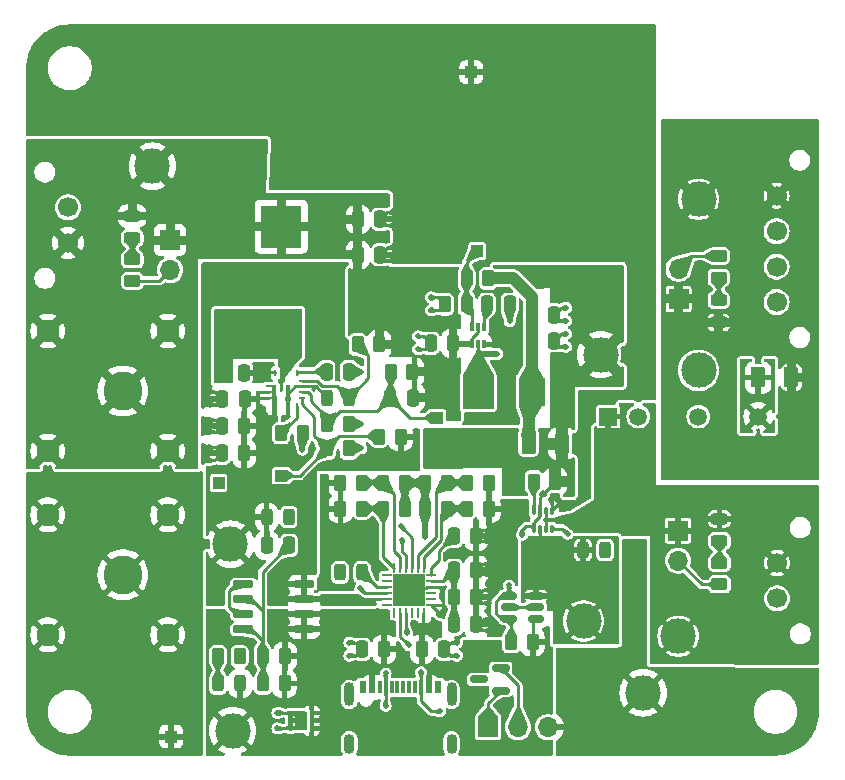
<source format=gtl>
G04 #@! TF.GenerationSoftware,KiCad,Pcbnew,8.0.5*
G04 #@! TF.CreationDate,2024-10-14T21:46:25-05:00*
G04 #@! TF.ProjectId,USBCPowerPCB,55534243-506f-4776-9572-5043422e6b69,rev?*
G04 #@! TF.SameCoordinates,Original*
G04 #@! TF.FileFunction,Copper,L1,Top*
G04 #@! TF.FilePolarity,Positive*
%FSLAX46Y46*%
G04 Gerber Fmt 4.6, Leading zero omitted, Abs format (unit mm)*
G04 Created by KiCad (PCBNEW 8.0.5) date 2024-10-14 21:46:25*
%MOMM*%
%LPD*%
G01*
G04 APERTURE LIST*
G04 Aperture macros list*
%AMRoundRect*
0 Rectangle with rounded corners*
0 $1 Rounding radius*
0 $2 $3 $4 $5 $6 $7 $8 $9 X,Y pos of 4 corners*
0 Add a 4 corners polygon primitive as box body*
4,1,4,$2,$3,$4,$5,$6,$7,$8,$9,$2,$3,0*
0 Add four circle primitives for the rounded corners*
1,1,$1+$1,$2,$3*
1,1,$1+$1,$4,$5*
1,1,$1+$1,$6,$7*
1,1,$1+$1,$8,$9*
0 Add four rect primitives between the rounded corners*
20,1,$1+$1,$2,$3,$4,$5,0*
20,1,$1+$1,$4,$5,$6,$7,0*
20,1,$1+$1,$6,$7,$8,$9,0*
20,1,$1+$1,$8,$9,$2,$3,0*%
G04 Aperture macros list end*
G04 #@! TA.AperFunction,ComponentPad*
%ADD10O,0.900000X2.000000*%
G04 #@! TD*
G04 #@! TA.AperFunction,ComponentPad*
%ADD11O,0.900000X1.700000*%
G04 #@! TD*
G04 #@! TA.AperFunction,SMDPad,CuDef*
%ADD12R,0.300000X1.140000*%
G04 #@! TD*
G04 #@! TA.AperFunction,SMDPad,CuDef*
%ADD13R,0.600000X1.140000*%
G04 #@! TD*
G04 #@! TA.AperFunction,SMDPad,CuDef*
%ADD14RoundRect,0.250000X0.250000X0.475000X-0.250000X0.475000X-0.250000X-0.475000X0.250000X-0.475000X0*%
G04 #@! TD*
G04 #@! TA.AperFunction,ComponentPad*
%ADD15C,1.950000*%
G04 #@! TD*
G04 #@! TA.AperFunction,ComponentPad*
%ADD16C,3.300000*%
G04 #@! TD*
G04 #@! TA.AperFunction,SMDPad,CuDef*
%ADD17RoundRect,0.250000X0.262500X0.450000X-0.262500X0.450000X-0.262500X-0.450000X0.262500X-0.450000X0*%
G04 #@! TD*
G04 #@! TA.AperFunction,SMDPad,CuDef*
%ADD18RoundRect,0.250000X0.450000X-0.262500X0.450000X0.262500X-0.450000X0.262500X-0.450000X-0.262500X0*%
G04 #@! TD*
G04 #@! TA.AperFunction,SMDPad,CuDef*
%ADD19RoundRect,0.250000X-0.262500X-0.450000X0.262500X-0.450000X0.262500X0.450000X-0.262500X0.450000X0*%
G04 #@! TD*
G04 #@! TA.AperFunction,SMDPad,CuDef*
%ADD20RoundRect,0.250000X-0.250000X-0.475000X0.250000X-0.475000X0.250000X0.475000X-0.250000X0.475000X0*%
G04 #@! TD*
G04 #@! TA.AperFunction,ComponentPad*
%ADD21C,3.000000*%
G04 #@! TD*
G04 #@! TA.AperFunction,SMDPad,CuDef*
%ADD22RoundRect,0.250000X-0.375000X-0.625000X0.375000X-0.625000X0.375000X0.625000X-0.375000X0.625000X0*%
G04 #@! TD*
G04 #@! TA.AperFunction,ComponentPad*
%ADD23R,1.000000X1.000000*%
G04 #@! TD*
G04 #@! TA.AperFunction,SMDPad,CuDef*
%ADD24RoundRect,0.085000X0.085000X-0.265000X0.085000X0.265000X-0.085000X0.265000X-0.085000X-0.265000X0*%
G04 #@! TD*
G04 #@! TA.AperFunction,SMDPad,CuDef*
%ADD25RoundRect,0.243750X0.456250X-0.243750X0.456250X0.243750X-0.456250X0.243750X-0.456250X-0.243750X0*%
G04 #@! TD*
G04 #@! TA.AperFunction,ComponentPad*
%ADD26C,1.700000*%
G04 #@! TD*
G04 #@! TA.AperFunction,ComponentPad*
%ADD27R,1.700000X1.700000*%
G04 #@! TD*
G04 #@! TA.AperFunction,ComponentPad*
%ADD28O,1.700000X1.700000*%
G04 #@! TD*
G04 #@! TA.AperFunction,SMDPad,CuDef*
%ADD29RoundRect,0.243750X-0.243750X-0.456250X0.243750X-0.456250X0.243750X0.456250X-0.243750X0.456250X0*%
G04 #@! TD*
G04 #@! TA.AperFunction,SMDPad,CuDef*
%ADD30RoundRect,0.150000X0.587500X0.150000X-0.587500X0.150000X-0.587500X-0.150000X0.587500X-0.150000X0*%
G04 #@! TD*
G04 #@! TA.AperFunction,SMDPad,CuDef*
%ADD31RoundRect,0.050000X-0.100000X0.285000X-0.100000X-0.285000X0.100000X-0.285000X0.100000X0.285000X0*%
G04 #@! TD*
G04 #@! TA.AperFunction,SMDPad,CuDef*
%ADD32RoundRect,0.150000X-0.512500X-0.150000X0.512500X-0.150000X0.512500X0.150000X-0.512500X0.150000X0*%
G04 #@! TD*
G04 #@! TA.AperFunction,SMDPad,CuDef*
%ADD33R,3.500000X3.550000*%
G04 #@! TD*
G04 #@! TA.AperFunction,SMDPad,CuDef*
%ADD34RoundRect,0.243750X-0.456250X0.243750X-0.456250X-0.243750X0.456250X-0.243750X0.456250X0.243750X0*%
G04 #@! TD*
G04 #@! TA.AperFunction,SMDPad,CuDef*
%ADD35R,0.254000X0.812800*%
G04 #@! TD*
G04 #@! TA.AperFunction,SMDPad,CuDef*
%ADD36R,0.812800X0.254000*%
G04 #@! TD*
G04 #@! TA.AperFunction,SMDPad,CuDef*
%ADD37R,2.743200X2.743200*%
G04 #@! TD*
G04 #@! TA.AperFunction,SMDPad,CuDef*
%ADD38R,2.200000X2.400000*%
G04 #@! TD*
G04 #@! TA.AperFunction,SMDPad,CuDef*
%ADD39RoundRect,0.093750X-0.093750X-0.106250X0.093750X-0.106250X0.093750X0.106250X-0.093750X0.106250X0*%
G04 #@! TD*
G04 #@! TA.AperFunction,HeatsinkPad*
%ADD40R,1.000000X1.600000*%
G04 #@! TD*
G04 #@! TA.AperFunction,SMDPad,CuDef*
%ADD41RoundRect,0.243750X0.243750X0.456250X-0.243750X0.456250X-0.243750X-0.456250X0.243750X-0.456250X0*%
G04 #@! TD*
G04 #@! TA.AperFunction,SMDPad,CuDef*
%ADD42R,0.600000X0.250000*%
G04 #@! TD*
G04 #@! TA.AperFunction,SMDPad,CuDef*
%ADD43R,0.250000X0.600000*%
G04 #@! TD*
G04 #@! TA.AperFunction,SMDPad,CuDef*
%ADD44R,0.250000X1.700000*%
G04 #@! TD*
G04 #@! TA.AperFunction,SMDPad,CuDef*
%ADD45R,0.400000X2.100000*%
G04 #@! TD*
G04 #@! TA.AperFunction,SMDPad,CuDef*
%ADD46R,0.560000X0.250000*%
G04 #@! TD*
G04 #@! TA.AperFunction,SMDPad,CuDef*
%ADD47RoundRect,0.150000X-0.725000X-0.150000X0.725000X-0.150000X0.725000X0.150000X-0.725000X0.150000X0*%
G04 #@! TD*
G04 #@! TA.AperFunction,SMDPad,CuDef*
%ADD48RoundRect,0.250000X-0.450000X0.262500X-0.450000X-0.262500X0.450000X-0.262500X0.450000X0.262500X0*%
G04 #@! TD*
G04 #@! TA.AperFunction,ComponentPad*
%ADD49R,1.500000X1.500000*%
G04 #@! TD*
G04 #@! TA.AperFunction,ComponentPad*
%ADD50C,1.500000*%
G04 #@! TD*
G04 #@! TA.AperFunction,ViaPad*
%ADD51C,0.500000*%
G04 #@! TD*
G04 #@! TA.AperFunction,Conductor*
%ADD52C,0.250000*%
G04 #@! TD*
G04 #@! TA.AperFunction,Conductor*
%ADD53C,0.500000*%
G04 #@! TD*
G04 #@! TA.AperFunction,Conductor*
%ADD54C,1.000000*%
G04 #@! TD*
G04 APERTURE END LIST*
D10*
X146425000Y-140130000D03*
X137775000Y-140130000D03*
D11*
X146425000Y-144310000D03*
X137775000Y-144310000D03*
D12*
X140350000Y-139540000D03*
X141350000Y-139540000D03*
X142850000Y-139540000D03*
X143850000Y-139540000D03*
D13*
X145300000Y-139540000D03*
X144500000Y-139540000D03*
D12*
X143350000Y-139540000D03*
X142350000Y-139540000D03*
X141850000Y-139540000D03*
X140850000Y-139540000D03*
D13*
X139700000Y-139540000D03*
X138900000Y-139540000D03*
D14*
X128850000Y-117390000D03*
X126950000Y-117390000D03*
D15*
X122400000Y-119520000D03*
X122400000Y-109360000D03*
D16*
X118600000Y-114440000D03*
D15*
X112240000Y-119520000D03*
X112240000Y-109360000D03*
D17*
X153287500Y-135700000D03*
X151462500Y-135700000D03*
D18*
X169110000Y-130811500D03*
X169110000Y-128986500D03*
D17*
X138850000Y-122200000D03*
X137025000Y-122200000D03*
D19*
X147737500Y-124400000D03*
X149562500Y-124400000D03*
X135887500Y-117200000D03*
X137712500Y-117200000D03*
D20*
X149450000Y-107100000D03*
X151350000Y-107100000D03*
D21*
X162650000Y-140000000D03*
D17*
X147700000Y-107100000D03*
X145875000Y-107100000D03*
D22*
X172389783Y-113292500D03*
X175189783Y-113292500D03*
D19*
X144187500Y-124400000D03*
X146012500Y-124400000D03*
D17*
X155200000Y-122100000D03*
X153375000Y-122100000D03*
D20*
X135850000Y-112800000D03*
X137750000Y-112800000D03*
D19*
X135887500Y-119300000D03*
X137712500Y-119300000D03*
D21*
X167337500Y-112692500D03*
D17*
X149525000Y-104900000D03*
X147700000Y-104900000D03*
D23*
X126700000Y-122200000D03*
D24*
X148200000Y-110500000D03*
X148700000Y-110500000D03*
X149200000Y-110500000D03*
X149200000Y-109000000D03*
X148700000Y-109000000D03*
X148200000Y-109000000D03*
D23*
X122700000Y-143700000D03*
D14*
X148525000Y-126727630D03*
X146625000Y-126727630D03*
D25*
X169110000Y-127136500D03*
X169110000Y-125261500D03*
D26*
X173950000Y-97900000D03*
X173950000Y-100900000D03*
X173950000Y-103900000D03*
X173950000Y-106900000D03*
D21*
X165610000Y-135199000D03*
D14*
X132325000Y-136900000D03*
X130425000Y-136900000D03*
X148525000Y-134200000D03*
X146625000Y-134200000D03*
D27*
X165650000Y-106640000D03*
D28*
X165650000Y-104100000D03*
D29*
X126662500Y-139200000D03*
X128537500Y-139200000D03*
D17*
X140312500Y-110500000D03*
X138487500Y-110500000D03*
D20*
X138500000Y-99900000D03*
X140400000Y-99900000D03*
D30*
X150595000Y-139800000D03*
X150595000Y-137900000D03*
X148720000Y-138850000D03*
D31*
X154900000Y-124600000D03*
X154400000Y-124600000D03*
X153900000Y-124600000D03*
X153400000Y-124600000D03*
X153400000Y-126080000D03*
X153900000Y-126080000D03*
X154400000Y-126080000D03*
X154900000Y-126080000D03*
D21*
X159050000Y-111350000D03*
X127700000Y-127400000D03*
X167350000Y-98200000D03*
D20*
X153200000Y-108000000D03*
X155100000Y-108000000D03*
D32*
X151300000Y-131800000D03*
X151300000Y-132750000D03*
X151300000Y-133700000D03*
X153575000Y-133700000D03*
X153575000Y-132750000D03*
X153575000Y-131800000D03*
D20*
X153200000Y-110200000D03*
X155100000Y-110200000D03*
D33*
X132000000Y-109475000D03*
X132000000Y-100525000D03*
D20*
X138500000Y-102910000D03*
X140400000Y-102910000D03*
D17*
X142450000Y-122200000D03*
X140625000Y-122200000D03*
D34*
X169050000Y-106762500D03*
X169050000Y-108637500D03*
D23*
X148600000Y-102600000D03*
D35*
X144075000Y-129415400D03*
X143574874Y-129415400D03*
X143074748Y-129415400D03*
X142574622Y-129415400D03*
X142074496Y-129415400D03*
X141574370Y-129415400D03*
D36*
X140932385Y-130057385D03*
X140932385Y-130557511D03*
X140932385Y-131057637D03*
X140932385Y-131557763D03*
X140932385Y-132057889D03*
X140932385Y-132558015D03*
D35*
X141574370Y-133200000D03*
X142074496Y-133200000D03*
X142574622Y-133200000D03*
X143074748Y-133200000D03*
X143574874Y-133200000D03*
X144075000Y-133200000D03*
D36*
X144716985Y-132558015D03*
X144716985Y-132057889D03*
X144716985Y-131557763D03*
X144716985Y-131057637D03*
X144716985Y-130557511D03*
X144716985Y-130057385D03*
D37*
X142824685Y-131307700D03*
D27*
X165610000Y-126259000D03*
D28*
X165610000Y-128799000D03*
D19*
X131987500Y-118000000D03*
X133812500Y-118000000D03*
D26*
X174000000Y-128999000D03*
X174000000Y-131999000D03*
D29*
X135862500Y-115000000D03*
X137737500Y-115000000D03*
D22*
X152950000Y-118900000D03*
X155750000Y-118900000D03*
D14*
X140735000Y-136300000D03*
X138835000Y-136300000D03*
D38*
X148700000Y-114500000D03*
X153200000Y-114500000D03*
D39*
X132800000Y-141700000D03*
X132800000Y-142350000D03*
X132800000Y-143000000D03*
X134575000Y-143000000D03*
X134575000Y-142350000D03*
X134575000Y-141700000D03*
D40*
X133687500Y-142350000D03*
D17*
X138850000Y-124400000D03*
X137025000Y-124400000D03*
D41*
X159437497Y-127900000D03*
X157562495Y-127900000D03*
D19*
X147737500Y-122200000D03*
X149562500Y-122200000D03*
D20*
X143925000Y-136300000D03*
X145825000Y-136300000D03*
D21*
X121100000Y-95400000D03*
D14*
X128850000Y-119700000D03*
X126950000Y-119700000D03*
D23*
X145200000Y-116700000D03*
D19*
X144175000Y-122200000D03*
X146000000Y-122200000D03*
D14*
X128900000Y-115100000D03*
X127000000Y-115100000D03*
X146550000Y-110400000D03*
X144650000Y-110400000D03*
D42*
X133770000Y-115050000D03*
X133770000Y-114550000D03*
X133770000Y-114050000D03*
X133770000Y-113550000D03*
D43*
X133300000Y-112900000D03*
D44*
X132000000Y-113450000D03*
D43*
X131500000Y-112900000D03*
D45*
X131420000Y-114950000D03*
X132580000Y-114950000D03*
D43*
X133300000Y-115700000D03*
D46*
X130950000Y-114050000D03*
X130950000Y-114550000D03*
X130950000Y-115050000D03*
D20*
X130787501Y-127500000D03*
X132687499Y-127500000D03*
D27*
X149520000Y-142900000D03*
D28*
X152060000Y-142900000D03*
X154600000Y-142900000D03*
D17*
X128475000Y-136900000D03*
X126650000Y-136900000D03*
D21*
X127900000Y-143200000D03*
D14*
X128850000Y-112900000D03*
X126950000Y-112900000D03*
D17*
X142112500Y-118300000D03*
X140287500Y-118300000D03*
D23*
X148100000Y-87450000D03*
D14*
X148525000Y-131879775D03*
X146625000Y-131879775D03*
X148525000Y-129600000D03*
X146625000Y-129600000D03*
D47*
X128800000Y-130795000D03*
X128800000Y-132065000D03*
X128800000Y-133335000D03*
X128800000Y-134605000D03*
X133950000Y-134605000D03*
X133950000Y-133335000D03*
X133950000Y-132065000D03*
X133950000Y-130795000D03*
D18*
X119400000Y-105112500D03*
X119400000Y-103287500D03*
D21*
X157600000Y-133900000D03*
D27*
X122600000Y-101660000D03*
D28*
X122600000Y-104200000D03*
D17*
X143112500Y-112800000D03*
X141287500Y-112800000D03*
D15*
X122400000Y-135080000D03*
X122400000Y-124920000D03*
D16*
X118600000Y-130000000D03*
D15*
X112240000Y-135080000D03*
X112240000Y-124920000D03*
D17*
X142462500Y-124400000D03*
X140637500Y-124400000D03*
D48*
X169050000Y-103012500D03*
X169050000Y-104837500D03*
D17*
X132287500Y-139200000D03*
X130462500Y-139200000D03*
D26*
X113950000Y-101900000D03*
X113950000Y-98900000D03*
D23*
X132000000Y-121600000D03*
D49*
X159700000Y-116600000D03*
D50*
X162240000Y-116600000D03*
X167320000Y-116600000D03*
X172400000Y-116600000D03*
D29*
X136982500Y-129800000D03*
X138857500Y-129800000D03*
D14*
X143150000Y-115001000D03*
X141250000Y-115001000D03*
D25*
X119400000Y-101500000D03*
X119400000Y-99625000D03*
D41*
X132637500Y-125100000D03*
X130762500Y-125100000D03*
D51*
X142649496Y-134900000D03*
X140850000Y-138350000D03*
X145450000Y-141550000D03*
X140850000Y-141100000D03*
X148720000Y-138850000D03*
X138900000Y-139540000D03*
X145300000Y-139540000D03*
X156100000Y-109600000D03*
X149550000Y-127150000D03*
X145400000Y-133400000D03*
X132580000Y-115000000D03*
X141500000Y-99310000D03*
X125900000Y-116900000D03*
X137025000Y-124400000D03*
X143600000Y-110900000D03*
X149550000Y-133800000D03*
X156100000Y-110700000D03*
X141500000Y-103410000D03*
X149550000Y-129950000D03*
X125900000Y-119200000D03*
X149575000Y-132400000D03*
X154900000Y-123600000D03*
X137775000Y-135750000D03*
X137775000Y-136850000D03*
X143600000Y-109800000D03*
X156100000Y-108500000D03*
X125900000Y-120300000D03*
X125900000Y-117900000D03*
X125950000Y-114490000D03*
X144700000Y-106500000D03*
X146875000Y-135750000D03*
X144700000Y-107600000D03*
X149575000Y-126227630D03*
X145600000Y-131900000D03*
X131675000Y-143000000D03*
X156100000Y-107400000D03*
X150300000Y-110500000D03*
X135856250Y-114993750D03*
X128475000Y-136900000D03*
X146875000Y-136850000D03*
X132200000Y-116850000D03*
X142824685Y-131307700D03*
X125950000Y-115590000D03*
X149575000Y-129100000D03*
X141500000Y-102310000D03*
X131675000Y-141700000D03*
X141500000Y-100410000D03*
X149575000Y-134700000D03*
X149575000Y-131300000D03*
X146625000Y-134200000D03*
X146625000Y-129600000D03*
X144200000Y-126775000D03*
X132687499Y-127500000D03*
X137712500Y-119300000D03*
X138800000Y-112800000D03*
X137712500Y-117200000D03*
X138800000Y-119300000D03*
X133800000Y-118012500D03*
X137750000Y-112800000D03*
X133800000Y-119400000D03*
X138800000Y-117200000D03*
X152400000Y-126600000D03*
X143850000Y-138250000D03*
X142800000Y-135950000D03*
X132612500Y-125100000D03*
X159412496Y-127900000D03*
X136982500Y-129800000D03*
X151300000Y-130900000D03*
X138700000Y-131150000D03*
X142262500Y-127037500D03*
X142125000Y-125900000D03*
X153375000Y-122100000D03*
X156250000Y-126550000D03*
X151350000Y-108550000D03*
X150300000Y-111300000D03*
D52*
X142800000Y-135950000D02*
X142074496Y-135224496D01*
X142074496Y-135224496D02*
X142074496Y-133200000D01*
X142574622Y-134825126D02*
X142574622Y-133200000D01*
X142649496Y-134900000D02*
X142574622Y-134825126D01*
X140850000Y-139540000D02*
X140850000Y-138350000D01*
X143850000Y-138250000D02*
X143850000Y-139540000D01*
X145450000Y-141550000D02*
X144700000Y-141550000D01*
X144700000Y-141550000D02*
X143850000Y-140700000D01*
X143850000Y-140700000D02*
X143850000Y-139540000D01*
X140850000Y-141100000D02*
X140850000Y-139540000D01*
X149520000Y-142900000D02*
X149520000Y-140875000D01*
X149520000Y-140875000D02*
X150595000Y-139800000D01*
X138700000Y-131150000D02*
X139107763Y-131557763D01*
X139107763Y-131557763D02*
X140932385Y-131557763D01*
X153287500Y-133987500D02*
X153575000Y-133700000D01*
X153287500Y-135700000D02*
X153287500Y-133987500D01*
X142824685Y-131307700D02*
X144716985Y-131057637D01*
X145600000Y-131257378D02*
X145600000Y-131900000D01*
X146875000Y-135750000D02*
X146375000Y-135750000D01*
X149575000Y-131300000D02*
X149104775Y-131300000D01*
X144700000Y-106500000D02*
X145275000Y-106500000D01*
X167622500Y-130811500D02*
X165610000Y-128799000D01*
X126440000Y-117900000D02*
X126950000Y-117390000D01*
X132800000Y-143000000D02*
X133037500Y-143000000D01*
X137775000Y-136850000D02*
X138285000Y-136850000D01*
X141500000Y-102310000D02*
X141000000Y-102310000D01*
X125950000Y-114490000D02*
X126390000Y-114490000D01*
X133195000Y-114050000D02*
X132580000Y-114665000D01*
X137775000Y-135750000D02*
X138285000Y-135750000D01*
X132800000Y-141700000D02*
X131675000Y-141700000D01*
X144050000Y-109800000D02*
X144650000Y-110400000D01*
X145400259Y-131057637D02*
X145600000Y-131257378D01*
X135831250Y-114968750D02*
X134912500Y-114050000D01*
X156100000Y-107400000D02*
X155700000Y-107400000D01*
X149045225Y-132400000D02*
X148525000Y-131879775D01*
X138285000Y-135750000D02*
X138835000Y-136300000D01*
X133037500Y-141700000D02*
X133687500Y-142350000D01*
X155600000Y-108500000D02*
X155100000Y-108000000D01*
X148947370Y-127150000D02*
X148525000Y-126727630D01*
X126510000Y-115590000D02*
X127000000Y-115100000D01*
X119400000Y-105112500D02*
X121687500Y-105112500D01*
X133770000Y-114050000D02*
X133195000Y-114050000D01*
X132800000Y-141700000D02*
X133037500Y-141700000D01*
X143600000Y-110900000D02*
X144150000Y-110900000D01*
X144716985Y-131057637D02*
X145400259Y-131057637D01*
X138285000Y-136850000D02*
X138835000Y-136300000D01*
X121687500Y-105112500D02*
X122600000Y-104200000D01*
X145375000Y-107600000D02*
X145875000Y-107100000D01*
X144150000Y-110900000D02*
X144650000Y-110400000D01*
X149025000Y-126227630D02*
X148525000Y-126727630D01*
X149550000Y-133800000D02*
X148925000Y-133800000D01*
X132800000Y-143000000D02*
X131675000Y-143000000D01*
X149575000Y-129100000D02*
X149025000Y-129100000D01*
X149025000Y-129100000D02*
X148525000Y-129600000D01*
X155600000Y-110700000D02*
X155100000Y-110200000D01*
X148925000Y-133800000D02*
X148525000Y-134200000D01*
X149575000Y-132400000D02*
X149045225Y-132400000D01*
X141000000Y-102310000D02*
X140400000Y-102910000D01*
X155700000Y-107400000D02*
X155100000Y-108000000D01*
X156100000Y-110700000D02*
X155600000Y-110700000D01*
X132580000Y-116470000D02*
X132200000Y-116850000D01*
X149104775Y-131300000D02*
X148525000Y-131879775D01*
X149025000Y-134700000D02*
X148525000Y-134200000D01*
X143600000Y-109800000D02*
X144050000Y-109800000D01*
X133037500Y-143000000D02*
X133687500Y-142350000D01*
X146375000Y-136850000D02*
X145825000Y-136300000D01*
X145400000Y-133400000D02*
X145400000Y-133241030D01*
X125900000Y-116900000D02*
X126460000Y-116900000D01*
X140910000Y-100410000D02*
X140400000Y-99900000D01*
X126450000Y-119200000D02*
X126950000Y-119700000D01*
X125900000Y-117900000D02*
X126440000Y-117900000D01*
X141500000Y-103410000D02*
X140900000Y-103410000D01*
X125900000Y-120300000D02*
X126350000Y-120300000D01*
X132800000Y-142350000D02*
X133687500Y-142350000D01*
X146375000Y-135750000D02*
X145825000Y-136300000D01*
X155700000Y-109600000D02*
X155100000Y-110200000D01*
X126350000Y-120300000D02*
X126950000Y-119700000D01*
X132580000Y-115000000D02*
X132580000Y-116470000D01*
X140990000Y-99310000D02*
X140400000Y-99900000D01*
X141500000Y-100410000D02*
X140910000Y-100410000D01*
X149200000Y-110500000D02*
X150300000Y-110500000D01*
X141500000Y-99310000D02*
X140990000Y-99310000D01*
X125950000Y-115590000D02*
X126510000Y-115590000D01*
X144700000Y-107600000D02*
X145375000Y-107600000D01*
X145275000Y-106500000D02*
X145875000Y-107100000D01*
X156100000Y-109600000D02*
X155700000Y-109600000D01*
X156100000Y-108500000D02*
X155600000Y-108500000D01*
X126460000Y-116900000D02*
X126950000Y-117390000D01*
X149550000Y-127150000D02*
X148947370Y-127150000D01*
X140900000Y-103410000D02*
X140400000Y-102910000D01*
X169110000Y-130811500D02*
X167622500Y-130811500D01*
X154900000Y-124600000D02*
X154900000Y-123600000D01*
X149575000Y-134700000D02*
X149025000Y-134700000D01*
X126390000Y-114490000D02*
X127000000Y-115100000D01*
X134912500Y-114050000D02*
X133770000Y-114050000D01*
X149550000Y-129950000D02*
X148875000Y-129950000D01*
X125900000Y-119200000D02*
X126450000Y-119200000D01*
X149575000Y-126227630D02*
X149025000Y-126227630D01*
X145400000Y-133241030D02*
X144716985Y-132558015D01*
X146875000Y-136850000D02*
X146375000Y-136850000D01*
D53*
X144175000Y-122200000D02*
X142450000Y-122200000D01*
X144187500Y-124400000D02*
X144187500Y-126762500D01*
D52*
X145667489Y-130557511D02*
X146625000Y-129600000D01*
D53*
X144187500Y-126762500D02*
X144200000Y-126775000D01*
D52*
X144716985Y-130557511D02*
X145667489Y-130557511D01*
D53*
X146625000Y-129600000D02*
X146625000Y-134200000D01*
X142450000Y-122200000D02*
X142450000Y-124387500D01*
X144187500Y-124400000D02*
X144187500Y-122212500D01*
D52*
X144716985Y-129409811D02*
X145350000Y-128776796D01*
X144716985Y-130057385D02*
X144716985Y-129409811D01*
X145350000Y-128776796D02*
X145350000Y-127950000D01*
X145350000Y-127950000D02*
X146572370Y-126727630D01*
X130462500Y-139200000D02*
X130462500Y-136937500D01*
X130425000Y-129762499D02*
X132687499Y-127500000D01*
X130425000Y-133900000D02*
X130425000Y-129762499D01*
X130425000Y-136900000D02*
X130425000Y-133900000D01*
X129430000Y-134605000D02*
X130425000Y-135600000D01*
X129465000Y-132065000D02*
X130425000Y-133025000D01*
X130425000Y-133025000D02*
X130425000Y-133900000D01*
X148200000Y-109932182D02*
X148700000Y-109432182D01*
X148700000Y-109432182D02*
X148700000Y-109000000D01*
X148200000Y-110500000D02*
X148200000Y-109932182D01*
D53*
X146650000Y-110500000D02*
X148000000Y-110500000D01*
X137712500Y-119300000D02*
X138800000Y-119300000D01*
X133800000Y-118012500D02*
X133800000Y-119400000D01*
X137712500Y-117200000D02*
X138800000Y-117200000D01*
X137750000Y-112800000D02*
X138800000Y-112800000D01*
D52*
X134250000Y-114550000D02*
X133770000Y-114550000D01*
X134500000Y-114800000D02*
X134250000Y-114550000D01*
X141250000Y-115001000D02*
X142949000Y-116700000D01*
X135887500Y-116687500D02*
X134500000Y-115300000D01*
X134500000Y-115300000D02*
X134500000Y-114800000D01*
X141287500Y-112800000D02*
X141287500Y-114963500D01*
X140151000Y-116100000D02*
X141250000Y-115001000D01*
X136987500Y-116100000D02*
X140151000Y-116100000D01*
X142949000Y-116700000D02*
X145200000Y-116700000D01*
X135887500Y-117200000D02*
X136987500Y-116100000D01*
X149200000Y-109000000D02*
X149200000Y-107350000D01*
X153900000Y-125016716D02*
X153400000Y-125516716D01*
X153900000Y-123400000D02*
X155200000Y-122100000D01*
X153220000Y-125900000D02*
X153400000Y-126080000D01*
X152700000Y-125900000D02*
X153220000Y-125900000D01*
X153900000Y-124600000D02*
X153900000Y-125016716D01*
X153400000Y-125516716D02*
X153400000Y-126080000D01*
X152400000Y-126600000D02*
X152400000Y-126200000D01*
X152400000Y-126200000D02*
X152700000Y-125900000D01*
X153900000Y-124600000D02*
X153900000Y-123400000D01*
X152060000Y-142900000D02*
X152060000Y-139365000D01*
X152060000Y-139365000D02*
X150595000Y-137900000D01*
X126650000Y-136900000D02*
X126650000Y-139187500D01*
X153900000Y-126080000D02*
X153900000Y-126800000D01*
X119400000Y-101500000D02*
X119400000Y-103287500D01*
X154400000Y-126080000D02*
X154400000Y-124600000D01*
X169110000Y-128986500D02*
X169110000Y-127136500D01*
X169050000Y-104837500D02*
X169050000Y-106762500D01*
X138857500Y-129800000D02*
X140115137Y-131057637D01*
X140115137Y-131057637D02*
X140932385Y-131057637D01*
X139375000Y-111387500D02*
X139375000Y-113362500D01*
X136712500Y-113975000D02*
X137737500Y-115000000D01*
X135054900Y-113550000D02*
X135479900Y-113975000D01*
X138487500Y-110500000D02*
X139375000Y-111387500D01*
X135479900Y-113975000D02*
X136712500Y-113975000D01*
X139375000Y-113362500D02*
X137737500Y-115000000D01*
X133770000Y-113550000D02*
X135054900Y-113550000D01*
X166737500Y-103012500D02*
X165650000Y-104100000D01*
X169050000Y-103012500D02*
X166737500Y-103012500D01*
X128200000Y-130795000D02*
X127595600Y-131399400D01*
X127595600Y-131399400D02*
X127595600Y-132720600D01*
X127595600Y-132720600D02*
X128210000Y-133335000D01*
X151300000Y-132750000D02*
X153575000Y-132750000D01*
X150637501Y-131800000D02*
X150175000Y-132262501D01*
X150637501Y-133700000D02*
X151300000Y-133700000D01*
X151300000Y-131800000D02*
X150637501Y-131800000D01*
X150175000Y-132262501D02*
X150175000Y-133237499D01*
X151300000Y-130900000D02*
X151300000Y-131800000D01*
X150175000Y-133237499D02*
X150637501Y-133700000D01*
X151462500Y-135700000D02*
X151462500Y-133862500D01*
X146012500Y-124400000D02*
X147737500Y-124400000D01*
X144075000Y-128488770D02*
X144075000Y-129415400D01*
X146012500Y-124400000D02*
X145550000Y-124862500D01*
X145550000Y-127013770D02*
X144075000Y-128488770D01*
X145550000Y-124862500D02*
X145550000Y-127013770D01*
X145100000Y-123100000D02*
X146000000Y-122200000D01*
X145100000Y-126800000D02*
X145100000Y-123100000D01*
X143574874Y-129415400D02*
X143574874Y-128325126D01*
X146000000Y-122200000D02*
X147737500Y-122200000D01*
X143574874Y-128325126D02*
X145100000Y-126800000D01*
X142074496Y-128485892D02*
X141550000Y-127961396D01*
X140625000Y-122200000D02*
X138850000Y-122200000D01*
X141550000Y-127961396D02*
X141550000Y-123125000D01*
X142074496Y-129415400D02*
X142074496Y-128485892D01*
X141550000Y-123125000D02*
X140625000Y-122200000D01*
X140637500Y-128478530D02*
X140637500Y-124400000D01*
X141574370Y-129415400D02*
X140637500Y-128478530D01*
X138850000Y-124400000D02*
X140637500Y-124400000D01*
X142262500Y-127037500D02*
X142262500Y-128037500D01*
X142574622Y-128349622D02*
X142574622Y-129415400D01*
X142262500Y-128037500D02*
X142574622Y-128349622D01*
X143074748Y-126849748D02*
X143074748Y-129415400D01*
X142125000Y-125900000D02*
X143074748Y-126849748D01*
X148200000Y-107600000D02*
X147700000Y-107100000D01*
X148200000Y-109000000D02*
X148200000Y-107600000D01*
X147700000Y-103500000D02*
X148600000Y-102600000D01*
X147700000Y-104900000D02*
X147700000Y-103500000D01*
X147700000Y-104900000D02*
X147700000Y-107100000D01*
X153375000Y-122100000D02*
X153375000Y-124575000D01*
X155780000Y-126080000D02*
X154900000Y-126080000D01*
X156250000Y-126550000D02*
X155780000Y-126080000D01*
D53*
X151350000Y-107100000D02*
X151350000Y-108550000D01*
X150300000Y-111300000D02*
X149067818Y-111300000D01*
D52*
X148700000Y-110932182D02*
X148700000Y-110500000D01*
X149067818Y-111300000D02*
X148700000Y-110932182D01*
X135887500Y-119300000D02*
X136912500Y-118275000D01*
X133770000Y-115570000D02*
X133770000Y-115050000D01*
X133587500Y-121600000D02*
X135887500Y-119300000D01*
X136912500Y-118275000D02*
X140262500Y-118275000D01*
X135887500Y-119300000D02*
X134800000Y-118212500D01*
X134800000Y-116600000D02*
X133770000Y-115570000D01*
X134800000Y-118212500D02*
X134800000Y-116600000D01*
X132000000Y-121600000D02*
X133587500Y-121600000D01*
X131987500Y-118000000D02*
X133300000Y-116687500D01*
X133300000Y-116687500D02*
X133300000Y-115700000D01*
X133400000Y-112800000D02*
X133300000Y-112900000D01*
X135850000Y-112800000D02*
X133400000Y-112800000D01*
D54*
X149525000Y-104900000D02*
X151650000Y-104900000D01*
X152950000Y-118900000D02*
X152950000Y-114750000D01*
X153200000Y-106450000D02*
X153200000Y-108000000D01*
X151650000Y-104900000D02*
X153200000Y-106450000D01*
X153200000Y-110200000D02*
X153200000Y-108000000D01*
X153200000Y-114500000D02*
X153200000Y-110200000D01*
G04 #@! TA.AperFunction,Conductor*
G36*
X131387539Y-112019685D02*
G01*
X131433294Y-112072489D01*
X131444500Y-112124000D01*
X131444500Y-112229513D01*
X131424815Y-112296552D01*
X131372011Y-112342307D01*
X131344691Y-112351130D01*
X131277459Y-112364503D01*
X131277455Y-112364505D01*
X131194760Y-112419760D01*
X131139505Y-112502455D01*
X131139503Y-112502459D01*
X131125000Y-112575371D01*
X131125000Y-112775000D01*
X131496000Y-112775000D01*
X131563039Y-112794685D01*
X131608794Y-112847489D01*
X131620000Y-112899000D01*
X131620000Y-112901000D01*
X131600315Y-112968039D01*
X131547511Y-113013794D01*
X131496000Y-113025000D01*
X131125000Y-113025000D01*
X131125000Y-113224628D01*
X131139503Y-113297540D01*
X131139505Y-113297544D01*
X131194760Y-113380239D01*
X131257889Y-113422421D01*
X131302694Y-113476033D01*
X131311401Y-113545358D01*
X131281247Y-113608385D01*
X131221804Y-113645105D01*
X131201152Y-113648926D01*
X131195323Y-113649500D01*
X131122261Y-113664033D01*
X131119778Y-113665062D01*
X131072327Y-113674500D01*
X130645323Y-113674500D01*
X130572264Y-113689032D01*
X130572260Y-113689033D01*
X130489399Y-113744399D01*
X130489071Y-113744889D01*
X130488080Y-113745717D01*
X130480763Y-113753035D01*
X130480108Y-113752380D01*
X130435462Y-113789694D01*
X130385969Y-113800000D01*
X129652467Y-113800000D01*
X129585428Y-113780315D01*
X129539673Y-113727511D01*
X129529729Y-113658353D01*
X129540648Y-113625546D01*
X129540254Y-113625399D01*
X129593596Y-113482379D01*
X129593598Y-113482372D01*
X129599999Y-113422844D01*
X129600000Y-113422827D01*
X129600000Y-113150000D01*
X128724000Y-113150000D01*
X128656961Y-113130315D01*
X128611206Y-113077511D01*
X128600000Y-113026000D01*
X128600000Y-112774000D01*
X128619685Y-112706961D01*
X128672489Y-112661206D01*
X128724000Y-112650000D01*
X129600000Y-112650000D01*
X129600000Y-112377172D01*
X129599999Y-112377155D01*
X129593598Y-112317627D01*
X129593596Y-112317620D01*
X129540254Y-112174601D01*
X129541606Y-112174096D01*
X129528783Y-112115159D01*
X129553197Y-112049693D01*
X129609129Y-112007820D01*
X129652467Y-112000000D01*
X131320500Y-112000000D01*
X131387539Y-112019685D01*
G37*
G04 #@! TD.AperFunction*
G04 #@! TA.AperFunction,Conductor*
G36*
X140297003Y-132805922D02*
G01*
X140325794Y-132836297D01*
X140342954Y-132861980D01*
X140345384Y-132865616D01*
X140411197Y-132909590D01*
X140428245Y-132920981D01*
X140428249Y-132920982D01*
X140501306Y-132935514D01*
X140501309Y-132935515D01*
X140501311Y-132935515D01*
X141072870Y-132935515D01*
X141139909Y-132955200D01*
X141185664Y-133008004D01*
X141196870Y-133059515D01*
X141196870Y-133631078D01*
X141211402Y-133704135D01*
X141211403Y-133704139D01*
X141212038Y-133705089D01*
X141266769Y-133787001D01*
X141312279Y-133817409D01*
X141349630Y-133842366D01*
X141349634Y-133842367D01*
X141422691Y-133856899D01*
X141422694Y-133856900D01*
X141422696Y-133856900D01*
X141574996Y-133856900D01*
X141642035Y-133876585D01*
X141687790Y-133929389D01*
X141698996Y-133980900D01*
X141698996Y-135178973D01*
X141679311Y-135246012D01*
X141626507Y-135291767D01*
X141557349Y-135301711D01*
X141493793Y-135272686D01*
X141487315Y-135266654D01*
X141453345Y-135232684D01*
X141304124Y-135140643D01*
X141304119Y-135140641D01*
X141137697Y-135085494D01*
X141137690Y-135085493D01*
X141034986Y-135075000D01*
X140985000Y-135075000D01*
X140985000Y-136050000D01*
X141734999Y-136050000D01*
X141734999Y-135775028D01*
X141734998Y-135775013D01*
X141729576Y-135721935D01*
X141742346Y-135653242D01*
X141790226Y-135602358D01*
X141858016Y-135585437D01*
X141924193Y-135607853D01*
X141940615Y-135621652D01*
X142132852Y-135813889D01*
X142152217Y-135838983D01*
X142343327Y-136165849D01*
X142344167Y-136166866D01*
X142345284Y-136168651D01*
X142346190Y-136169947D01*
X142346124Y-136169992D01*
X142361352Y-136194315D01*
X142374623Y-136223373D01*
X142468872Y-136332143D01*
X142589947Y-136409953D01*
X142589950Y-136409954D01*
X142589949Y-136409954D01*
X142697107Y-136441417D01*
X142713251Y-136446158D01*
X142728036Y-136450499D01*
X142728038Y-136450500D01*
X142801000Y-136450500D01*
X142868039Y-136470185D01*
X142913794Y-136522989D01*
X142925000Y-136574500D01*
X142925000Y-136824970D01*
X142925001Y-136824987D01*
X142935494Y-136927697D01*
X142990641Y-137094119D01*
X142990643Y-137094124D01*
X143082684Y-137243345D01*
X143206654Y-137367315D01*
X143355875Y-137459356D01*
X143355880Y-137459358D01*
X143522302Y-137514505D01*
X143522309Y-137514506D01*
X143625018Y-137524999D01*
X143675000Y-137524998D01*
X143675000Y-135075000D01*
X143674999Y-135074999D01*
X143625029Y-135075000D01*
X143625011Y-135075001D01*
X143522302Y-135085494D01*
X143355880Y-135140641D01*
X143355873Y-135140645D01*
X143323189Y-135160804D01*
X143255796Y-135179243D01*
X143189133Y-135158319D01*
X143144364Y-135104676D01*
X143135356Y-135037619D01*
X143155143Y-134900000D01*
X143134661Y-134757543D01*
X143117934Y-134720918D01*
X143110234Y-134698682D01*
X143107078Y-134685692D01*
X142998225Y-134451283D01*
X142961657Y-134372535D01*
X142950122Y-134320309D01*
X142950122Y-133980900D01*
X142969807Y-133913861D01*
X143022611Y-133868106D01*
X143074122Y-133856900D01*
X143226423Y-133856900D01*
X143300619Y-133842141D01*
X143349003Y-133842141D01*
X143423198Y-133856900D01*
X143448874Y-133856900D01*
X143515913Y-133876585D01*
X143548141Y-133906589D01*
X143590809Y-133963586D01*
X143590814Y-133963591D01*
X143705906Y-134049750D01*
X143705913Y-134049754D01*
X143840620Y-134099996D01*
X143840627Y-134099998D01*
X143900155Y-134106399D01*
X143900172Y-134106400D01*
X143948000Y-134106400D01*
X143948000Y-133665276D01*
X143950383Y-133641082D01*
X143952374Y-133631073D01*
X143952374Y-133197000D01*
X143972059Y-133129961D01*
X144024863Y-133084206D01*
X144076374Y-133073000D01*
X144078000Y-133073000D01*
X144145039Y-133092685D01*
X144190794Y-133145489D01*
X144202000Y-133197000D01*
X144202000Y-134106400D01*
X144249828Y-134106400D01*
X144249844Y-134106399D01*
X144309372Y-134099998D01*
X144309379Y-134099996D01*
X144444086Y-134049754D01*
X144444093Y-134049750D01*
X144559187Y-133963590D01*
X144559190Y-133963587D01*
X144645350Y-133848493D01*
X144645354Y-133848486D01*
X144695596Y-133713779D01*
X144695598Y-133713772D01*
X144701999Y-133654244D01*
X144702000Y-133654227D01*
X144702000Y-133649087D01*
X144721685Y-133582048D01*
X144774489Y-133536293D01*
X144843647Y-133526349D01*
X144907203Y-133555374D01*
X144929360Y-133580584D01*
X144933257Y-133586464D01*
X144942691Y-133603454D01*
X144949114Y-133617517D01*
X144974623Y-133673373D01*
X145068872Y-133782143D01*
X145189947Y-133859953D01*
X145189950Y-133859954D01*
X145189949Y-133859954D01*
X145328036Y-133900499D01*
X145328038Y-133900500D01*
X145476381Y-133900500D01*
X145543420Y-133920185D01*
X145589175Y-133972989D01*
X145600381Y-134024532D01*
X145600075Y-135205306D01*
X145580373Y-135272340D01*
X145527557Y-135318082D01*
X145489329Y-135328564D01*
X145467516Y-135330908D01*
X145332671Y-135381202D01*
X145332664Y-135381206D01*
X145217455Y-135467452D01*
X145217452Y-135467455D01*
X145131206Y-135582664D01*
X145131201Y-135582674D01*
X145123817Y-135602471D01*
X145081945Y-135658404D01*
X145016480Y-135682820D01*
X144948207Y-135667967D01*
X144898803Y-135618561D01*
X144889930Y-135598140D01*
X144859358Y-135505880D01*
X144859356Y-135505875D01*
X144767315Y-135356654D01*
X144643345Y-135232684D01*
X144494124Y-135140643D01*
X144494119Y-135140641D01*
X144327697Y-135085494D01*
X144327690Y-135085493D01*
X144224986Y-135075000D01*
X144175000Y-135075000D01*
X144175000Y-137524999D01*
X144224972Y-137524999D01*
X144224986Y-137524998D01*
X144327697Y-137514505D01*
X144494119Y-137459358D01*
X144494124Y-137459356D01*
X144643345Y-137367315D01*
X144767315Y-137243345D01*
X144859356Y-137094124D01*
X144859359Y-137094117D01*
X144889930Y-137001860D01*
X144929702Y-136944415D01*
X144994218Y-136917591D01*
X145062994Y-136929906D01*
X145114194Y-136977448D01*
X145123818Y-136997529D01*
X145131203Y-137017329D01*
X145131206Y-137017335D01*
X145217452Y-137132544D01*
X145217455Y-137132547D01*
X145332664Y-137218793D01*
X145332671Y-137218797D01*
X145364312Y-137230598D01*
X145467517Y-137269091D01*
X145527127Y-137275500D01*
X146122872Y-137275499D01*
X146182483Y-137269091D01*
X146272324Y-137235581D01*
X146342013Y-137230598D01*
X146347056Y-137231806D01*
X146704719Y-137325545D01*
X146712646Y-137326299D01*
X146735819Y-137330762D01*
X146803039Y-137350500D01*
X146803040Y-137350500D01*
X146946962Y-137350500D01*
X146946962Y-137350499D01*
X147085053Y-137309953D01*
X147206128Y-137232143D01*
X147300377Y-137123373D01*
X147360165Y-136992457D01*
X147380647Y-136850000D01*
X147360165Y-136707543D01*
X147300377Y-136576627D01*
X147206128Y-136467857D01*
X147107253Y-136404314D01*
X147061500Y-136351512D01*
X147051556Y-136282354D01*
X147080581Y-136218798D01*
X147107254Y-136195685D01*
X147206128Y-136132143D01*
X147300377Y-136023373D01*
X147360165Y-135892457D01*
X147380647Y-135750000D01*
X147365068Y-135641645D01*
X147375012Y-135572489D01*
X147420766Y-135519685D01*
X147487806Y-135500000D01*
X150575500Y-135500000D01*
X150642539Y-135519685D01*
X150688294Y-135572489D01*
X150699500Y-135624000D01*
X150699500Y-136197870D01*
X150699501Y-136197876D01*
X150705908Y-136257483D01*
X150756202Y-136392328D01*
X150756206Y-136392335D01*
X150842452Y-136507544D01*
X150842455Y-136507547D01*
X150957664Y-136593793D01*
X150957671Y-136593797D01*
X150958457Y-136594090D01*
X151092517Y-136644091D01*
X151152127Y-136650500D01*
X151772872Y-136650499D01*
X151832483Y-136644091D01*
X151967331Y-136593796D01*
X152082546Y-136507546D01*
X152128502Y-136446156D01*
X152184434Y-136404287D01*
X152254125Y-136399303D01*
X152315448Y-136432788D01*
X152336665Y-136463089D01*
X152336851Y-136462975D01*
X152338819Y-136466166D01*
X152340151Y-136468068D01*
X152340642Y-136469121D01*
X152432684Y-136618345D01*
X152556654Y-136742315D01*
X152705875Y-136834356D01*
X152705880Y-136834358D01*
X152872302Y-136889505D01*
X152872309Y-136889506D01*
X152975019Y-136899999D01*
X153537500Y-136899999D01*
X153599972Y-136899999D01*
X153599986Y-136899998D01*
X153702697Y-136889505D01*
X153869119Y-136834358D01*
X153869124Y-136834356D01*
X154018345Y-136742315D01*
X154142315Y-136618345D01*
X154234356Y-136469124D01*
X154234358Y-136469119D01*
X154289505Y-136302697D01*
X154289506Y-136302690D01*
X154299999Y-136199986D01*
X154300000Y-136199973D01*
X154300000Y-135950000D01*
X153537500Y-135950000D01*
X153537500Y-136899999D01*
X152975019Y-136899999D01*
X153037499Y-136899998D01*
X153037500Y-136899998D01*
X153037500Y-135574000D01*
X153057185Y-135506961D01*
X153109989Y-135461206D01*
X153161500Y-135450000D01*
X154299999Y-135450000D01*
X154299999Y-135200028D01*
X154299998Y-135200013D01*
X154289505Y-135097302D01*
X154234358Y-134930880D01*
X154234356Y-134930875D01*
X154142315Y-134781654D01*
X154072174Y-134711513D01*
X154038689Y-134650190D01*
X154043673Y-134580498D01*
X154085545Y-134524565D01*
X154150720Y-134500255D01*
X154150715Y-134500191D01*
X154150941Y-134500173D01*
X154151009Y-134500148D01*
X154151856Y-134500101D01*
X154189989Y-134497100D01*
X154189995Y-134497099D01*
X154347693Y-134451283D01*
X154347696Y-134451282D01*
X154489052Y-134367685D01*
X154489061Y-134367678D01*
X154532819Y-134323921D01*
X154594142Y-134290436D01*
X154663834Y-134295420D01*
X154719767Y-134337292D01*
X154744184Y-134402756D01*
X154744500Y-134411602D01*
X154744500Y-135776002D01*
X154750338Y-135830312D01*
X154761543Y-135881818D01*
X154761546Y-135881827D01*
X154768779Y-135908192D01*
X154768783Y-135908203D01*
X154818105Y-135994818D01*
X154818110Y-135994825D01*
X154818112Y-135994828D01*
X154832756Y-136011728D01*
X154863863Y-136047628D01*
X154863866Y-136047631D01*
X154863867Y-136047632D01*
X154896641Y-136079257D01*
X154933476Y-136098525D01*
X154983755Y-136147041D01*
X155000000Y-136208400D01*
X155000000Y-141705882D01*
X154980315Y-141772921D01*
X154927511Y-141818676D01*
X154858353Y-141828620D01*
X154853216Y-141827771D01*
X154743155Y-141807197D01*
X154701976Y-141799500D01*
X154498024Y-141799500D01*
X154297544Y-141836976D01*
X154297541Y-141836976D01*
X154297541Y-141836977D01*
X154107364Y-141910651D01*
X154107357Y-141910655D01*
X153933960Y-142018017D01*
X153933958Y-142018019D01*
X153783237Y-142155418D01*
X153660327Y-142318178D01*
X153569422Y-142500739D01*
X153569417Y-142500752D01*
X153513602Y-142696917D01*
X153494785Y-142899999D01*
X153494785Y-142900000D01*
X153513602Y-143103082D01*
X153569417Y-143299247D01*
X153569422Y-143299260D01*
X153660327Y-143481821D01*
X153783237Y-143644581D01*
X153933958Y-143781980D01*
X153933960Y-143781982D01*
X154023566Y-143837463D01*
X154107363Y-143889348D01*
X154297544Y-143963024D01*
X154498024Y-144000500D01*
X154498026Y-144000500D01*
X154701974Y-144000500D01*
X154701976Y-144000500D01*
X154853217Y-143972228D01*
X154922730Y-143979259D01*
X154977409Y-144022757D01*
X154999891Y-144088910D01*
X155000000Y-144094117D01*
X155000000Y-145175500D01*
X154980315Y-145242539D01*
X154927511Y-145288294D01*
X154876000Y-145299500D01*
X147105581Y-145299500D01*
X147038542Y-145279815D01*
X146992787Y-145227011D01*
X146982843Y-145157853D01*
X147002479Y-145106609D01*
X147045771Y-145041817D01*
X147045771Y-145041816D01*
X147045775Y-145041811D01*
X147098580Y-144914328D01*
X147125500Y-144778993D01*
X147125500Y-143841007D01*
X147125500Y-143841004D01*
X147098581Y-143705677D01*
X147098580Y-143705676D01*
X147098580Y-143705672D01*
X147089901Y-143684719D01*
X147045778Y-143578195D01*
X147045771Y-143578182D01*
X146969114Y-143463458D01*
X146969111Y-143463454D01*
X146871545Y-143365888D01*
X146871541Y-143365885D01*
X146756817Y-143289228D01*
X146756804Y-143289221D01*
X146629332Y-143236421D01*
X146629322Y-143236418D01*
X146493995Y-143209500D01*
X146493993Y-143209500D01*
X146356007Y-143209500D01*
X146356005Y-143209500D01*
X146220677Y-143236418D01*
X146220667Y-143236421D01*
X146093195Y-143289221D01*
X146093182Y-143289228D01*
X145978458Y-143365885D01*
X145978454Y-143365888D01*
X145880888Y-143463454D01*
X145880885Y-143463458D01*
X145804228Y-143578182D01*
X145804221Y-143578195D01*
X145751421Y-143705667D01*
X145751418Y-143705677D01*
X145724500Y-143841004D01*
X145724500Y-143841007D01*
X145724500Y-144778993D01*
X145724500Y-144778995D01*
X145724499Y-144778995D01*
X145751418Y-144914322D01*
X145751421Y-144914332D01*
X145804221Y-145041804D01*
X145804228Y-145041817D01*
X145847521Y-145106609D01*
X145868399Y-145173287D01*
X145849914Y-145240667D01*
X145797936Y-145287357D01*
X145744419Y-145299500D01*
X138455581Y-145299500D01*
X138388542Y-145279815D01*
X138342787Y-145227011D01*
X138332843Y-145157853D01*
X138352479Y-145106609D01*
X138395771Y-145041817D01*
X138395771Y-145041816D01*
X138395775Y-145041811D01*
X138448580Y-144914328D01*
X138475500Y-144778993D01*
X138475500Y-143841007D01*
X138475500Y-143841004D01*
X138448581Y-143705677D01*
X138448580Y-143705676D01*
X138448580Y-143705672D01*
X138439901Y-143684719D01*
X138395778Y-143578195D01*
X138395771Y-143578182D01*
X138319114Y-143463458D01*
X138319111Y-143463454D01*
X138221545Y-143365888D01*
X138221541Y-143365885D01*
X138106817Y-143289228D01*
X138106804Y-143289221D01*
X137979332Y-143236421D01*
X137979322Y-143236418D01*
X137843995Y-143209500D01*
X137843993Y-143209500D01*
X137706007Y-143209500D01*
X137706005Y-143209500D01*
X137570677Y-143236418D01*
X137570667Y-143236421D01*
X137443195Y-143289221D01*
X137443182Y-143289228D01*
X137328458Y-143365885D01*
X137328454Y-143365888D01*
X137230888Y-143463454D01*
X137230885Y-143463458D01*
X137154228Y-143578182D01*
X137154221Y-143578195D01*
X137101421Y-143705667D01*
X137101418Y-143705677D01*
X137074500Y-143841004D01*
X137074500Y-143841007D01*
X137074500Y-144778993D01*
X137074500Y-144778995D01*
X137074499Y-144778995D01*
X137101418Y-144914322D01*
X137101421Y-144914332D01*
X137154221Y-145041804D01*
X137154228Y-145041817D01*
X137197521Y-145106609D01*
X137218399Y-145173287D01*
X137199914Y-145240667D01*
X137147936Y-145287357D01*
X137094419Y-145299500D01*
X128681355Y-145299500D01*
X128614316Y-145279815D01*
X128568561Y-145227011D01*
X128558617Y-145157853D01*
X128587642Y-145094297D01*
X128638021Y-145059318D01*
X128732958Y-145023908D01*
X128984047Y-144886803D01*
X129126561Y-144780116D01*
X129126562Y-144780115D01*
X128409021Y-144062573D01*
X128537463Y-143976751D01*
X128676751Y-143837463D01*
X128762573Y-143709020D01*
X129480115Y-144426562D01*
X129480116Y-144426561D01*
X129586803Y-144284047D01*
X129723908Y-144032958D01*
X129823890Y-143764895D01*
X129884699Y-143485362D01*
X129905109Y-143200001D01*
X129905109Y-143199998D01*
X129884699Y-142914637D01*
X129823890Y-142635104D01*
X129723908Y-142367041D01*
X129586808Y-142115961D01*
X129586807Y-142115960D01*
X129480115Y-141973436D01*
X128762573Y-142690978D01*
X128676751Y-142562537D01*
X128537463Y-142423249D01*
X128409020Y-142337425D01*
X129046445Y-141700000D01*
X131169353Y-141700000D01*
X131189834Y-141842456D01*
X131249622Y-141973371D01*
X131249623Y-141973373D01*
X131343872Y-142082143D01*
X131464947Y-142159953D01*
X131464950Y-142159954D01*
X131464949Y-142159954D01*
X131556241Y-142186759D01*
X131601336Y-142200000D01*
X131603036Y-142200499D01*
X131603038Y-142200500D01*
X131603039Y-142200500D01*
X131746963Y-142200500D01*
X131746963Y-142200499D01*
X131815038Y-142180509D01*
X131842556Y-142175708D01*
X131845279Y-142175545D01*
X132206564Y-142080857D01*
X132276403Y-142082902D01*
X132334050Y-142122381D01*
X132361202Y-142186759D01*
X132362000Y-142200806D01*
X132362000Y-142499194D01*
X132342315Y-142566233D01*
X132289511Y-142611988D01*
X132220353Y-142621932D01*
X132206563Y-142619143D01*
X131845280Y-142524455D01*
X131845267Y-142524453D01*
X131837346Y-142523698D01*
X131814181Y-142519236D01*
X131746961Y-142499500D01*
X131603039Y-142499500D01*
X131603036Y-142499500D01*
X131464949Y-142540045D01*
X131343873Y-142617856D01*
X131249623Y-142726626D01*
X131249622Y-142726628D01*
X131189834Y-142857543D01*
X131169353Y-143000000D01*
X131189834Y-143142456D01*
X131244086Y-143261248D01*
X131249623Y-143273373D01*
X131343872Y-143382143D01*
X131464947Y-143459953D01*
X131464950Y-143459954D01*
X131464949Y-143459954D01*
X131603036Y-143500499D01*
X131603038Y-143500500D01*
X131603039Y-143500500D01*
X131746963Y-143500500D01*
X131746963Y-143500499D01*
X131815038Y-143480509D01*
X131842556Y-143475708D01*
X131845279Y-143475545D01*
X132211547Y-143379550D01*
X132242984Y-143375500D01*
X132442239Y-143375500D01*
X132494583Y-143390870D01*
X132495917Y-143388010D01*
X132615770Y-143443897D01*
X132615771Y-143443897D01*
X132615777Y-143443900D01*
X132665909Y-143450500D01*
X132934090Y-143450499D01*
X132934092Y-143450499D01*
X132950801Y-143448299D01*
X132984223Y-143443900D01*
X133066084Y-143405727D01*
X133135160Y-143395236D01*
X133142681Y-143396493D01*
X133162824Y-143400500D01*
X133897481Y-143400500D01*
X133964520Y-143420185D01*
X133995856Y-143449013D01*
X134057781Y-143529714D01*
X134181817Y-143624891D01*
X134326246Y-143684715D01*
X134326258Y-143684719D01*
X134387498Y-143692780D01*
X134387500Y-143692779D01*
X134762500Y-143692779D01*
X134762501Y-143692780D01*
X134823741Y-143684719D01*
X134823753Y-143684715D01*
X134968182Y-143624891D01*
X134968183Y-143624891D01*
X135092216Y-143529716D01*
X135187391Y-143405683D01*
X135187391Y-143405682D01*
X135247215Y-143261253D01*
X135247216Y-143261248D01*
X135256926Y-143187500D01*
X134762500Y-143187500D01*
X134762500Y-143692779D01*
X134387500Y-143692779D01*
X134387500Y-143339181D01*
X134407185Y-143272142D01*
X134408356Y-143270352D01*
X134423466Y-143247740D01*
X134438000Y-143174674D01*
X134438000Y-142812500D01*
X134762500Y-142812500D01*
X135256925Y-142812500D01*
X135256925Y-142812499D01*
X135247216Y-142738749D01*
X135240467Y-142722455D01*
X135232997Y-142652986D01*
X135240467Y-142627545D01*
X135247216Y-142611250D01*
X135256926Y-142537500D01*
X134762500Y-142537500D01*
X134762500Y-142812500D01*
X134438000Y-142812500D01*
X134438000Y-142162500D01*
X134762500Y-142162500D01*
X135256925Y-142162500D01*
X135256925Y-142162499D01*
X135247216Y-142088749D01*
X135240467Y-142072455D01*
X135232997Y-142002986D01*
X135240467Y-141977545D01*
X135247216Y-141961250D01*
X135256926Y-141887500D01*
X134762500Y-141887500D01*
X134762500Y-142162500D01*
X134438000Y-142162500D01*
X134438000Y-141525326D01*
X134438000Y-141525323D01*
X134435449Y-141512500D01*
X134762500Y-141512500D01*
X135256925Y-141512500D01*
X135256925Y-141512499D01*
X135247216Y-141438751D01*
X135247215Y-141438746D01*
X135187391Y-141294317D01*
X135187391Y-141294316D01*
X135092216Y-141170283D01*
X134968182Y-141075108D01*
X134823750Y-141015283D01*
X134762500Y-141007218D01*
X134762500Y-141512500D01*
X134435449Y-141512500D01*
X134423466Y-141452259D01*
X134408397Y-141429706D01*
X134387520Y-141363028D01*
X134387500Y-141360817D01*
X134387500Y-141007218D01*
X134387499Y-141007218D01*
X134326249Y-141015283D01*
X134181817Y-141075108D01*
X134181816Y-141075108D01*
X134057781Y-141170285D01*
X133995856Y-141250987D01*
X133939428Y-141292189D01*
X133897481Y-141299500D01*
X133162825Y-141299500D01*
X133142677Y-141303507D01*
X133073085Y-141297277D01*
X133066086Y-141294272D01*
X132984226Y-141256101D01*
X132984224Y-141256100D01*
X132984223Y-141256100D01*
X132984220Y-141256099D01*
X132984218Y-141256099D01*
X132934101Y-141249501D01*
X132934096Y-141249500D01*
X132934091Y-141249500D01*
X132934084Y-141249500D01*
X132665907Y-141249500D01*
X132615780Y-141256099D01*
X132615769Y-141256102D01*
X132495917Y-141311990D01*
X132494292Y-141308506D01*
X132447152Y-141324403D01*
X132442239Y-141324500D01*
X132242982Y-141324500D01*
X132211545Y-141320449D01*
X132201655Y-141317857D01*
X131845280Y-141224455D01*
X131845267Y-141224453D01*
X131837346Y-141223698D01*
X131814181Y-141219236D01*
X131746961Y-141199500D01*
X131603039Y-141199500D01*
X131603036Y-141199500D01*
X131464949Y-141240045D01*
X131343873Y-141317856D01*
X131249623Y-141426626D01*
X131249622Y-141426628D01*
X131189834Y-141557543D01*
X131169353Y-141700000D01*
X129046445Y-141700000D01*
X129126562Y-141619883D01*
X129126561Y-141619882D01*
X128984046Y-141513196D01*
X128984038Y-141513191D01*
X128732957Y-141376091D01*
X128732958Y-141376091D01*
X128464895Y-141276109D01*
X128185362Y-141215300D01*
X127900001Y-141194891D01*
X127899999Y-141194891D01*
X127614637Y-141215300D01*
X127335104Y-141276109D01*
X127067041Y-141376091D01*
X126815961Y-141513191D01*
X126815953Y-141513196D01*
X126673437Y-141619882D01*
X126673436Y-141619883D01*
X127390979Y-142337426D01*
X127262537Y-142423249D01*
X127123249Y-142562537D01*
X127037426Y-142690979D01*
X126319883Y-141973436D01*
X126319882Y-141973437D01*
X126213196Y-142115953D01*
X126213191Y-142115961D01*
X126076091Y-142367041D01*
X125976109Y-142635104D01*
X125915300Y-142914637D01*
X125894891Y-143199998D01*
X125894891Y-143200001D01*
X125915300Y-143485362D01*
X125976109Y-143764895D01*
X126076091Y-144032958D01*
X126213191Y-144284038D01*
X126213196Y-144284046D01*
X126319882Y-144426561D01*
X126319883Y-144426562D01*
X127037425Y-143709019D01*
X127123249Y-143837463D01*
X127262537Y-143976751D01*
X127390978Y-144062573D01*
X126673436Y-144780115D01*
X126815960Y-144886807D01*
X126815961Y-144886808D01*
X127067042Y-145023908D01*
X127067041Y-145023908D01*
X127161979Y-145059318D01*
X127217912Y-145101190D01*
X127242329Y-145166654D01*
X127227477Y-145234927D01*
X127178072Y-145284332D01*
X127118645Y-145299500D01*
X125724000Y-145299500D01*
X125656961Y-145279815D01*
X125611206Y-145227011D01*
X125600000Y-145175500D01*
X125600000Y-140748995D01*
X137074499Y-140748995D01*
X137101418Y-140884322D01*
X137101421Y-140884332D01*
X137154221Y-141011804D01*
X137154228Y-141011817D01*
X137230885Y-141126541D01*
X137230888Y-141126545D01*
X137328454Y-141224111D01*
X137328458Y-141224114D01*
X137443182Y-141300771D01*
X137443195Y-141300778D01*
X137500466Y-141324500D01*
X137570672Y-141353580D01*
X137570676Y-141353580D01*
X137570677Y-141353581D01*
X137706004Y-141380500D01*
X137706007Y-141380500D01*
X137843995Y-141380500D01*
X137942945Y-141360817D01*
X137979328Y-141353580D01*
X138079255Y-141312189D01*
X138106804Y-141300778D01*
X138106804Y-141300777D01*
X138106811Y-141300775D01*
X138221542Y-141224114D01*
X138319114Y-141126542D01*
X138395775Y-141011811D01*
X138397678Y-141007218D01*
X138426555Y-140937501D01*
X138448580Y-140884328D01*
X138456324Y-140845392D01*
X138488707Y-140783485D01*
X138549422Y-140748909D01*
X138619192Y-140752647D01*
X138675864Y-140793513D01*
X138692501Y-140822129D01*
X138693288Y-140824029D01*
X138766286Y-140950467D01*
X138766288Y-140950470D01*
X138766289Y-140950471D01*
X138869529Y-141053711D01*
X138869530Y-141053712D01*
X138869532Y-141053713D01*
X138903713Y-141073447D01*
X138995971Y-141126712D01*
X139136999Y-141164500D01*
X139137001Y-141164500D01*
X139282999Y-141164500D01*
X139283001Y-141164500D01*
X139424029Y-141126712D01*
X139550471Y-141053711D01*
X139653711Y-140950471D01*
X139726712Y-140824029D01*
X139759434Y-140701906D01*
X139795799Y-140642246D01*
X139858646Y-140611717D01*
X139879209Y-140610000D01*
X140047828Y-140610000D01*
X140047844Y-140609999D01*
X140107372Y-140603598D01*
X140107379Y-140603596D01*
X140242086Y-140553354D01*
X140242087Y-140553353D01*
X140245182Y-140551037D01*
X140248806Y-140549684D01*
X140249872Y-140549103D01*
X140249955Y-140549256D01*
X140310644Y-140526616D01*
X140378918Y-140541463D01*
X140428327Y-140590864D01*
X140443184Y-140659136D01*
X140439448Y-140681736D01*
X140396675Y-140844938D01*
X140386351Y-140884332D01*
X140373187Y-140934558D01*
X140372418Y-140934356D01*
X140365950Y-140955101D01*
X140364834Y-140957542D01*
X140344353Y-141100000D01*
X140364834Y-141242456D01*
X140422808Y-141369399D01*
X140424623Y-141373373D01*
X140518872Y-141482143D01*
X140639947Y-141559953D01*
X140639950Y-141559954D01*
X140639949Y-141559954D01*
X140778036Y-141600499D01*
X140778038Y-141600500D01*
X140778039Y-141600500D01*
X140921962Y-141600500D01*
X140921962Y-141600499D01*
X141060053Y-141559953D01*
X141181128Y-141482143D01*
X141275377Y-141373373D01*
X141335165Y-141242457D01*
X141355647Y-141100000D01*
X141335165Y-140957543D01*
X141334144Y-140955307D01*
X141326989Y-140935233D01*
X141325545Y-140929724D01*
X141325545Y-140929719D01*
X141236736Y-140590864D01*
X141229551Y-140563450D01*
X141225500Y-140532013D01*
X141225500Y-140484500D01*
X141245185Y-140417461D01*
X141297989Y-140371706D01*
X141349500Y-140360500D01*
X141524674Y-140360500D01*
X141575811Y-140350328D01*
X141624189Y-140350328D01*
X141675326Y-140360500D01*
X142024674Y-140360500D01*
X142075811Y-140350328D01*
X142124189Y-140350328D01*
X142175326Y-140360500D01*
X142524674Y-140360500D01*
X142575811Y-140350328D01*
X142624189Y-140350328D01*
X142675326Y-140360500D01*
X143024674Y-140360500D01*
X143075811Y-140350328D01*
X143124189Y-140350328D01*
X143175326Y-140360500D01*
X143350500Y-140360500D01*
X143417539Y-140380185D01*
X143463294Y-140432989D01*
X143474500Y-140484500D01*
X143474500Y-140749437D01*
X143479654Y-140768674D01*
X143500088Y-140844933D01*
X143500089Y-140844937D01*
X143500090Y-140844938D01*
X143549525Y-140930562D01*
X143549526Y-140930563D01*
X144469438Y-141850475D01*
X144555063Y-141899911D01*
X144650564Y-141925500D01*
X144650565Y-141925500D01*
X144882015Y-141925500D01*
X144913451Y-141929550D01*
X145279719Y-142025545D01*
X145287646Y-142026299D01*
X145310819Y-142030762D01*
X145378039Y-142050500D01*
X145378040Y-142050500D01*
X145521962Y-142050500D01*
X145521962Y-142050499D01*
X145660053Y-142009953D01*
X145781128Y-141932143D01*
X145875377Y-141823373D01*
X145935165Y-141692457D01*
X145955647Y-141550000D01*
X145939824Y-141439950D01*
X145949767Y-141370795D01*
X145995522Y-141317991D01*
X146062561Y-141298306D01*
X146110014Y-141307745D01*
X146220667Y-141353578D01*
X146220672Y-141353580D01*
X146220676Y-141353580D01*
X146220677Y-141353581D01*
X146356004Y-141380500D01*
X146356007Y-141380500D01*
X146493995Y-141380500D01*
X146592945Y-141360817D01*
X146629328Y-141353580D01*
X146729255Y-141312189D01*
X146756804Y-141300778D01*
X146756804Y-141300777D01*
X146756811Y-141300775D01*
X146871542Y-141224114D01*
X146969114Y-141126542D01*
X147045775Y-141011811D01*
X147047678Y-141007218D01*
X147076555Y-140937501D01*
X147098580Y-140884328D01*
X147110952Y-140822129D01*
X147125500Y-140748995D01*
X147125500Y-139511004D01*
X147098581Y-139375677D01*
X147098580Y-139375676D01*
X147098580Y-139375672D01*
X147094421Y-139365632D01*
X147045778Y-139248195D01*
X147045771Y-139248182D01*
X146969114Y-139133458D01*
X146969111Y-139133454D01*
X146871545Y-139035888D01*
X146871541Y-139035885D01*
X146756817Y-138959228D01*
X146756804Y-138959221D01*
X146629332Y-138906421D01*
X146629322Y-138906418D01*
X146493995Y-138879500D01*
X146493993Y-138879500D01*
X146356007Y-138879500D01*
X146356005Y-138879500D01*
X146220677Y-138906418D01*
X146220667Y-138906421D01*
X146093195Y-138959221D01*
X146093177Y-138959231D01*
X146035714Y-138997627D01*
X145969037Y-139018505D01*
X145901657Y-139000020D01*
X145854967Y-138948041D01*
X145845207Y-138918717D01*
X145835966Y-138872260D01*
X145780601Y-138789399D01*
X145697740Y-138734034D01*
X145697739Y-138734033D01*
X145697735Y-138734032D01*
X145624677Y-138719500D01*
X145624674Y-138719500D01*
X145299126Y-138719500D01*
X145232087Y-138699815D01*
X145199859Y-138669811D01*
X145198859Y-138668475D01*
X147732000Y-138668475D01*
X147732000Y-139031517D01*
X147738729Y-139074000D01*
X147746854Y-139125304D01*
X147804450Y-139238342D01*
X147804452Y-139238344D01*
X147804454Y-139238347D01*
X147894152Y-139328045D01*
X147894154Y-139328046D01*
X147894158Y-139328050D01*
X148007194Y-139385645D01*
X148007198Y-139385647D01*
X148100975Y-139400499D01*
X148100981Y-139400500D01*
X149339018Y-139400499D01*
X149432804Y-139385646D01*
X149446773Y-139378528D01*
X149515438Y-139365632D01*
X149580179Y-139391907D01*
X149620437Y-139449012D01*
X149623268Y-139515039D01*
X149623380Y-139515057D01*
X149623293Y-139515605D01*
X149623431Y-139518818D01*
X149621981Y-139523888D01*
X149607000Y-139618475D01*
X149607000Y-139981517D01*
X149621854Y-140075307D01*
X149637256Y-140105534D01*
X149650152Y-140174203D01*
X149623875Y-140238943D01*
X149614453Y-140249509D01*
X149289438Y-140574525D01*
X149219526Y-140644436D01*
X149170091Y-140730059D01*
X149170088Y-140730066D01*
X149164898Y-140749433D01*
X149164899Y-140749434D01*
X149153089Y-140793513D01*
X149144912Y-140824029D01*
X149144500Y-140825565D01*
X149144500Y-140825567D01*
X149144500Y-141054275D01*
X149124815Y-141121314D01*
X149114843Y-141134744D01*
X148482614Y-141875975D01*
X148467541Y-141901717D01*
X148463642Y-141907944D01*
X148434035Y-141952256D01*
X148434032Y-141952264D01*
X148419500Y-142025323D01*
X148419500Y-142033810D01*
X148418654Y-142043338D01*
X148418795Y-142058203D01*
X148419500Y-142065376D01*
X148419500Y-143774678D01*
X148434032Y-143847735D01*
X148434033Y-143847739D01*
X148434034Y-143847740D01*
X148489399Y-143930601D01*
X148558469Y-143976751D01*
X148572260Y-143985966D01*
X148572264Y-143985967D01*
X148645321Y-144000499D01*
X148645324Y-144000500D01*
X148645326Y-144000500D01*
X150394676Y-144000500D01*
X150394677Y-144000499D01*
X150467740Y-143985966D01*
X150550601Y-143930601D01*
X150605966Y-143847740D01*
X150620500Y-143774674D01*
X150620500Y-142025326D01*
X150620500Y-142025323D01*
X150620499Y-142025321D01*
X150605966Y-141952260D01*
X150572362Y-141901967D01*
X150567234Y-141893592D01*
X150557387Y-141875981D01*
X150557378Y-141875968D01*
X150081340Y-141317856D01*
X149937871Y-141149651D01*
X149909343Y-141085872D01*
X149919826Y-141016793D01*
X149944531Y-140981504D01*
X150297929Y-140628106D01*
X150325987Y-140607063D01*
X150765986Y-140365774D01*
X150825609Y-140350499D01*
X151214017Y-140350499D01*
X151214018Y-140350499D01*
X151307804Y-140335646D01*
X151420842Y-140278050D01*
X151429363Y-140269529D01*
X151472819Y-140226074D01*
X151534142Y-140192589D01*
X151603834Y-140197573D01*
X151659767Y-140239445D01*
X151684184Y-140304909D01*
X151684500Y-140313755D01*
X151684500Y-141103176D01*
X151672275Y-141156863D01*
X151049749Y-142452939D01*
X151046813Y-142459273D01*
X151046533Y-142459899D01*
X151043834Y-142466157D01*
X151042083Y-142471774D01*
X151034712Y-142490117D01*
X151029415Y-142500756D01*
X150973603Y-142696915D01*
X150973602Y-142696917D01*
X150954785Y-142899999D01*
X150954785Y-142900000D01*
X150973602Y-143103082D01*
X151029417Y-143299247D01*
X151029422Y-143299260D01*
X151120327Y-143481821D01*
X151243237Y-143644581D01*
X151393958Y-143781980D01*
X151393960Y-143781982D01*
X151483566Y-143837463D01*
X151567363Y-143889348D01*
X151757544Y-143963024D01*
X151958024Y-144000500D01*
X151958026Y-144000500D01*
X152161974Y-144000500D01*
X152161976Y-144000500D01*
X152362456Y-143963024D01*
X152552637Y-143889348D01*
X152726041Y-143781981D01*
X152876764Y-143644579D01*
X152999673Y-143481821D01*
X153090582Y-143299250D01*
X153146397Y-143103083D01*
X153165215Y-142900000D01*
X153146397Y-142696917D01*
X153090582Y-142500750D01*
X153079803Y-142479105D01*
X153070700Y-142454674D01*
X153070261Y-142452965D01*
X153070261Y-142452964D01*
X152447725Y-141156863D01*
X152435500Y-141103176D01*
X152435500Y-139315565D01*
X152433999Y-139309966D01*
X152433999Y-139309952D01*
X152433996Y-139309953D01*
X152409910Y-139220063D01*
X152409910Y-139220061D01*
X152361544Y-139136289D01*
X152361535Y-139136274D01*
X152360475Y-139134437D01*
X151575545Y-138349508D01*
X151542061Y-138288186D01*
X151547045Y-138218495D01*
X151552738Y-138205541D01*
X151568146Y-138175304D01*
X151568146Y-138175301D01*
X151568147Y-138175301D01*
X151578878Y-138107543D01*
X151583000Y-138081519D01*
X151582999Y-137718482D01*
X151568146Y-137624696D01*
X151510550Y-137511658D01*
X151510546Y-137511654D01*
X151510545Y-137511652D01*
X151420847Y-137421954D01*
X151420844Y-137421952D01*
X151420842Y-137421950D01*
X151344017Y-137382805D01*
X151307801Y-137364352D01*
X151214024Y-137349500D01*
X149975982Y-137349500D01*
X149895019Y-137362323D01*
X149882196Y-137364354D01*
X149769158Y-137421950D01*
X149769157Y-137421951D01*
X149769152Y-137421954D01*
X149679454Y-137511652D01*
X149679451Y-137511657D01*
X149679450Y-137511658D01*
X149671278Y-137527697D01*
X149621852Y-137624698D01*
X149607000Y-137718475D01*
X149607000Y-138081517D01*
X149614226Y-138127140D01*
X149620697Y-138168000D01*
X149623381Y-138184943D01*
X149621357Y-138185263D01*
X149622990Y-138242516D01*
X149586907Y-138302347D01*
X149524204Y-138333171D01*
X149454790Y-138325203D01*
X149446780Y-138321475D01*
X149432804Y-138314354D01*
X149432803Y-138314353D01*
X149432800Y-138314352D01*
X149432801Y-138314352D01*
X149339024Y-138299500D01*
X148100982Y-138299500D01*
X148020019Y-138312323D01*
X148007196Y-138314354D01*
X147894158Y-138371950D01*
X147894157Y-138371951D01*
X147894152Y-138371954D01*
X147804454Y-138461652D01*
X147804451Y-138461657D01*
X147804450Y-138461658D01*
X147787932Y-138494076D01*
X147746852Y-138574698D01*
X147732000Y-138668475D01*
X145198859Y-138668475D01*
X145157190Y-138612813D01*
X145157185Y-138612808D01*
X145042093Y-138526649D01*
X145042086Y-138526645D01*
X144907379Y-138476403D01*
X144907372Y-138476401D01*
X144847844Y-138470000D01*
X144750000Y-138470000D01*
X144750000Y-138934158D01*
X144749500Y-138944336D01*
X144749500Y-139666000D01*
X144729815Y-139733039D01*
X144677011Y-139778794D01*
X144625500Y-139790000D01*
X144374500Y-139790000D01*
X144307461Y-139770315D01*
X144261706Y-139717511D01*
X144250500Y-139666000D01*
X144250500Y-139028385D01*
X144252459Y-139008121D01*
X144252190Y-139008078D01*
X144252507Y-139006115D01*
X144252507Y-139006110D01*
X144252511Y-139006093D01*
X144252895Y-139003120D01*
X144255000Y-138970391D01*
X144255000Y-138967969D01*
X144254131Y-138946915D01*
X144253972Y-138944992D01*
X144251365Y-138924043D01*
X144251363Y-138924032D01*
X144251048Y-138921499D01*
X144251312Y-138921466D01*
X144250000Y-138905591D01*
X144250000Y-138724501D01*
X144254051Y-138693064D01*
X144269557Y-138633903D01*
X144325545Y-138420279D01*
X144325545Y-138420278D01*
X144326814Y-138415437D01*
X144327607Y-138415644D01*
X144334053Y-138394889D01*
X144335165Y-138392457D01*
X144355647Y-138250000D01*
X144335165Y-138107543D01*
X144275377Y-137976627D01*
X144181128Y-137867857D01*
X144060053Y-137790047D01*
X144060051Y-137790046D01*
X144060049Y-137790045D01*
X144060050Y-137790045D01*
X143921963Y-137749500D01*
X143921961Y-137749500D01*
X143778039Y-137749500D01*
X143778038Y-137749500D01*
X143769260Y-137750762D01*
X143768975Y-137748780D01*
X143744985Y-137748777D01*
X143715118Y-137767974D01*
X143715115Y-137767975D01*
X143639948Y-137790046D01*
X143518873Y-137867856D01*
X143424623Y-137976626D01*
X143424622Y-137976628D01*
X143364834Y-138107543D01*
X143344353Y-138250000D01*
X143364834Y-138392456D01*
X143365857Y-138394695D01*
X143373011Y-138414768D01*
X143374454Y-138420276D01*
X143374455Y-138420280D01*
X143412139Y-138564063D01*
X143410093Y-138633903D01*
X143370614Y-138691550D01*
X143306236Y-138718702D01*
X143292190Y-138719500D01*
X143175326Y-138719500D01*
X143124190Y-138729671D01*
X143075810Y-138729671D01*
X143024674Y-138719500D01*
X142675326Y-138719500D01*
X142624190Y-138729671D01*
X142575810Y-138729671D01*
X142524674Y-138719500D01*
X142175326Y-138719500D01*
X142124190Y-138729671D01*
X142075810Y-138729671D01*
X142024674Y-138719500D01*
X141675326Y-138719500D01*
X141624190Y-138729671D01*
X141575810Y-138729671D01*
X141524674Y-138719500D01*
X141434019Y-138719500D01*
X141366980Y-138699815D01*
X141321225Y-138647011D01*
X141311281Y-138577853D01*
X141314070Y-138564064D01*
X141326814Y-138515437D01*
X141327599Y-138515642D01*
X141334055Y-138494888D01*
X141334874Y-138493094D01*
X141335165Y-138492457D01*
X141355647Y-138350000D01*
X141335165Y-138207543D01*
X141275377Y-138076627D01*
X141181128Y-137967857D01*
X141060053Y-137890047D01*
X141060051Y-137890046D01*
X141060049Y-137890045D01*
X141060050Y-137890045D01*
X140921963Y-137849500D01*
X140921961Y-137849500D01*
X140778039Y-137849500D01*
X140778036Y-137849500D01*
X140639949Y-137890045D01*
X140518873Y-137967856D01*
X140424623Y-138076626D01*
X140424622Y-138076628D01*
X140364834Y-138207543D01*
X140344353Y-138350000D01*
X140344353Y-138350002D01*
X140347242Y-138370098D01*
X140337298Y-138439256D01*
X140291542Y-138492059D01*
X140224502Y-138511743D01*
X140181172Y-138503925D01*
X140107382Y-138476403D01*
X140107372Y-138476401D01*
X140047844Y-138470000D01*
X139950000Y-138470000D01*
X139950000Y-138934158D01*
X139949500Y-138944336D01*
X139949500Y-139666000D01*
X139929815Y-139733039D01*
X139877011Y-139778794D01*
X139825500Y-139790000D01*
X139574500Y-139790000D01*
X139507461Y-139770315D01*
X139461706Y-139717511D01*
X139450500Y-139666000D01*
X139450500Y-138944336D01*
X139450000Y-138934158D01*
X139450000Y-138470000D01*
X139352155Y-138470000D01*
X139292627Y-138476401D01*
X139292620Y-138476403D01*
X139157913Y-138526645D01*
X139157906Y-138526649D01*
X139042814Y-138612808D01*
X139042809Y-138612813D01*
X139000141Y-138669811D01*
X138944207Y-138711682D01*
X138900874Y-138719500D01*
X138575323Y-138719500D01*
X138502264Y-138734032D01*
X138502260Y-138734033D01*
X138419399Y-138789399D01*
X138364033Y-138872260D01*
X138364032Y-138872263D01*
X138354792Y-138918717D01*
X138322407Y-138980628D01*
X138261690Y-139015202D01*
X138191921Y-139011461D01*
X138164284Y-138997627D01*
X138106817Y-138959228D01*
X138106804Y-138959221D01*
X137979332Y-138906421D01*
X137979322Y-138906418D01*
X137843995Y-138879500D01*
X137843993Y-138879500D01*
X137706007Y-138879500D01*
X137706005Y-138879500D01*
X137570677Y-138906418D01*
X137570667Y-138906421D01*
X137443195Y-138959221D01*
X137443182Y-138959228D01*
X137328458Y-139035885D01*
X137328454Y-139035888D01*
X137230888Y-139133454D01*
X137230885Y-139133458D01*
X137154228Y-139248182D01*
X137154221Y-139248195D01*
X137101421Y-139375667D01*
X137101418Y-139375677D01*
X137074500Y-139511004D01*
X137074500Y-139511007D01*
X137074500Y-140748993D01*
X137074500Y-140748995D01*
X137074499Y-140748995D01*
X125600000Y-140748995D01*
X125600000Y-132979500D01*
X125619685Y-132912461D01*
X125672489Y-132866706D01*
X125724000Y-132855500D01*
X127096100Y-132855500D01*
X127096116Y-132855499D01*
X127151215Y-132849575D01*
X127219975Y-132861980D01*
X127271112Y-132909590D01*
X127271858Y-132910863D01*
X127291870Y-132945525D01*
X127294886Y-132950747D01*
X127295126Y-132951163D01*
X127295129Y-132951166D01*
X127451907Y-133107944D01*
X127469147Y-133131019D01*
X127469452Y-133130813D01*
X127472874Y-133135858D01*
X127645800Y-133343586D01*
X127673563Y-133407703D01*
X127674500Y-133422919D01*
X127674500Y-133516517D01*
X127684647Y-133580584D01*
X127689354Y-133610304D01*
X127746950Y-133723342D01*
X127746952Y-133723344D01*
X127746954Y-133723347D01*
X127836652Y-133813045D01*
X127836654Y-133813046D01*
X127836658Y-133813050D01*
X127927851Y-133859515D01*
X127978647Y-133907490D01*
X127995442Y-133975311D01*
X127972904Y-134041446D01*
X127927852Y-134080484D01*
X127836658Y-134126950D01*
X127836657Y-134126951D01*
X127836652Y-134126954D01*
X127746954Y-134216652D01*
X127746951Y-134216657D01*
X127746950Y-134216658D01*
X127734055Y-134241966D01*
X127689352Y-134329698D01*
X127674500Y-134423475D01*
X127674500Y-134786517D01*
X127683360Y-134842457D01*
X127689354Y-134880304D01*
X127746950Y-134993342D01*
X127746952Y-134993344D01*
X127746954Y-134993347D01*
X127836652Y-135083045D01*
X127836654Y-135083046D01*
X127836658Y-135083050D01*
X127949686Y-135140641D01*
X127949698Y-135140647D01*
X128043475Y-135155499D01*
X128043481Y-135155500D01*
X128678370Y-135155499D01*
X128704561Y-135158297D01*
X129048794Y-135232684D01*
X129622697Y-135356702D01*
X129684064Y-135390101D01*
X129929451Y-135635488D01*
X129962936Y-135696811D01*
X129957952Y-135766503D01*
X129950694Y-135782427D01*
X129741891Y-136166239D01*
X129732246Y-136181276D01*
X129731206Y-136182665D01*
X129731202Y-136182672D01*
X129730442Y-136184710D01*
X129724705Y-136197301D01*
X129724786Y-136197340D01*
X129723412Y-136200207D01*
X129723407Y-136200219D01*
X129703277Y-136248488D01*
X129703161Y-136248765D01*
X129701782Y-136253350D01*
X129700524Y-136259931D01*
X129694914Y-136279965D01*
X129680909Y-136317514D01*
X129680908Y-136317516D01*
X129674501Y-136377116D01*
X129674500Y-136377135D01*
X129674500Y-137422870D01*
X129674501Y-137422876D01*
X129680908Y-137482483D01*
X129726725Y-137605323D01*
X129731204Y-137617331D01*
X129742084Y-137631865D01*
X129749070Y-137642254D01*
X129950140Y-137976627D01*
X129966159Y-138003266D01*
X129983837Y-138070863D01*
X129968425Y-138127140D01*
X129767796Y-138490223D01*
X129758534Y-138504555D01*
X129757332Y-138506162D01*
X129756203Y-138507670D01*
X129756201Y-138507673D01*
X129755341Y-138509980D01*
X129750935Y-138520329D01*
X129749438Y-138523443D01*
X129733862Y-138561196D01*
X129690096Y-138615660D01*
X129623832Y-138637816D01*
X129556109Y-138620630D01*
X129508429Y-138569558D01*
X129501530Y-138552905D01*
X129459905Y-138427290D01*
X129459903Y-138427285D01*
X129368629Y-138279308D01*
X129245691Y-138156370D01*
X129097714Y-138065096D01*
X129097711Y-138065095D01*
X128984466Y-138027569D01*
X128927022Y-137987796D01*
X128900199Y-137923280D01*
X128912514Y-137854504D01*
X128960058Y-137803304D01*
X128979324Y-137794072D01*
X128979826Y-137793797D01*
X128979831Y-137793796D01*
X129095046Y-137707546D01*
X129181296Y-137592331D01*
X129231591Y-137457483D01*
X129238000Y-137397873D01*
X129237999Y-136402128D01*
X129231591Y-136342517D01*
X129222266Y-136317516D01*
X129181297Y-136207671D01*
X129181293Y-136207664D01*
X129095047Y-136092455D01*
X129095044Y-136092452D01*
X128979835Y-136006206D01*
X128979828Y-136006202D01*
X128844986Y-135955910D01*
X128844985Y-135955909D01*
X128844983Y-135955909D01*
X128785373Y-135949500D01*
X128785363Y-135949500D01*
X128164629Y-135949500D01*
X128164623Y-135949501D01*
X128105016Y-135955908D01*
X127970171Y-136006202D01*
X127970164Y-136006206D01*
X127854955Y-136092452D01*
X127854952Y-136092455D01*
X127768706Y-136207664D01*
X127768702Y-136207671D01*
X127718408Y-136342517D01*
X127712001Y-136402116D01*
X127712001Y-136402123D01*
X127712000Y-136402135D01*
X127712000Y-137397870D01*
X127712001Y-137397876D01*
X127718408Y-137457483D01*
X127768702Y-137592328D01*
X127768706Y-137592335D01*
X127854952Y-137707544D01*
X127854955Y-137707547D01*
X127970164Y-137793793D01*
X127970173Y-137793798D01*
X128028668Y-137815615D01*
X128084602Y-137857485D01*
X128109020Y-137922950D01*
X128094169Y-137991223D01*
X128044764Y-138040629D01*
X128024342Y-138049502D01*
X127977294Y-138065093D01*
X127977285Y-138065096D01*
X127829308Y-138156370D01*
X127706370Y-138279308D01*
X127615096Y-138427285D01*
X127615095Y-138427288D01*
X127585370Y-138516991D01*
X127545596Y-138574436D01*
X127481080Y-138601258D01*
X127412305Y-138588942D01*
X127361105Y-138541399D01*
X127353313Y-138524179D01*
X127352962Y-138524333D01*
X127348087Y-138513159D01*
X127348329Y-138513053D01*
X127345143Y-138506162D01*
X127344577Y-138504644D01*
X127344503Y-138504446D01*
X127344113Y-138503925D01*
X127341689Y-138500686D01*
X127332709Y-138486861D01*
X127236325Y-138314352D01*
X127128676Y-138121682D01*
X127113163Y-138053558D01*
X127128392Y-138001234D01*
X127344695Y-137609785D01*
X127353959Y-137595451D01*
X127356296Y-137592331D01*
X127357168Y-137589992D01*
X127361594Y-137579598D01*
X127363045Y-137576577D01*
X127363063Y-137576546D01*
X127385128Y-137523076D01*
X127386572Y-137518015D01*
X127386660Y-137517481D01*
X127386859Y-137516736D01*
X127387343Y-137514585D01*
X127387428Y-137514604D01*
X127392807Y-137494435D01*
X127406591Y-137457483D01*
X127413000Y-137397873D01*
X127412999Y-136402128D01*
X127406591Y-136342517D01*
X127397266Y-136317516D01*
X127356297Y-136207671D01*
X127356293Y-136207664D01*
X127270047Y-136092455D01*
X127270044Y-136092452D01*
X127154835Y-136006206D01*
X127154828Y-136006202D01*
X127019986Y-135955910D01*
X127019985Y-135955909D01*
X127019983Y-135955909D01*
X126960373Y-135949500D01*
X126960363Y-135949500D01*
X126339629Y-135949500D01*
X126339623Y-135949501D01*
X126280016Y-135955908D01*
X126145171Y-136006202D01*
X126145164Y-136006206D01*
X126029955Y-136092452D01*
X126029952Y-136092455D01*
X125943706Y-136207664D01*
X125943702Y-136207671D01*
X125893408Y-136342517D01*
X125887001Y-136402116D01*
X125887001Y-136402123D01*
X125887000Y-136402135D01*
X125887000Y-137397870D01*
X125887001Y-137397876D01*
X125893408Y-137457483D01*
X125930718Y-137557514D01*
X125932681Y-137563195D01*
X125936934Y-137576541D01*
X125939349Y-137582150D01*
X125939242Y-137582196D01*
X125942851Y-137590047D01*
X125943700Y-137592325D01*
X125943704Y-137592332D01*
X125946040Y-137595452D01*
X125955305Y-137609790D01*
X126080726Y-137836767D01*
X126164180Y-137987796D01*
X126176225Y-138009593D01*
X126191419Y-138077790D01*
X126177728Y-138126732D01*
X125988440Y-138491076D01*
X125983514Y-138498918D01*
X125980388Y-138504644D01*
X125974464Y-138517978D01*
X125958523Y-138548664D01*
X125958619Y-138553221D01*
X125953997Y-138567018D01*
X125951613Y-138572950D01*
X125951601Y-138572987D01*
X125950328Y-138577418D01*
X125950327Y-138577424D01*
X125949491Y-138582023D01*
X125943675Y-138603165D01*
X125930830Y-138637605D01*
X125930828Y-138637612D01*
X125924500Y-138696462D01*
X125924500Y-139703517D01*
X125924501Y-139703526D01*
X125930828Y-139762391D01*
X125973841Y-139877708D01*
X125980497Y-139895554D01*
X126065669Y-140009331D01*
X126138159Y-140063596D01*
X126178501Y-140093796D01*
X126179446Y-140094503D01*
X126312609Y-140144171D01*
X126371479Y-140150500D01*
X126953520Y-140150499D01*
X127012391Y-140144171D01*
X127145554Y-140094503D01*
X127259331Y-140009331D01*
X127344503Y-139895554D01*
X127351160Y-139877704D01*
X127393028Y-139821773D01*
X127458492Y-139797354D01*
X127526765Y-139812204D01*
X127576172Y-139861608D01*
X127585047Y-139882033D01*
X127615095Y-139972711D01*
X127615096Y-139972714D01*
X127706370Y-140120691D01*
X127829308Y-140243629D01*
X127977285Y-140334903D01*
X127977290Y-140334905D01*
X128142326Y-140389592D01*
X128244184Y-140399999D01*
X128244197Y-140400000D01*
X128287500Y-140400000D01*
X128287500Y-139074000D01*
X128307185Y-139006961D01*
X128359989Y-138961206D01*
X128411500Y-138950000D01*
X128663500Y-138950000D01*
X128730539Y-138969685D01*
X128776294Y-139022489D01*
X128787500Y-139074000D01*
X128787500Y-140400000D01*
X128830803Y-140400000D01*
X128830815Y-140399999D01*
X128932673Y-140389592D01*
X129097709Y-140334905D01*
X129097714Y-140334903D01*
X129245691Y-140243629D01*
X129368629Y-140120691D01*
X129459903Y-139972714D01*
X129459906Y-139972707D01*
X129502611Y-139843831D01*
X129542383Y-139786386D01*
X129606899Y-139759562D01*
X129675675Y-139771877D01*
X129726875Y-139819419D01*
X129736499Y-139839501D01*
X129756202Y-139892328D01*
X129756206Y-139892335D01*
X129842452Y-140007544D01*
X129842455Y-140007547D01*
X129957664Y-140093793D01*
X129957671Y-140093797D01*
X130002618Y-140110561D01*
X130092517Y-140144091D01*
X130152127Y-140150500D01*
X130772872Y-140150499D01*
X130832483Y-140144091D01*
X130967331Y-140093796D01*
X131082546Y-140007546D01*
X131128502Y-139946156D01*
X131184434Y-139904287D01*
X131254125Y-139899303D01*
X131315448Y-139932788D01*
X131336665Y-139963089D01*
X131336851Y-139962975D01*
X131338819Y-139966166D01*
X131340151Y-139968068D01*
X131340642Y-139969121D01*
X131432684Y-140118345D01*
X131556654Y-140242315D01*
X131705875Y-140334356D01*
X131705880Y-140334358D01*
X131872302Y-140389505D01*
X131872309Y-140389506D01*
X131975019Y-140399999D01*
X132537500Y-140399999D01*
X132599972Y-140399999D01*
X132599986Y-140399998D01*
X132702697Y-140389505D01*
X132869119Y-140334358D01*
X132869124Y-140334356D01*
X133018345Y-140242315D01*
X133142315Y-140118345D01*
X133234356Y-139969124D01*
X133234358Y-139969119D01*
X133289505Y-139802697D01*
X133289506Y-139802690D01*
X133299999Y-139699986D01*
X133300000Y-139699973D01*
X133300000Y-139450000D01*
X132537500Y-139450000D01*
X132537500Y-140399999D01*
X131975019Y-140399999D01*
X132037499Y-140399998D01*
X132037500Y-140399998D01*
X132037500Y-138168000D01*
X132537500Y-138168000D01*
X132537500Y-138950000D01*
X133299999Y-138950000D01*
X133299999Y-138700028D01*
X133299998Y-138700013D01*
X133289505Y-138597302D01*
X133234358Y-138430880D01*
X133234356Y-138430875D01*
X133142315Y-138281654D01*
X133021030Y-138160369D01*
X132987545Y-138099046D01*
X132992529Y-138029354D01*
X133034401Y-137973421D01*
X133043183Y-137967443D01*
X133043344Y-137967316D01*
X133167315Y-137843345D01*
X133259356Y-137694124D01*
X133259358Y-137694119D01*
X133314505Y-137527697D01*
X133314506Y-137527690D01*
X133324999Y-137424986D01*
X133325000Y-137424973D01*
X133325000Y-137150000D01*
X132575000Y-137150000D01*
X132575000Y-138079138D01*
X132555315Y-138146177D01*
X132538681Y-138166819D01*
X132537500Y-138168000D01*
X132037500Y-138168000D01*
X132037500Y-138045862D01*
X132057185Y-137978823D01*
X132073819Y-137958181D01*
X132075000Y-137957000D01*
X132075000Y-136650000D01*
X132575000Y-136650000D01*
X133324999Y-136650000D01*
X133324999Y-136375028D01*
X133324998Y-136375013D01*
X133314505Y-136272302D01*
X133259358Y-136105880D01*
X133259356Y-136105875D01*
X133167315Y-135956654D01*
X133043345Y-135832684D01*
X132909294Y-135750000D01*
X137269353Y-135750000D01*
X137289834Y-135892456D01*
X137336582Y-135994818D01*
X137349623Y-136023373D01*
X137443872Y-136132143D01*
X137443874Y-136132144D01*
X137443876Y-136132146D01*
X137542744Y-136195685D01*
X137588499Y-136248488D01*
X137598443Y-136317647D01*
X137569418Y-136381203D01*
X137542744Y-136404315D01*
X137443876Y-136467853D01*
X137443874Y-136467855D01*
X137443872Y-136467856D01*
X137443872Y-136467857D01*
X137442777Y-136469121D01*
X137349623Y-136576626D01*
X137349622Y-136576628D01*
X137289834Y-136707543D01*
X137269353Y-136850000D01*
X137289834Y-136992456D01*
X137336262Y-137094117D01*
X137349623Y-137123373D01*
X137443872Y-137232143D01*
X137564947Y-137309953D01*
X137564950Y-137309954D01*
X137564949Y-137309954D01*
X137672107Y-137341417D01*
X137699633Y-137349500D01*
X137703036Y-137350499D01*
X137703038Y-137350500D01*
X137703039Y-137350500D01*
X137846963Y-137350500D01*
X137846963Y-137350499D01*
X137915038Y-137330509D01*
X137942556Y-137325708D01*
X137945279Y-137325545D01*
X138308780Y-137230276D01*
X138378619Y-137232321D01*
X138383544Y-137234041D01*
X138477517Y-137269091D01*
X138537127Y-137275500D01*
X139132872Y-137275499D01*
X139192483Y-137269091D01*
X139327331Y-137218796D01*
X139442546Y-137132546D01*
X139528796Y-137017331D01*
X139536180Y-136997532D01*
X139578050Y-136941598D01*
X139643514Y-136917179D01*
X139711787Y-136932029D01*
X139761194Y-136981433D01*
X139770069Y-137001859D01*
X139800641Y-137094119D01*
X139800643Y-137094124D01*
X139892684Y-137243345D01*
X140016654Y-137367315D01*
X140165875Y-137459356D01*
X140165880Y-137459358D01*
X140332302Y-137514505D01*
X140332309Y-137514506D01*
X140435019Y-137524999D01*
X140985000Y-137524999D01*
X141034972Y-137524999D01*
X141034986Y-137524998D01*
X141137697Y-137514505D01*
X141304119Y-137459358D01*
X141304124Y-137459356D01*
X141453345Y-137367315D01*
X141577315Y-137243345D01*
X141669356Y-137094124D01*
X141669358Y-137094119D01*
X141724505Y-136927697D01*
X141724506Y-136927690D01*
X141734999Y-136824986D01*
X141735000Y-136824973D01*
X141735000Y-136550000D01*
X140985000Y-136550000D01*
X140985000Y-137524999D01*
X140435019Y-137524999D01*
X140484999Y-137524998D01*
X140485000Y-137524998D01*
X140485000Y-135075000D01*
X140484999Y-135074999D01*
X140435029Y-135075000D01*
X140435011Y-135075001D01*
X140332302Y-135085494D01*
X140165880Y-135140641D01*
X140165875Y-135140643D01*
X140016654Y-135232684D01*
X139892684Y-135356654D01*
X139800643Y-135505875D01*
X139800642Y-135505878D01*
X139770069Y-135598141D01*
X139730296Y-135655585D01*
X139665780Y-135682408D01*
X139597004Y-135670093D01*
X139545804Y-135622549D01*
X139536181Y-135602468D01*
X139528798Y-135582673D01*
X139528793Y-135582664D01*
X139442547Y-135467455D01*
X139442544Y-135467452D01*
X139327335Y-135381206D01*
X139327328Y-135381202D01*
X139192486Y-135330910D01*
X139192485Y-135330909D01*
X139192483Y-135330909D01*
X139132873Y-135324500D01*
X139132863Y-135324500D01*
X138537129Y-135324500D01*
X138537123Y-135324501D01*
X138477516Y-135330908D01*
X138383547Y-135365956D01*
X138313855Y-135370940D01*
X138308778Y-135369723D01*
X137945280Y-135274455D01*
X137945267Y-135274453D01*
X137937346Y-135273698D01*
X137914181Y-135269236D01*
X137846961Y-135249500D01*
X137703039Y-135249500D01*
X137703036Y-135249500D01*
X137564949Y-135290045D01*
X137443873Y-135367856D01*
X137349623Y-135476626D01*
X137349622Y-135476628D01*
X137289834Y-135607543D01*
X137269353Y-135750000D01*
X132909294Y-135750000D01*
X132894124Y-135740643D01*
X132894119Y-135740641D01*
X132727697Y-135685494D01*
X132727690Y-135685493D01*
X132624986Y-135675000D01*
X132575000Y-135675000D01*
X132575000Y-136650000D01*
X132075000Y-136650000D01*
X132075000Y-135675000D01*
X132074999Y-135674999D01*
X132025029Y-135675000D01*
X132025011Y-135675001D01*
X131922302Y-135685494D01*
X131755880Y-135740641D01*
X131755875Y-135740643D01*
X131606654Y-135832684D01*
X131482684Y-135956654D01*
X131390643Y-136105875D01*
X131390642Y-136105878D01*
X131360722Y-136196170D01*
X131320949Y-136253615D01*
X131256432Y-136280437D01*
X131187657Y-136268122D01*
X131136457Y-136220578D01*
X131128802Y-136205446D01*
X131126155Y-136199186D01*
X131119549Y-136184688D01*
X131118796Y-136182670D01*
X131118796Y-136182669D01*
X131117757Y-136181281D01*
X131108104Y-136166234D01*
X130815575Y-135628519D01*
X130800500Y-135569262D01*
X130800500Y-134855001D01*
X132577704Y-134855001D01*
X132577899Y-134857486D01*
X132623718Y-135015198D01*
X132707314Y-135156552D01*
X132707321Y-135156561D01*
X132823438Y-135272678D01*
X132823447Y-135272685D01*
X132964803Y-135356282D01*
X132964806Y-135356283D01*
X133122504Y-135402099D01*
X133122510Y-135402100D01*
X133159350Y-135404999D01*
X133159366Y-135405000D01*
X133700000Y-135405000D01*
X134200000Y-135405000D01*
X134740634Y-135405000D01*
X134740649Y-135404999D01*
X134777489Y-135402100D01*
X134777495Y-135402099D01*
X134935193Y-135356283D01*
X134935196Y-135356282D01*
X135076552Y-135272685D01*
X135076561Y-135272678D01*
X135192678Y-135156561D01*
X135192685Y-135156552D01*
X135276281Y-135015198D01*
X135322100Y-134857486D01*
X135322295Y-134855001D01*
X135322295Y-134855000D01*
X134200000Y-134855000D01*
X134200000Y-135405000D01*
X133700000Y-135405000D01*
X133700000Y-134855000D01*
X132577705Y-134855000D01*
X132577704Y-134855001D01*
X130800500Y-134855001D01*
X130800500Y-133585001D01*
X132577704Y-133585001D01*
X132577899Y-133587486D01*
X132623718Y-133745198D01*
X132707314Y-133886552D01*
X132712100Y-133892722D01*
X132709753Y-133894542D01*
X132736564Y-133943642D01*
X132731580Y-134013334D01*
X132710541Y-134046069D01*
X132712100Y-134047278D01*
X132707314Y-134053447D01*
X132623718Y-134194801D01*
X132577899Y-134352513D01*
X132577704Y-134354998D01*
X132577705Y-134355000D01*
X133700000Y-134355000D01*
X134200000Y-134355000D01*
X135322295Y-134355000D01*
X135322295Y-134354998D01*
X135322100Y-134352513D01*
X135276281Y-134194801D01*
X135192685Y-134053447D01*
X135187900Y-134047278D01*
X135190252Y-134045453D01*
X135163445Y-133996405D01*
X135168402Y-133926712D01*
X135189465Y-133893936D01*
X135187900Y-133892722D01*
X135192685Y-133886552D01*
X135276281Y-133745198D01*
X135322100Y-133587486D01*
X135322295Y-133585001D01*
X135322295Y-133585000D01*
X134200000Y-133585000D01*
X134200000Y-134355000D01*
X133700000Y-134355000D01*
X133700000Y-133585000D01*
X132577705Y-133585000D01*
X132577704Y-133585001D01*
X130800500Y-133585001D01*
X130800500Y-132979500D01*
X130820185Y-132912461D01*
X130872989Y-132866706D01*
X130924500Y-132855500D01*
X132478700Y-132855500D01*
X132545739Y-132875185D01*
X132591494Y-132927989D01*
X132601438Y-132997147D01*
X132597776Y-133014095D01*
X132577900Y-133082505D01*
X132577899Y-133082511D01*
X132577704Y-133084998D01*
X132577705Y-133085000D01*
X135322295Y-133085000D01*
X135322295Y-133084998D01*
X135322100Y-133082511D01*
X135322099Y-133082505D01*
X135302224Y-133014095D01*
X135302423Y-132944226D01*
X135340365Y-132885556D01*
X135404004Y-132856712D01*
X135421300Y-132855500D01*
X139968572Y-132855500D01*
X139970008Y-132855422D01*
X139995886Y-132854036D01*
X140022243Y-132851202D01*
X140117372Y-132821415D01*
X140163269Y-132796354D01*
X140231539Y-132781504D01*
X140297003Y-132805922D01*
G37*
G04 #@! TD.AperFunction*
G04 #@! TA.AperFunction,Conductor*
G36*
X160943039Y-103769685D02*
G01*
X160988794Y-103822489D01*
X161000000Y-103874000D01*
X161000000Y-110262135D01*
X160980315Y-110329174D01*
X160927511Y-110374929D01*
X160858353Y-110384873D01*
X160794797Y-110355848D01*
X160777150Y-110333950D01*
X160773657Y-110333448D01*
X160017746Y-111089358D01*
X160011571Y-111058311D01*
X159936189Y-110876322D01*
X159826751Y-110712537D01*
X159687463Y-110573249D01*
X159523678Y-110463811D01*
X159341689Y-110388429D01*
X159310640Y-110382253D01*
X160066550Y-109626341D01*
X160066550Y-109626340D01*
X159882957Y-109526091D01*
X159882958Y-109526091D01*
X159614895Y-109426109D01*
X159335362Y-109365300D01*
X159050001Y-109344891D01*
X159049999Y-109344891D01*
X158764637Y-109365300D01*
X158485104Y-109426109D01*
X158217041Y-109526091D01*
X158217035Y-109526094D01*
X158033448Y-109626339D01*
X158033448Y-109626341D01*
X158789360Y-110382253D01*
X158758311Y-110388429D01*
X158576322Y-110463811D01*
X158412537Y-110573249D01*
X158273249Y-110712537D01*
X158163811Y-110876322D01*
X158088429Y-111058311D01*
X158082253Y-111089360D01*
X157326341Y-110333448D01*
X157326339Y-110333448D01*
X157226094Y-110517035D01*
X157226091Y-110517041D01*
X157126109Y-110785104D01*
X157065300Y-111064637D01*
X157044891Y-111349998D01*
X157044891Y-111350001D01*
X157065300Y-111635362D01*
X157126109Y-111914895D01*
X157226091Y-112182958D01*
X157326341Y-112366550D01*
X158082252Y-111610639D01*
X158088429Y-111641689D01*
X158163811Y-111823678D01*
X158273249Y-111987463D01*
X158412537Y-112126751D01*
X158576322Y-112236189D01*
X158758311Y-112311571D01*
X158789359Y-112317746D01*
X158033448Y-113073657D01*
X158033448Y-113073658D01*
X158217042Y-113173908D01*
X158217041Y-113173908D01*
X158485104Y-113273890D01*
X158764637Y-113334699D01*
X159049999Y-113355109D01*
X159050001Y-113355109D01*
X159335362Y-113334699D01*
X159614895Y-113273890D01*
X159882957Y-113173908D01*
X160066550Y-113073658D01*
X160066550Y-113073657D01*
X159310639Y-112317746D01*
X159341689Y-112311571D01*
X159523678Y-112236189D01*
X159687463Y-112126751D01*
X159826751Y-111987463D01*
X159936189Y-111823678D01*
X160011571Y-111641689D01*
X160017746Y-111610639D01*
X160773657Y-112366550D01*
X160779959Y-112365644D01*
X160816573Y-112329031D01*
X160884846Y-112314179D01*
X160950310Y-112338596D01*
X160992182Y-112394529D01*
X161000000Y-112437863D01*
X161000000Y-113976000D01*
X160980315Y-114043039D01*
X160927511Y-114088794D01*
X160876000Y-114100000D01*
X156850000Y-114100000D01*
X156850000Y-117639977D01*
X156830315Y-117707016D01*
X156777511Y-117752771D01*
X156708353Y-117762715D01*
X156644797Y-117733690D01*
X156638319Y-117727658D01*
X156593345Y-117682684D01*
X156444124Y-117590643D01*
X156444119Y-117590641D01*
X156277691Y-117535493D01*
X156277695Y-117535493D01*
X156250000Y-117532663D01*
X156250000Y-120267334D01*
X156277695Y-120264506D01*
X156277698Y-120264505D01*
X156444119Y-120209358D01*
X156444124Y-120209356D01*
X156593345Y-120117315D01*
X156638319Y-120072342D01*
X156699642Y-120038857D01*
X156769334Y-120043841D01*
X156825267Y-120085713D01*
X156849684Y-120151177D01*
X156850000Y-120160023D01*
X156850000Y-123274987D01*
X156830315Y-123342026D01*
X156777511Y-123387781D01*
X156724992Y-123398983D01*
X155961015Y-123392771D01*
X155894138Y-123372542D01*
X155848814Y-123319368D01*
X155839433Y-123250131D01*
X155868973Y-123186813D01*
X155896929Y-123163235D01*
X155930842Y-123142317D01*
X155930844Y-123142316D01*
X156054815Y-123018345D01*
X156146856Y-122869124D01*
X156146858Y-122869119D01*
X156202005Y-122702697D01*
X156202006Y-122702690D01*
X156212498Y-122600000D01*
X154824000Y-122600000D01*
X154756961Y-122580315D01*
X154711206Y-122527511D01*
X154700000Y-122476000D01*
X154700000Y-121600000D01*
X155700000Y-121600000D01*
X156212497Y-121600000D01*
X156212497Y-121599999D01*
X156202005Y-121497302D01*
X156146858Y-121330880D01*
X156146856Y-121330875D01*
X156054815Y-121181654D01*
X155930845Y-121057684D01*
X155781624Y-120965643D01*
X155781619Y-120965641D01*
X155700000Y-120938595D01*
X155700000Y-121600000D01*
X154700000Y-121600000D01*
X154700000Y-120938595D01*
X154618380Y-120965641D01*
X154618375Y-120965643D01*
X154469154Y-121057684D01*
X154345184Y-121181654D01*
X154253137Y-121330885D01*
X154252648Y-121331936D01*
X154252120Y-121332535D01*
X154249351Y-121337025D01*
X154248583Y-121336551D01*
X154206475Y-121384375D01*
X154139282Y-121403526D01*
X154072401Y-121383309D01*
X154041001Y-121353841D01*
X153995047Y-121292455D01*
X153995044Y-121292452D01*
X153879835Y-121206206D01*
X153879828Y-121206202D01*
X153744986Y-121155910D01*
X153744985Y-121155909D01*
X153744983Y-121155909D01*
X153685373Y-121149500D01*
X153685363Y-121149500D01*
X153064629Y-121149500D01*
X153064623Y-121149501D01*
X153005016Y-121155908D01*
X152870171Y-121206202D01*
X152870164Y-121206206D01*
X152754955Y-121292452D01*
X152754952Y-121292455D01*
X152668706Y-121407664D01*
X152668702Y-121407671D01*
X152618408Y-121542517D01*
X152612001Y-121602116D01*
X152612000Y-121602135D01*
X152612000Y-122597870D01*
X152612001Y-122597876D01*
X152618408Y-122657483D01*
X152655718Y-122757514D01*
X152657681Y-122763195D01*
X152661934Y-122776541D01*
X152664349Y-122782150D01*
X152664242Y-122782196D01*
X152667851Y-122790047D01*
X152668700Y-122792325D01*
X152668704Y-122792332D01*
X152671040Y-122795452D01*
X152680305Y-122809790D01*
X152886484Y-123182917D01*
X152901678Y-123251115D01*
X152877590Y-123316701D01*
X152821867Y-123358852D01*
X152776943Y-123366885D01*
X150822992Y-123350999D01*
X150756115Y-123330770D01*
X150710791Y-123277596D01*
X150700000Y-123227003D01*
X150700000Y-120950000D01*
X144124925Y-120999067D01*
X144057741Y-120979883D01*
X144011593Y-120927422D01*
X144000000Y-120875070D01*
X144000000Y-117723424D01*
X144019685Y-117656385D01*
X144072489Y-117610630D01*
X144123418Y-117599425D01*
X152025118Y-117562673D01*
X152092247Y-117582046D01*
X152138247Y-117634636D01*
X152148512Y-117703748D01*
X152148447Y-117704208D01*
X152084991Y-118148397D01*
X152082083Y-118159829D01*
X152082691Y-118159973D01*
X152080907Y-118167520D01*
X152077028Y-118203603D01*
X152076494Y-118207877D01*
X152076489Y-118207913D01*
X152072895Y-118233080D01*
X152072893Y-118233091D01*
X152070975Y-118251008D01*
X152070859Y-118252633D01*
X152070207Y-118270645D01*
X152072137Y-118280385D01*
X152074500Y-118304478D01*
X152074500Y-119572870D01*
X152074501Y-119572876D01*
X152080908Y-119632483D01*
X152131202Y-119767328D01*
X152131206Y-119767335D01*
X152217452Y-119882544D01*
X152217455Y-119882547D01*
X152332664Y-119968793D01*
X152332671Y-119968797D01*
X152467517Y-120019091D01*
X152467516Y-120019091D01*
X152474444Y-120019835D01*
X152527127Y-120025500D01*
X153372872Y-120025499D01*
X153432483Y-120019091D01*
X153567331Y-119968796D01*
X153682546Y-119882546D01*
X153768796Y-119767331D01*
X153819091Y-119632483D01*
X153825273Y-119574986D01*
X154625001Y-119574986D01*
X154635494Y-119677697D01*
X154690641Y-119844119D01*
X154690643Y-119844124D01*
X154782684Y-119993345D01*
X154906654Y-120117315D01*
X155055875Y-120209356D01*
X155055880Y-120209358D01*
X155222301Y-120264505D01*
X155222304Y-120264506D01*
X155249999Y-120267334D01*
X155250000Y-120267334D01*
X155250000Y-119400000D01*
X154625001Y-119400000D01*
X154625001Y-119574986D01*
X153825273Y-119574986D01*
X153825500Y-119572873D01*
X153825499Y-118265927D01*
X153825683Y-118259180D01*
X153827105Y-118233081D01*
X153825952Y-118225013D01*
X154625000Y-118225013D01*
X154625000Y-118400000D01*
X155250000Y-118400000D01*
X155250000Y-117532664D01*
X155249999Y-117532663D01*
X155222306Y-117535493D01*
X155055880Y-117590641D01*
X155055871Y-117590645D01*
X154939096Y-117662673D01*
X154871704Y-117681113D01*
X154860749Y-117677674D01*
X154862747Y-117691124D01*
X154834018Y-117754814D01*
X154827610Y-117761728D01*
X154782684Y-117806654D01*
X154690643Y-117955875D01*
X154690641Y-117955880D01*
X154635494Y-118122302D01*
X154635493Y-118122309D01*
X154625000Y-118225013D01*
X153825952Y-118225013D01*
X153823509Y-118207913D01*
X153822972Y-118203624D01*
X153822693Y-118201031D01*
X153819091Y-118167517D01*
X153819087Y-118167506D01*
X153817307Y-118159972D01*
X153817922Y-118159826D01*
X153815005Y-118148386D01*
X153811279Y-118122302D01*
X153750323Y-117695611D01*
X153760329Y-117626467D01*
X153806132Y-117573704D01*
X153872498Y-117554081D01*
X154739352Y-117550049D01*
X154750000Y-117553122D01*
X154750000Y-111299499D01*
X154769685Y-111232460D01*
X154822489Y-111186705D01*
X154873995Y-111175499D01*
X155397872Y-111175499D01*
X155457483Y-111169091D01*
X155488445Y-111157543D01*
X155600641Y-111115697D01*
X155601544Y-111118119D01*
X155656549Y-111106141D01*
X155679161Y-111109877D01*
X155929719Y-111175545D01*
X155937646Y-111176299D01*
X155960819Y-111180762D01*
X156028039Y-111200500D01*
X156028040Y-111200500D01*
X156171962Y-111200500D01*
X156171962Y-111200499D01*
X156310053Y-111159953D01*
X156431128Y-111082143D01*
X156525377Y-110973373D01*
X156585165Y-110842457D01*
X156605647Y-110700000D01*
X156585165Y-110557543D01*
X156525377Y-110426627D01*
X156431128Y-110317857D01*
X156332253Y-110254314D01*
X156286500Y-110201512D01*
X156276556Y-110132354D01*
X156305581Y-110068798D01*
X156332251Y-110045686D01*
X156431128Y-109982143D01*
X156525377Y-109873373D01*
X156585165Y-109742457D01*
X156605647Y-109600000D01*
X156585165Y-109457543D01*
X156525377Y-109326627D01*
X156431128Y-109217857D01*
X156332253Y-109154314D01*
X156286500Y-109101512D01*
X156276556Y-109032354D01*
X156305581Y-108968798D01*
X156332251Y-108945686D01*
X156431128Y-108882143D01*
X156525377Y-108773373D01*
X156585165Y-108642457D01*
X156605647Y-108500000D01*
X156585165Y-108357543D01*
X156525377Y-108226627D01*
X156431128Y-108117857D01*
X156332253Y-108054314D01*
X156286500Y-108001512D01*
X156276556Y-107932354D01*
X156305581Y-107868798D01*
X156332251Y-107845686D01*
X156431128Y-107782143D01*
X156525377Y-107673373D01*
X156585165Y-107542457D01*
X156605647Y-107400000D01*
X156585165Y-107257543D01*
X156525377Y-107126627D01*
X156431128Y-107017857D01*
X156310053Y-106940047D01*
X156310051Y-106940046D01*
X156310049Y-106940045D01*
X156310050Y-106940045D01*
X156171963Y-106899500D01*
X156171961Y-106899500D01*
X156028039Y-106899500D01*
X156028038Y-106899500D01*
X155889948Y-106940046D01*
X155884468Y-106942548D01*
X155880072Y-106944955D01*
X155759391Y-107000500D01*
X155731923Y-107013142D01*
X155680079Y-107024500D01*
X155650564Y-107024500D01*
X155602812Y-107037295D01*
X155566491Y-107047027D01*
X155496641Y-107045364D01*
X155491065Y-107043434D01*
X155457486Y-107030910D01*
X155457485Y-107030909D01*
X155457483Y-107030909D01*
X155397873Y-107024500D01*
X155397864Y-107024500D01*
X154874000Y-107024500D01*
X154806961Y-107004815D01*
X154761206Y-106952011D01*
X154750000Y-106900500D01*
X154750000Y-105750000D01*
X154749999Y-105750000D01*
X153622987Y-105759237D01*
X153555789Y-105740102D01*
X153534290Y-105722922D01*
X152128421Y-104317052D01*
X152128414Y-104317046D01*
X152054729Y-104267812D01*
X152054729Y-104267813D01*
X152005491Y-104234913D01*
X151868917Y-104178343D01*
X151868907Y-104178340D01*
X151723920Y-104149500D01*
X151723918Y-104149500D01*
X150249820Y-104149500D01*
X150182781Y-104129815D01*
X150150552Y-104099809D01*
X150145048Y-104092457D01*
X150145046Y-104092454D01*
X150145042Y-104092451D01*
X150029835Y-104006206D01*
X150029828Y-104006202D01*
X149986875Y-103990182D01*
X149930941Y-103948311D01*
X149906524Y-103882847D01*
X149921376Y-103814574D01*
X149970781Y-103765168D01*
X150030208Y-103750000D01*
X160876000Y-103750000D01*
X160943039Y-103769685D01*
G37*
G04 #@! TD.AperFunction*
G04 #@! TA.AperFunction,Conductor*
G36*
X154219776Y-122831054D02*
G01*
X154250508Y-122864850D01*
X154345184Y-123018345D01*
X154474263Y-123147424D01*
X154472431Y-123149255D01*
X154505810Y-123196394D01*
X154508948Y-123266193D01*
X154482236Y-123317840D01*
X154468816Y-123333328D01*
X154466898Y-123331666D01*
X154424214Y-123368651D01*
X154371698Y-123379851D01*
X153965698Y-123376550D01*
X153898821Y-123356321D01*
X153853497Y-123303147D01*
X153844116Y-123233910D01*
X153858171Y-123192587D01*
X154036437Y-122869973D01*
X154086089Y-122820818D01*
X154154435Y-122806309D01*
X154219776Y-122831054D01*
G37*
G04 #@! TD.AperFunction*
G04 #@! TA.AperFunction,Conductor*
G36*
X161841086Y-115469685D02*
G01*
X161886841Y-115522489D01*
X161896785Y-115591647D01*
X161867760Y-115655203D01*
X161832500Y-115683358D01*
X161681467Y-115764086D01*
X161681460Y-115764090D01*
X161529116Y-115889116D01*
X161404090Y-116041460D01*
X161404086Y-116041467D01*
X161311188Y-116215266D01*
X161253975Y-116403870D01*
X161234659Y-116600000D01*
X161253975Y-116796129D01*
X161311188Y-116984733D01*
X161404086Y-117158532D01*
X161404090Y-117158539D01*
X161529116Y-117310883D01*
X161681460Y-117435909D01*
X161681467Y-117435913D01*
X161855266Y-117528811D01*
X161855269Y-117528811D01*
X161855273Y-117528814D01*
X162043868Y-117586024D01*
X162240000Y-117605341D01*
X162436132Y-117586024D01*
X162624727Y-117528814D01*
X162798538Y-117435910D01*
X162950883Y-117310883D01*
X163075910Y-117158538D01*
X163125413Y-117065925D01*
X163168811Y-116984733D01*
X163168811Y-116984732D01*
X163168814Y-116984727D01*
X163226024Y-116796132D01*
X163245341Y-116600000D01*
X163226024Y-116403868D01*
X163168814Y-116215273D01*
X163168811Y-116215269D01*
X163168811Y-116215266D01*
X163075913Y-116041467D01*
X163075909Y-116041460D01*
X162950883Y-115889116D01*
X162798539Y-115764090D01*
X162798532Y-115764086D01*
X162647500Y-115683358D01*
X162597656Y-115634396D01*
X162582195Y-115566258D01*
X162606026Y-115500579D01*
X162661584Y-115458210D01*
X162705953Y-115450000D01*
X163626000Y-115450000D01*
X163693039Y-115469685D01*
X163738794Y-115522489D01*
X163750000Y-115574000D01*
X163750000Y-122400000D01*
X177425500Y-122400000D01*
X177492539Y-122419685D01*
X177538294Y-122472489D01*
X177549500Y-122524000D01*
X177549500Y-137474221D01*
X177529815Y-137541260D01*
X177477011Y-137587015D01*
X177425080Y-137598220D01*
X163323580Y-137550418D01*
X163256607Y-137530507D01*
X163211032Y-137477548D01*
X163200000Y-137426419D01*
X163200000Y-135198995D01*
X163855093Y-135198995D01*
X163855093Y-135199004D01*
X163874692Y-135460545D01*
X163874693Y-135460550D01*
X163933058Y-135716270D01*
X164028883Y-135960426D01*
X164028882Y-135960426D01*
X164160027Y-136187573D01*
X164207874Y-136247571D01*
X164747425Y-135708020D01*
X164833249Y-135836463D01*
X164972537Y-135975751D01*
X165100978Y-136061573D01*
X164560830Y-136601720D01*
X164732546Y-136718793D01*
X164732550Y-136718795D01*
X164968854Y-136832594D01*
X164968858Y-136832595D01*
X165219494Y-136909907D01*
X165219500Y-136909909D01*
X165478848Y-136948999D01*
X165478857Y-136949000D01*
X165741143Y-136949000D01*
X165741151Y-136948999D01*
X166000499Y-136909909D01*
X166000505Y-136909907D01*
X166251143Y-136832595D01*
X166487445Y-136718798D01*
X166487447Y-136718797D01*
X166659168Y-136601720D01*
X166119020Y-136061573D01*
X166247463Y-135975751D01*
X166386751Y-135836463D01*
X166472573Y-135708020D01*
X167012125Y-136247572D01*
X167059971Y-136187573D01*
X167191116Y-135960426D01*
X167286941Y-135716270D01*
X167345306Y-135460550D01*
X167345307Y-135460545D01*
X167364907Y-135199004D01*
X167364907Y-135198995D01*
X167345307Y-134937454D01*
X167345306Y-134937449D01*
X167339358Y-134911387D01*
X175070500Y-134911387D01*
X175070500Y-135086612D01*
X175104681Y-135258450D01*
X175104684Y-135258462D01*
X175171731Y-135420329D01*
X175171738Y-135420342D01*
X175269079Y-135566022D01*
X175269082Y-135566026D01*
X175392973Y-135689917D01*
X175392977Y-135689920D01*
X175538657Y-135787261D01*
X175538670Y-135787268D01*
X175685255Y-135847985D01*
X175700542Y-135854317D01*
X175872387Y-135888499D01*
X175872391Y-135888500D01*
X175872392Y-135888500D01*
X176047609Y-135888500D01*
X176047610Y-135888499D01*
X176219458Y-135854317D01*
X176381336Y-135787265D01*
X176527023Y-135689920D01*
X176650920Y-135566023D01*
X176748265Y-135420336D01*
X176815317Y-135258458D01*
X176849500Y-135086608D01*
X176849500Y-134911392D01*
X176815317Y-134739542D01*
X176791370Y-134681729D01*
X176748268Y-134577670D01*
X176748261Y-134577657D01*
X176650920Y-134431977D01*
X176650917Y-134431973D01*
X176527026Y-134308082D01*
X176527022Y-134308079D01*
X176381342Y-134210738D01*
X176381329Y-134210731D01*
X176219462Y-134143684D01*
X176219450Y-134143681D01*
X176047612Y-134109500D01*
X176047608Y-134109500D01*
X175872392Y-134109500D01*
X175872387Y-134109500D01*
X175700549Y-134143681D01*
X175700537Y-134143684D01*
X175538670Y-134210731D01*
X175538657Y-134210738D01*
X175392977Y-134308079D01*
X175392973Y-134308082D01*
X175269082Y-134431973D01*
X175269079Y-134431977D01*
X175171738Y-134577657D01*
X175171731Y-134577670D01*
X175104684Y-134739537D01*
X175104681Y-134739549D01*
X175070500Y-134911387D01*
X167339358Y-134911387D01*
X167286941Y-134681729D01*
X167191116Y-134437573D01*
X167191117Y-134437573D01*
X167059972Y-134210426D01*
X167012124Y-134150427D01*
X166472573Y-134689978D01*
X166386751Y-134561537D01*
X166247463Y-134422249D01*
X166119020Y-134336426D01*
X166659168Y-133796278D01*
X166487454Y-133679206D01*
X166487445Y-133679201D01*
X166251142Y-133565404D01*
X166251144Y-133565404D01*
X166000505Y-133488092D01*
X166000499Y-133488090D01*
X165741151Y-133449000D01*
X165478848Y-133449000D01*
X165219500Y-133488090D01*
X165219494Y-133488092D01*
X164968858Y-133565404D01*
X164968854Y-133565405D01*
X164732547Y-133679205D01*
X164732539Y-133679210D01*
X164560830Y-133796277D01*
X165100979Y-134336426D01*
X164972537Y-134422249D01*
X164833249Y-134561537D01*
X164747426Y-134689979D01*
X164207874Y-134150427D01*
X164160028Y-134210425D01*
X164028883Y-134437573D01*
X163933058Y-134681729D01*
X163874693Y-134937449D01*
X163874692Y-134937454D01*
X163855093Y-135198995D01*
X163200000Y-135198995D01*
X163200000Y-131998999D01*
X172894785Y-131998999D01*
X172894785Y-131999000D01*
X172913602Y-132202082D01*
X172969417Y-132398247D01*
X172969422Y-132398260D01*
X173060327Y-132580821D01*
X173183237Y-132743581D01*
X173333958Y-132880980D01*
X173333960Y-132880982D01*
X173356500Y-132894938D01*
X173507363Y-132988348D01*
X173697544Y-133062024D01*
X173898024Y-133099500D01*
X173898026Y-133099500D01*
X174101974Y-133099500D01*
X174101976Y-133099500D01*
X174302456Y-133062024D01*
X174492637Y-132988348D01*
X174666041Y-132880981D01*
X174816764Y-132743579D01*
X174939673Y-132580821D01*
X175030582Y-132398250D01*
X175086397Y-132202083D01*
X175105215Y-131999000D01*
X175086397Y-131795917D01*
X175030582Y-131599750D01*
X174939673Y-131417179D01*
X174816764Y-131254421D01*
X174816762Y-131254418D01*
X174666041Y-131117019D01*
X174666039Y-131117017D01*
X174492642Y-131009655D01*
X174492635Y-131009651D01*
X174397546Y-130972814D01*
X174302456Y-130935976D01*
X174101976Y-130898500D01*
X173898024Y-130898500D01*
X173697544Y-130935976D01*
X173697541Y-130935976D01*
X173697541Y-130935977D01*
X173507364Y-131009651D01*
X173507357Y-131009655D01*
X173333960Y-131117017D01*
X173333958Y-131117019D01*
X173183237Y-131254418D01*
X173060327Y-131417178D01*
X172969422Y-131599739D01*
X172969417Y-131599752D01*
X172913602Y-131795917D01*
X172894785Y-131998999D01*
X163200000Y-131998999D01*
X163200000Y-128798999D01*
X164504785Y-128798999D01*
X164504785Y-128799000D01*
X164523602Y-129002082D01*
X164579417Y-129198247D01*
X164579422Y-129198260D01*
X164670327Y-129380821D01*
X164793237Y-129543581D01*
X164943958Y-129680980D01*
X164943960Y-129680982D01*
X165043141Y-129742392D01*
X165117363Y-129788348D01*
X165307544Y-129862024D01*
X165508024Y-129899500D01*
X165508026Y-129899500D01*
X165711974Y-129899500D01*
X165711976Y-129899500D01*
X165912456Y-129862024D01*
X166002556Y-129827118D01*
X166072174Y-129821256D01*
X166133914Y-129853965D01*
X166135023Y-129855060D01*
X167391937Y-131111975D01*
X167477563Y-131161411D01*
X167573064Y-131187000D01*
X167573065Y-131187000D01*
X168081871Y-131187000D01*
X168148910Y-131206685D01*
X168194665Y-131259489D01*
X168198053Y-131267667D01*
X168216202Y-131316328D01*
X168216206Y-131316335D01*
X168302452Y-131431544D01*
X168302455Y-131431547D01*
X168417664Y-131517793D01*
X168417671Y-131517797D01*
X168552517Y-131568091D01*
X168552516Y-131568091D01*
X168559444Y-131568835D01*
X168612127Y-131574500D01*
X169607872Y-131574499D01*
X169667483Y-131568091D01*
X169802331Y-131517796D01*
X169917546Y-131431546D01*
X170003796Y-131316331D01*
X170054091Y-131181483D01*
X170060500Y-131121873D01*
X170060499Y-130501128D01*
X170054091Y-130441517D01*
X170052033Y-130436000D01*
X170003797Y-130306671D01*
X170003793Y-130306664D01*
X169917547Y-130191455D01*
X169917544Y-130191452D01*
X169802335Y-130105206D01*
X169802328Y-130105202D01*
X169667482Y-130054908D01*
X169667483Y-130054908D01*
X169607883Y-130048501D01*
X169607881Y-130048500D01*
X169607873Y-130048500D01*
X169607864Y-130048500D01*
X168612129Y-130048500D01*
X168612123Y-130048501D01*
X168552516Y-130054908D01*
X168417671Y-130105202D01*
X168417664Y-130105206D01*
X168302455Y-130191452D01*
X168302452Y-130191455D01*
X168216206Y-130306664D01*
X168216202Y-130306671D01*
X168198053Y-130355333D01*
X168156182Y-130411267D01*
X168090717Y-130435684D01*
X168081871Y-130436000D01*
X167829400Y-130436000D01*
X167762361Y-130416315D01*
X167741719Y-130399681D01*
X167241538Y-129899500D01*
X166669708Y-129327671D01*
X166636224Y-129266349D01*
X166640666Y-129204234D01*
X166639013Y-129203764D01*
X166696397Y-129002082D01*
X166715215Y-128799000D01*
X166715215Y-128798999D01*
X166696397Y-128595917D01*
X166665976Y-128489000D01*
X166640582Y-128399750D01*
X166549673Y-128217179D01*
X166434570Y-128064758D01*
X166426762Y-128054418D01*
X166276041Y-127917019D01*
X166276039Y-127917017D01*
X166102642Y-127809655D01*
X166102635Y-127809651D01*
X166007546Y-127772814D01*
X165912456Y-127735976D01*
X165711976Y-127698500D01*
X165508024Y-127698500D01*
X165307544Y-127735976D01*
X165307541Y-127735976D01*
X165307541Y-127735977D01*
X165117364Y-127809651D01*
X165117357Y-127809655D01*
X164943960Y-127917017D01*
X164943958Y-127917019D01*
X164793237Y-128054418D01*
X164670327Y-128217178D01*
X164579422Y-128399739D01*
X164579417Y-128399752D01*
X164523602Y-128595917D01*
X164504785Y-128798999D01*
X163200000Y-128798999D01*
X163200000Y-126700000D01*
X160907972Y-126700000D01*
X160840933Y-126680315D01*
X160800218Y-126637360D01*
X160781892Y-126605178D01*
X160781889Y-126605175D01*
X160781888Y-126605172D01*
X160736133Y-126552368D01*
X160703359Y-126520743D01*
X160615024Y-126474535D01*
X160615023Y-126474534D01*
X160615022Y-126474534D01*
X160615022Y-126474533D01*
X160547990Y-126454851D01*
X160547978Y-126454848D01*
X160476001Y-126444500D01*
X160476000Y-126444500D01*
X156831732Y-126444500D01*
X156764693Y-126424815D01*
X156718938Y-126372012D01*
X156717229Y-126368269D01*
X156675377Y-126276627D01*
X156581128Y-126167857D01*
X156474175Y-126099123D01*
X156468444Y-126095208D01*
X156465854Y-126093331D01*
X156138984Y-125902218D01*
X156113890Y-125882853D01*
X156010563Y-125779526D01*
X156010562Y-125779525D01*
X155947882Y-125743337D01*
X155924940Y-125730091D01*
X155924939Y-125730090D01*
X155924938Y-125730090D01*
X155877186Y-125717295D01*
X155877184Y-125717294D01*
X155877182Y-125717293D01*
X155829436Y-125704500D01*
X155829435Y-125704500D01*
X155369328Y-125704500D01*
X155302289Y-125684815D01*
X155256534Y-125632011D01*
X155255893Y-125630584D01*
X155252208Y-125622239D01*
X155252207Y-125622237D01*
X155252206Y-125622235D01*
X155172765Y-125542794D01*
X155069992Y-125497415D01*
X155044865Y-125494500D01*
X154755143Y-125494500D01*
X154755117Y-125494502D01*
X154730013Y-125497413D01*
X154730003Y-125497416D01*
X154699465Y-125510900D01*
X154630187Y-125519970D01*
X154599296Y-125510900D01*
X154569876Y-125497910D01*
X154544794Y-125495000D01*
X154324000Y-125495000D01*
X154256961Y-125475315D01*
X154211206Y-125422511D01*
X154202909Y-125384371D01*
X164510000Y-125384371D01*
X164510000Y-126009000D01*
X165176988Y-126009000D01*
X165144075Y-126066007D01*
X165110000Y-126193174D01*
X165110000Y-126324826D01*
X165144075Y-126451993D01*
X165176988Y-126509000D01*
X164510000Y-126509000D01*
X164510000Y-127133628D01*
X164524503Y-127206540D01*
X164524505Y-127206544D01*
X164579760Y-127289239D01*
X164662455Y-127344494D01*
X164662459Y-127344496D01*
X164735371Y-127358999D01*
X164735374Y-127359000D01*
X165360000Y-127359000D01*
X165360000Y-126692012D01*
X165417007Y-126724925D01*
X165544174Y-126759000D01*
X165675826Y-126759000D01*
X165802993Y-126724925D01*
X165860000Y-126692012D01*
X165860000Y-127359000D01*
X166484626Y-127359000D01*
X166484628Y-127358999D01*
X166557540Y-127344496D01*
X166557544Y-127344494D01*
X166640239Y-127289239D01*
X166695494Y-127206544D01*
X166695496Y-127206540D01*
X166709999Y-127133628D01*
X166710000Y-127133626D01*
X166710000Y-126845462D01*
X168159500Y-126845462D01*
X168159500Y-127427517D01*
X168159501Y-127427526D01*
X168165828Y-127486391D01*
X168215497Y-127619554D01*
X168300668Y-127733330D01*
X168300670Y-127733332D01*
X168402621Y-127809651D01*
X168414446Y-127818503D01*
X168432697Y-127825310D01*
X168488632Y-127867180D01*
X168489318Y-127868105D01*
X168558482Y-127962304D01*
X168582292Y-128027992D01*
X168566808Y-128096125D01*
X168558293Y-128109336D01*
X168458224Y-128244895D01*
X168424403Y-128274402D01*
X168424768Y-128274890D01*
X168418269Y-128279755D01*
X168417899Y-128280078D01*
X168417672Y-128280201D01*
X168348540Y-128331954D01*
X168302454Y-128366454D01*
X168302453Y-128366455D01*
X168302452Y-128366456D01*
X168216206Y-128481664D01*
X168216202Y-128481671D01*
X168172093Y-128599936D01*
X168165909Y-128616517D01*
X168159500Y-128676127D01*
X168159500Y-128676134D01*
X168159500Y-128676135D01*
X168159500Y-129296870D01*
X168159501Y-129296876D01*
X168165908Y-129356483D01*
X168216202Y-129491328D01*
X168216206Y-129491335D01*
X168302452Y-129606544D01*
X168302455Y-129606547D01*
X168417664Y-129692793D01*
X168417671Y-129692797D01*
X168552517Y-129743091D01*
X168552516Y-129743091D01*
X168559444Y-129743835D01*
X168612127Y-129749500D01*
X169607872Y-129749499D01*
X169667483Y-129743091D01*
X169802331Y-129692796D01*
X169917546Y-129606546D01*
X170003796Y-129491331D01*
X170054091Y-129356483D01*
X170060500Y-129296873D01*
X170060500Y-128998999D01*
X172895287Y-128998999D01*
X172895287Y-128999000D01*
X172914096Y-129201989D01*
X172914097Y-129201992D01*
X172969883Y-129398063D01*
X172969886Y-129398069D01*
X173060751Y-129580551D01*
X173062533Y-129582911D01*
X173508871Y-129136573D01*
X173524755Y-129195853D01*
X173591898Y-129312147D01*
X173686853Y-129407102D01*
X173803147Y-129474245D01*
X173862424Y-129490128D01*
X173419311Y-129933240D01*
X173507585Y-129987897D01*
X173697678Y-130061539D01*
X173898072Y-130099000D01*
X174101928Y-130099000D01*
X174302322Y-130061539D01*
X174492412Y-129987899D01*
X174492416Y-129987897D01*
X174580686Y-129933241D01*
X174580686Y-129933240D01*
X174137575Y-129490128D01*
X174196853Y-129474245D01*
X174313147Y-129407102D01*
X174408102Y-129312147D01*
X174475245Y-129195853D01*
X174491127Y-129136575D01*
X174937465Y-129582912D01*
X174939247Y-129580553D01*
X174939248Y-129580551D01*
X175030113Y-129398069D01*
X175030116Y-129398063D01*
X175085902Y-129201992D01*
X175085903Y-129201989D01*
X175104713Y-128999000D01*
X175104713Y-128998999D01*
X175085903Y-128796010D01*
X175085902Y-128796007D01*
X175030116Y-128599936D01*
X175030113Y-128599930D01*
X174939249Y-128417449D01*
X174939247Y-128417447D01*
X174937465Y-128415087D01*
X174491127Y-128861424D01*
X174475245Y-128802147D01*
X174408102Y-128685853D01*
X174313147Y-128590898D01*
X174196853Y-128523755D01*
X174137574Y-128507871D01*
X174580687Y-128064758D01*
X174492413Y-128010101D01*
X174492411Y-128010100D01*
X174302321Y-127936460D01*
X174101928Y-127899000D01*
X173898072Y-127899000D01*
X173697678Y-127936460D01*
X173507588Y-128010100D01*
X173507581Y-128010104D01*
X173419312Y-128064757D01*
X173419311Y-128064758D01*
X173862425Y-128507871D01*
X173803147Y-128523755D01*
X173686853Y-128590898D01*
X173591898Y-128685853D01*
X173524755Y-128802147D01*
X173508871Y-128861425D01*
X173062533Y-128415087D01*
X173060755Y-128417442D01*
X173060754Y-128417443D01*
X172969886Y-128599930D01*
X172969883Y-128599936D01*
X172914097Y-128796007D01*
X172914096Y-128796010D01*
X172895287Y-128998999D01*
X170060500Y-128998999D01*
X170060499Y-128676128D01*
X170054091Y-128616517D01*
X170047904Y-128599930D01*
X170003797Y-128481671D01*
X170003793Y-128481664D01*
X169917547Y-128366456D01*
X169917548Y-128366456D01*
X169917546Y-128366454D01*
X169802331Y-128280204D01*
X169802326Y-128280200D01*
X169802105Y-128280080D01*
X169801742Y-128279763D01*
X169795232Y-128274890D01*
X169795596Y-128274402D01*
X169761772Y-128244894D01*
X169741313Y-128217179D01*
X169661704Y-128109335D01*
X169637727Y-128043709D01*
X169653036Y-127975537D01*
X169661516Y-127962305D01*
X169694766Y-127917019D01*
X169730679Y-127868105D01*
X169786221Y-127825719D01*
X169787135Y-127825372D01*
X169805554Y-127818503D01*
X169919331Y-127733331D01*
X170004503Y-127619554D01*
X170054171Y-127486391D01*
X170056536Y-127464383D01*
X170060499Y-127427537D01*
X170060499Y-127427526D01*
X170060500Y-127427521D01*
X170060499Y-126845480D01*
X170054171Y-126786609D01*
X170047859Y-126769687D01*
X170018106Y-126689917D01*
X170004503Y-126653446D01*
X169919331Y-126539669D01*
X169832322Y-126474535D01*
X169805556Y-126454498D01*
X169805554Y-126454497D01*
X169672391Y-126404829D01*
X169672389Y-126404828D01*
X169672387Y-126404828D01*
X169613529Y-126398500D01*
X168606482Y-126398500D01*
X168606473Y-126398501D01*
X168547608Y-126404828D01*
X168414445Y-126454497D01*
X168300669Y-126539669D01*
X168215498Y-126653443D01*
X168165828Y-126786612D01*
X168159500Y-126845462D01*
X166710000Y-126845462D01*
X166710000Y-126509000D01*
X166043012Y-126509000D01*
X166075925Y-126451993D01*
X166110000Y-126324826D01*
X166110000Y-126193174D01*
X166075925Y-126066007D01*
X166043012Y-126009000D01*
X166710000Y-126009000D01*
X166710000Y-125552463D01*
X168160000Y-125552463D01*
X168166324Y-125611288D01*
X168215938Y-125744309D01*
X168215940Y-125744312D01*
X168301026Y-125857973D01*
X168414687Y-125943059D01*
X168414690Y-125943061D01*
X168547712Y-125992675D01*
X168547711Y-125992675D01*
X168606536Y-125998999D01*
X168606538Y-125999000D01*
X168860000Y-125999000D01*
X169360000Y-125999000D01*
X169613462Y-125999000D01*
X169613463Y-125998999D01*
X169672288Y-125992675D01*
X169805309Y-125943061D01*
X169805312Y-125943059D01*
X169847621Y-125911387D01*
X175070500Y-125911387D01*
X175070500Y-126086612D01*
X175104681Y-126258450D01*
X175104684Y-126258462D01*
X175171731Y-126420329D01*
X175171738Y-126420342D01*
X175269079Y-126566022D01*
X175269082Y-126566026D01*
X175392973Y-126689917D01*
X175392977Y-126689920D01*
X175538657Y-126787261D01*
X175538670Y-126787268D01*
X175679212Y-126845482D01*
X175700542Y-126854317D01*
X175872387Y-126888499D01*
X175872391Y-126888500D01*
X175872392Y-126888500D01*
X176047609Y-126888500D01*
X176047610Y-126888499D01*
X176219458Y-126854317D01*
X176381336Y-126787265D01*
X176527023Y-126689920D01*
X176650920Y-126566023D01*
X176748265Y-126420336D01*
X176815317Y-126258458D01*
X176849500Y-126086608D01*
X176849500Y-125911392D01*
X176815317Y-125739542D01*
X176800802Y-125704500D01*
X176748268Y-125577670D01*
X176748261Y-125577657D01*
X176650920Y-125431977D01*
X176650917Y-125431973D01*
X176527026Y-125308082D01*
X176527022Y-125308079D01*
X176381342Y-125210738D01*
X176381329Y-125210731D01*
X176219462Y-125143684D01*
X176219450Y-125143681D01*
X176047612Y-125109500D01*
X176047608Y-125109500D01*
X175872392Y-125109500D01*
X175872387Y-125109500D01*
X175700549Y-125143681D01*
X175700537Y-125143684D01*
X175538670Y-125210731D01*
X175538657Y-125210738D01*
X175392977Y-125308079D01*
X175392973Y-125308082D01*
X175269082Y-125431973D01*
X175269079Y-125431977D01*
X175171738Y-125577657D01*
X175171731Y-125577670D01*
X175104684Y-125739537D01*
X175104681Y-125739549D01*
X175070500Y-125911387D01*
X169847621Y-125911387D01*
X169918973Y-125857973D01*
X170004059Y-125744312D01*
X170004061Y-125744309D01*
X170053675Y-125611288D01*
X170059999Y-125552463D01*
X170060000Y-125552462D01*
X170060000Y-125511500D01*
X169360000Y-125511500D01*
X169360000Y-125999000D01*
X168860000Y-125999000D01*
X168860000Y-125511500D01*
X168160000Y-125511500D01*
X168160000Y-125552463D01*
X166710000Y-125552463D01*
X166710000Y-125384373D01*
X166709999Y-125384371D01*
X166695496Y-125311459D01*
X166695494Y-125311455D01*
X166640239Y-125228760D01*
X166557544Y-125173505D01*
X166557540Y-125173503D01*
X166484627Y-125159000D01*
X165860000Y-125159000D01*
X165860000Y-125825988D01*
X165802993Y-125793075D01*
X165675826Y-125759000D01*
X165544174Y-125759000D01*
X165417007Y-125793075D01*
X165360000Y-125825988D01*
X165360000Y-125159000D01*
X164735373Y-125159000D01*
X164662459Y-125173503D01*
X164662455Y-125173505D01*
X164579760Y-125228760D01*
X164524505Y-125311455D01*
X164524503Y-125311459D01*
X164510000Y-125384371D01*
X154202909Y-125384371D01*
X154200000Y-125371000D01*
X154200000Y-125308999D01*
X154219685Y-125241960D01*
X154272489Y-125196205D01*
X154324000Y-125184999D01*
X154537370Y-125184999D01*
X154593133Y-125201373D01*
X154600000Y-125199999D01*
X154600000Y-125200000D01*
X154683661Y-125183267D01*
X154722268Y-125181686D01*
X154730006Y-125182583D01*
X154730009Y-125182585D01*
X154755135Y-125185500D01*
X155044864Y-125185499D01*
X155044879Y-125185497D01*
X155044882Y-125185497D01*
X155069986Y-125182586D01*
X155069987Y-125182585D01*
X155069991Y-125182585D01*
X155172765Y-125137206D01*
X155210916Y-125099054D01*
X155272236Y-125065569D01*
X155274138Y-125065172D01*
X155747319Y-124970536D01*
X168160000Y-124970536D01*
X168160000Y-125011500D01*
X168860000Y-125011500D01*
X169360000Y-125011500D01*
X170060000Y-125011500D01*
X170060000Y-124970538D01*
X170059999Y-124970536D01*
X170053675Y-124911711D01*
X170004061Y-124778690D01*
X170004059Y-124778687D01*
X169918973Y-124665026D01*
X169805312Y-124579940D01*
X169805309Y-124579938D01*
X169672287Y-124530324D01*
X169672288Y-124530324D01*
X169613463Y-124524000D01*
X169360000Y-124524000D01*
X169360000Y-125011500D01*
X168860000Y-125011500D01*
X168860000Y-124524000D01*
X168606536Y-124524000D01*
X168547711Y-124530324D01*
X168414690Y-124579938D01*
X168414687Y-124579940D01*
X168301026Y-124665026D01*
X168215940Y-124778687D01*
X168215938Y-124778690D01*
X168166324Y-124911711D01*
X168160000Y-124970536D01*
X155747319Y-124970536D01*
X156600000Y-124800000D01*
X158500000Y-123700000D01*
X158500000Y-117535288D01*
X158519685Y-117468249D01*
X158572489Y-117422494D01*
X158641647Y-117412550D01*
X158705203Y-117441575D01*
X158727102Y-117466397D01*
X158769760Y-117530239D01*
X158852455Y-117585494D01*
X158852459Y-117585496D01*
X158925371Y-117599999D01*
X158925374Y-117600000D01*
X159450000Y-117600000D01*
X159450000Y-117033012D01*
X159507007Y-117065925D01*
X159634174Y-117100000D01*
X159765826Y-117100000D01*
X159892993Y-117065925D01*
X159950000Y-117033012D01*
X159950000Y-117600000D01*
X160474626Y-117600000D01*
X160474628Y-117599999D01*
X160547540Y-117585496D01*
X160547544Y-117585494D01*
X160630239Y-117530239D01*
X160685494Y-117447544D01*
X160685496Y-117447540D01*
X160699999Y-117374628D01*
X160700000Y-117374626D01*
X160700000Y-116850000D01*
X160133012Y-116850000D01*
X160165925Y-116792993D01*
X160200000Y-116665826D01*
X160200000Y-116534174D01*
X160165925Y-116407007D01*
X160133012Y-116350000D01*
X160700000Y-116350000D01*
X160700000Y-115825373D01*
X160699999Y-115825371D01*
X160685496Y-115752459D01*
X160685494Y-115752455D01*
X160630239Y-115669759D01*
X160622161Y-115661681D01*
X160588676Y-115600358D01*
X160593660Y-115530666D01*
X160635532Y-115474733D01*
X160700996Y-115450316D01*
X160709842Y-115450000D01*
X161774047Y-115450000D01*
X161841086Y-115469685D01*
G37*
G04 #@! TD.AperFunction*
G04 #@! TA.AperFunction,Conductor*
G36*
X155750727Y-126719685D02*
G01*
X155790733Y-126761411D01*
X155793329Y-126765852D01*
X155794167Y-126766866D01*
X155795285Y-126768652D01*
X155796194Y-126769953D01*
X155796128Y-126769998D01*
X155811352Y-126794315D01*
X155824623Y-126823373D01*
X155918872Y-126932143D01*
X156039947Y-127009953D01*
X156039950Y-127009954D01*
X156039949Y-127009954D01*
X156178036Y-127050499D01*
X156178038Y-127050500D01*
X156178039Y-127050500D01*
X156321962Y-127050500D01*
X156321962Y-127050499D01*
X156460053Y-127009953D01*
X156581128Y-126932143D01*
X156675377Y-126823373D01*
X156695433Y-126779457D01*
X156698616Y-126772488D01*
X156744371Y-126719684D01*
X156811410Y-126700000D01*
X160476000Y-126700000D01*
X160543039Y-126719685D01*
X160588794Y-126772489D01*
X160600000Y-126824000D01*
X160600000Y-135776000D01*
X160580315Y-135843039D01*
X160527511Y-135888794D01*
X160476000Y-135900000D01*
X155124000Y-135900000D01*
X155056961Y-135880315D01*
X155011206Y-135827511D01*
X155000000Y-135776000D01*
X155000000Y-133899995D01*
X155845093Y-133899995D01*
X155845093Y-133900004D01*
X155864692Y-134161545D01*
X155864693Y-134161550D01*
X155923058Y-134417270D01*
X156018883Y-134661426D01*
X156018882Y-134661426D01*
X156150027Y-134888573D01*
X156197874Y-134948571D01*
X156737425Y-134409020D01*
X156823249Y-134537463D01*
X156962537Y-134676751D01*
X157090978Y-134762573D01*
X156550830Y-135302720D01*
X156722546Y-135419793D01*
X156722550Y-135419795D01*
X156958854Y-135533594D01*
X156958858Y-135533595D01*
X157209494Y-135610907D01*
X157209500Y-135610909D01*
X157468848Y-135649999D01*
X157468857Y-135650000D01*
X157731143Y-135650000D01*
X157731151Y-135649999D01*
X157990499Y-135610909D01*
X157990505Y-135610907D01*
X158241143Y-135533595D01*
X158477445Y-135419798D01*
X158477447Y-135419797D01*
X158649168Y-135302720D01*
X158109020Y-134762573D01*
X158237463Y-134676751D01*
X158376751Y-134537463D01*
X158462573Y-134409020D01*
X159002125Y-134948572D01*
X159049971Y-134888573D01*
X159181116Y-134661426D01*
X159276941Y-134417270D01*
X159335306Y-134161550D01*
X159335307Y-134161545D01*
X159354907Y-133900004D01*
X159354907Y-133899995D01*
X159335307Y-133638454D01*
X159335306Y-133638449D01*
X159276941Y-133382729D01*
X159181116Y-133138573D01*
X159181117Y-133138573D01*
X159049972Y-132911426D01*
X159002124Y-132851427D01*
X158462573Y-133390978D01*
X158376751Y-133262537D01*
X158237463Y-133123249D01*
X158109020Y-133037426D01*
X158649168Y-132497278D01*
X158477454Y-132380206D01*
X158477445Y-132380201D01*
X158241142Y-132266404D01*
X158241144Y-132266404D01*
X157990505Y-132189092D01*
X157990499Y-132189090D01*
X157731151Y-132150000D01*
X157468848Y-132150000D01*
X157209500Y-132189090D01*
X157209494Y-132189092D01*
X156958858Y-132266404D01*
X156958854Y-132266405D01*
X156722547Y-132380205D01*
X156722539Y-132380210D01*
X156550830Y-132497277D01*
X157090979Y-133037426D01*
X156962537Y-133123249D01*
X156823249Y-133262537D01*
X156737426Y-133390979D01*
X156197874Y-132851427D01*
X156150028Y-132911425D01*
X156018883Y-133138573D01*
X155923058Y-133382729D01*
X155864693Y-133638449D01*
X155864692Y-133638454D01*
X155845093Y-133899995D01*
X155000000Y-133899995D01*
X155000000Y-133100000D01*
X154606501Y-133100000D01*
X154539462Y-133080315D01*
X154493707Y-133027511D01*
X154483763Y-132958353D01*
X154484028Y-132956602D01*
X154487999Y-132931524D01*
X154488000Y-132931519D01*
X154487999Y-132568482D01*
X154473146Y-132474696D01*
X154415550Y-132361658D01*
X154415545Y-132361653D01*
X154409811Y-132353759D01*
X154411051Y-132352858D01*
X154382737Y-132301015D01*
X154387716Y-132231323D01*
X154410117Y-132196464D01*
X154409402Y-132195944D01*
X154415139Y-132188046D01*
X154472666Y-132075143D01*
X154476649Y-132050000D01*
X152673351Y-132050000D01*
X152677333Y-132075145D01*
X152719975Y-132158834D01*
X152732871Y-132227503D01*
X152706594Y-132292243D01*
X152657183Y-132329589D01*
X152572292Y-132364961D01*
X152524599Y-132374500D01*
X152424000Y-132374500D01*
X152356961Y-132354815D01*
X152311206Y-132302011D01*
X152300000Y-132250500D01*
X152300000Y-131550000D01*
X152673351Y-131550000D01*
X153325000Y-131550000D01*
X153825000Y-131550000D01*
X154476648Y-131550000D01*
X154472666Y-131524856D01*
X154415139Y-131411953D01*
X154415136Y-131411949D01*
X154325550Y-131322363D01*
X154325546Y-131322360D01*
X154212644Y-131264833D01*
X154118986Y-131250000D01*
X153825000Y-131250000D01*
X153825000Y-131550000D01*
X153325000Y-131550000D01*
X153325000Y-131250000D01*
X153031020Y-131250000D01*
X152937350Y-131264835D01*
X152937344Y-131264837D01*
X152824458Y-131322356D01*
X152824449Y-131322363D01*
X152734863Y-131411949D01*
X152734860Y-131411953D01*
X152677333Y-131524856D01*
X152673351Y-131550000D01*
X152300000Y-131550000D01*
X152300000Y-128403463D01*
X156824995Y-128403463D01*
X156831319Y-128462288D01*
X156880933Y-128595309D01*
X156880935Y-128595312D01*
X156966021Y-128708973D01*
X157079682Y-128794059D01*
X157079685Y-128794061D01*
X157212707Y-128843675D01*
X157212706Y-128843675D01*
X157271531Y-128849999D01*
X157271533Y-128850000D01*
X157312495Y-128850000D01*
X157812495Y-128850000D01*
X157853457Y-128850000D01*
X157853458Y-128849999D01*
X157912283Y-128843675D01*
X158045304Y-128794061D01*
X158045307Y-128794059D01*
X158158968Y-128708973D01*
X158244054Y-128595312D01*
X158244056Y-128595309D01*
X158293670Y-128462288D01*
X158299994Y-128403463D01*
X158299995Y-128403462D01*
X158299995Y-128150000D01*
X157812495Y-128150000D01*
X157812495Y-128850000D01*
X157312495Y-128850000D01*
X157312495Y-128150000D01*
X156824995Y-128150000D01*
X156824995Y-128403463D01*
X152300000Y-128403463D01*
X152300000Y-127396536D01*
X156824995Y-127396536D01*
X156824995Y-127650000D01*
X157312495Y-127650000D01*
X157812495Y-127650000D01*
X158299995Y-127650000D01*
X158299995Y-127396538D01*
X158299994Y-127396536D01*
X158299986Y-127396462D01*
X158699497Y-127396462D01*
X158699497Y-128403517D01*
X158699498Y-128403526D01*
X158705825Y-128462391D01*
X158755403Y-128595309D01*
X158755494Y-128595554D01*
X158840666Y-128709331D01*
X158931994Y-128777698D01*
X158953852Y-128794061D01*
X158954443Y-128794503D01*
X159087606Y-128844171D01*
X159146476Y-128850500D01*
X159728517Y-128850499D01*
X159787388Y-128844171D01*
X159920551Y-128794503D01*
X160034328Y-128709331D01*
X160119500Y-128595554D01*
X160169168Y-128462391D01*
X160171533Y-128440383D01*
X160175496Y-128403537D01*
X160175496Y-128403526D01*
X160175497Y-128403521D01*
X160175496Y-127396480D01*
X160169168Y-127337609D01*
X160119500Y-127204446D01*
X160034328Y-127090669D01*
X159921143Y-127005940D01*
X159920553Y-127005498D01*
X159920551Y-127005497D01*
X159787388Y-126955829D01*
X159787386Y-126955828D01*
X159787384Y-126955828D01*
X159728526Y-126949500D01*
X159146479Y-126949500D01*
X159146470Y-126949501D01*
X159087605Y-126955828D01*
X158954442Y-127005497D01*
X158840666Y-127090669D01*
X158755495Y-127204443D01*
X158705825Y-127337612D01*
X158699497Y-127396462D01*
X158299986Y-127396462D01*
X158293670Y-127337711D01*
X158244056Y-127204690D01*
X158244054Y-127204687D01*
X158158968Y-127091026D01*
X158045307Y-127005940D01*
X158045304Y-127005938D01*
X157912282Y-126956324D01*
X157912283Y-126956324D01*
X157853458Y-126950000D01*
X157812495Y-126950000D01*
X157812495Y-127650000D01*
X157312495Y-127650000D01*
X157312495Y-126950000D01*
X157271531Y-126950000D01*
X157212706Y-126956324D01*
X157079685Y-127005938D01*
X157079682Y-127005940D01*
X156966021Y-127091026D01*
X156880935Y-127204687D01*
X156880933Y-127204690D01*
X156831319Y-127337711D01*
X156824995Y-127396536D01*
X152300000Y-127396536D01*
X152300000Y-127224500D01*
X152319685Y-127157461D01*
X152372489Y-127111706D01*
X152424000Y-127100500D01*
X152471962Y-127100500D01*
X152471962Y-127100499D01*
X152610053Y-127059953D01*
X152731128Y-126982143D01*
X152825377Y-126873373D01*
X152871450Y-126772487D01*
X152917205Y-126719684D01*
X152984244Y-126700000D01*
X155683688Y-126700000D01*
X155750727Y-126719685D01*
G37*
G04 #@! TD.AperFunction*
G04 #@! TA.AperFunction,Conductor*
G36*
X133743039Y-107519685D02*
G01*
X133788794Y-107572489D01*
X133800000Y-107624000D01*
X133800000Y-111455106D01*
X133780315Y-111522145D01*
X133771259Y-111534489D01*
X133094847Y-112346182D01*
X133068478Y-112369901D01*
X132994400Y-112419397D01*
X132939034Y-112502259D01*
X132939032Y-112502264D01*
X132937115Y-112511903D01*
X132910759Y-112567088D01*
X132577617Y-112966858D01*
X132300000Y-113300000D01*
X132300000Y-113300001D01*
X132300000Y-113585901D01*
X132280315Y-113652940D01*
X132244891Y-113689002D01*
X132199399Y-113719399D01*
X132144033Y-113802260D01*
X132144032Y-113802264D01*
X132129500Y-113875321D01*
X132129500Y-114376000D01*
X132109815Y-114443039D01*
X132057011Y-114488794D01*
X132005500Y-114500000D01*
X131994500Y-114500000D01*
X131927461Y-114480315D01*
X131881706Y-114427511D01*
X131870500Y-114376000D01*
X131870500Y-113875323D01*
X131870499Y-113875321D01*
X131855967Y-113802264D01*
X131855966Y-113802260D01*
X131841303Y-113780315D01*
X131800601Y-113719399D01*
X131755108Y-113689002D01*
X131710304Y-113635392D01*
X131700000Y-113585901D01*
X131700000Y-113517439D01*
X131719685Y-113450400D01*
X131755108Y-113414338D01*
X131805601Y-113380601D01*
X131860966Y-113297740D01*
X131875500Y-113224674D01*
X131875500Y-112575326D01*
X131875500Y-112575323D01*
X131875499Y-112575321D01*
X131860967Y-112502264D01*
X131860966Y-112502260D01*
X131859139Y-112499525D01*
X131805601Y-112419399D01*
X131755109Y-112385662D01*
X131710304Y-112332050D01*
X131700000Y-112282560D01*
X131700000Y-111700000D01*
X127900000Y-111700000D01*
X127900000Y-113676000D01*
X127880315Y-113743039D01*
X127827511Y-113788794D01*
X127776000Y-113800000D01*
X126424000Y-113800000D01*
X126356961Y-113780315D01*
X126311206Y-113727511D01*
X126300000Y-113676000D01*
X126300000Y-107624000D01*
X126319685Y-107556961D01*
X126372489Y-107511206D01*
X126424000Y-107500000D01*
X133676000Y-107500000D01*
X133743039Y-107519685D01*
G37*
G04 #@! TD.AperFunction*
G04 #@! TA.AperFunction,Conductor*
G36*
X171848742Y-111719685D02*
G01*
X171894497Y-111772489D01*
X171904441Y-111841647D01*
X171875416Y-111905203D01*
X171820707Y-111941706D01*
X171695663Y-111983141D01*
X171695658Y-111983143D01*
X171546437Y-112075184D01*
X171422467Y-112199154D01*
X171330426Y-112348375D01*
X171330424Y-112348380D01*
X171275277Y-112514802D01*
X171275276Y-112514809D01*
X171264783Y-112617513D01*
X171264783Y-113042500D01*
X173514782Y-113042500D01*
X173514782Y-112617528D01*
X173514781Y-112617513D01*
X173504288Y-112514802D01*
X173449141Y-112348380D01*
X173449139Y-112348375D01*
X173357098Y-112199154D01*
X173233128Y-112075184D01*
X173083907Y-111983143D01*
X173083902Y-111983141D01*
X172958858Y-111941706D01*
X172901413Y-111901933D01*
X172874590Y-111837418D01*
X172886905Y-111768642D01*
X172934448Y-111717442D01*
X172997862Y-111700000D01*
X173716000Y-111700000D01*
X173783039Y-111719685D01*
X173828794Y-111772489D01*
X173840000Y-111824000D01*
X173840000Y-116202648D01*
X173820315Y-116269687D01*
X173767511Y-116315442D01*
X173698353Y-116325386D01*
X173634797Y-116296361D01*
X173597023Y-116237583D01*
X173596225Y-116234741D01*
X173579105Y-116170849D01*
X173579101Y-116170840D01*
X173486667Y-115972614D01*
X173486666Y-115972612D01*
X173443124Y-115910428D01*
X173443124Y-115910427D01*
X172882962Y-116470589D01*
X172865925Y-116407007D01*
X172800099Y-116292993D01*
X172707007Y-116199901D01*
X172592993Y-116134075D01*
X172529409Y-116117037D01*
X173089571Y-115556874D01*
X173027387Y-115513333D01*
X172829159Y-115420898D01*
X172829150Y-115420894D01*
X172617894Y-115364289D01*
X172617884Y-115364287D01*
X172400001Y-115345225D01*
X172399999Y-115345225D01*
X172182115Y-115364287D01*
X172182105Y-115364289D01*
X171970849Y-115420894D01*
X171970840Y-115420898D01*
X171772613Y-115513333D01*
X171710428Y-115556874D01*
X172270591Y-116117037D01*
X172207007Y-116134075D01*
X172092993Y-116199901D01*
X171999901Y-116292993D01*
X171934075Y-116407007D01*
X171917037Y-116470591D01*
X171356874Y-115910428D01*
X171313333Y-115972613D01*
X171220898Y-116170840D01*
X171220894Y-116170849D01*
X171164289Y-116382105D01*
X171164287Y-116382115D01*
X171145225Y-116599999D01*
X171145225Y-116600000D01*
X171164287Y-116817884D01*
X171164289Y-116817894D01*
X171220894Y-117029150D01*
X171220898Y-117029159D01*
X171313333Y-117227387D01*
X171356874Y-117289571D01*
X171917037Y-116729408D01*
X171934075Y-116792993D01*
X171999901Y-116907007D01*
X172092993Y-117000099D01*
X172207007Y-117065925D01*
X172270590Y-117082962D01*
X171710427Y-117643124D01*
X171772612Y-117686666D01*
X171937635Y-117763618D01*
X171990074Y-117809790D01*
X172009226Y-117876984D01*
X171989010Y-117943865D01*
X171935845Y-117989199D01*
X171885230Y-118000000D01*
X170964000Y-118000000D01*
X170896961Y-117980315D01*
X170851206Y-117927511D01*
X170840000Y-117876000D01*
X170840000Y-113967486D01*
X171264784Y-113967486D01*
X171275277Y-114070197D01*
X171330424Y-114236619D01*
X171330426Y-114236624D01*
X171422467Y-114385845D01*
X171546437Y-114509815D01*
X171695658Y-114601856D01*
X171695663Y-114601858D01*
X171862085Y-114657005D01*
X171862092Y-114657006D01*
X171964802Y-114667499D01*
X172139782Y-114667499D01*
X172639783Y-114667499D01*
X172814755Y-114667499D01*
X172814769Y-114667498D01*
X172917480Y-114657005D01*
X173083902Y-114601858D01*
X173083907Y-114601856D01*
X173233128Y-114509815D01*
X173357098Y-114385845D01*
X173449139Y-114236624D01*
X173449141Y-114236619D01*
X173504288Y-114070197D01*
X173504289Y-114070190D01*
X173514782Y-113967486D01*
X173514783Y-113967473D01*
X173514783Y-113542500D01*
X172639783Y-113542500D01*
X172639783Y-114667499D01*
X172139782Y-114667499D01*
X172139783Y-114667498D01*
X172139783Y-113542500D01*
X171264784Y-113542500D01*
X171264784Y-113967486D01*
X170840000Y-113967486D01*
X170840000Y-111824000D01*
X170859685Y-111756961D01*
X170912489Y-111711206D01*
X170964000Y-111700000D01*
X171781703Y-111700000D01*
X171848742Y-111719685D01*
G37*
G04 #@! TD.AperFunction*
G04 #@! TA.AperFunction,Conductor*
G36*
X173443124Y-117289570D02*
G01*
X173486668Y-117227385D01*
X173486669Y-117227383D01*
X173579100Y-117029164D01*
X173579105Y-117029150D01*
X173596225Y-116965258D01*
X173632590Y-116905597D01*
X173695437Y-116875068D01*
X173764812Y-116883363D01*
X173818690Y-116927848D01*
X173839965Y-116994400D01*
X173840000Y-116997351D01*
X173840000Y-117876000D01*
X173820315Y-117943039D01*
X173767511Y-117988794D01*
X173716000Y-118000000D01*
X172914771Y-118000000D01*
X172847732Y-117980315D01*
X172801977Y-117927511D01*
X172792033Y-117858353D01*
X172821058Y-117794797D01*
X172862366Y-117763618D01*
X173027386Y-117686667D01*
X173089571Y-117643124D01*
X172529410Y-117082962D01*
X172592993Y-117065925D01*
X172707007Y-117000099D01*
X172800099Y-116907007D01*
X172865925Y-116792993D01*
X172882962Y-116729409D01*
X173443124Y-117289570D01*
G37*
G04 #@! TD.AperFunction*
G04 #@! TA.AperFunction,Conductor*
G36*
X177492539Y-91419685D02*
G01*
X177538294Y-91472489D01*
X177549500Y-91524000D01*
X177549500Y-121876000D01*
X177529815Y-121943039D01*
X177477011Y-121988794D01*
X177425500Y-122000000D01*
X164274000Y-122000000D01*
X164206961Y-121980315D01*
X164161206Y-121927511D01*
X164150000Y-121876000D01*
X164150000Y-116600000D01*
X166314659Y-116600000D01*
X166333975Y-116796129D01*
X166391188Y-116984733D01*
X166484086Y-117158532D01*
X166484090Y-117158539D01*
X166609116Y-117310883D01*
X166761460Y-117435909D01*
X166761467Y-117435913D01*
X166935266Y-117528811D01*
X166935269Y-117528811D01*
X166935273Y-117528814D01*
X167123868Y-117586024D01*
X167320000Y-117605341D01*
X167516132Y-117586024D01*
X167704727Y-117528814D01*
X167878538Y-117435910D01*
X168030883Y-117310883D01*
X168155910Y-117158538D01*
X168202362Y-117071632D01*
X168248811Y-116984733D01*
X168248811Y-116984732D01*
X168248814Y-116984727D01*
X168306024Y-116796132D01*
X168325341Y-116600000D01*
X168306024Y-116403868D01*
X168248814Y-116215273D01*
X168248811Y-116215269D01*
X168248811Y-116215266D01*
X168155913Y-116041467D01*
X168155909Y-116041460D01*
X168030883Y-115889116D01*
X167878539Y-115764090D01*
X167878532Y-115764086D01*
X167704733Y-115671188D01*
X167704727Y-115671186D01*
X167516132Y-115613976D01*
X167516129Y-115613975D01*
X167320000Y-115594659D01*
X167123870Y-115613975D01*
X166935266Y-115671188D01*
X166761467Y-115764086D01*
X166761460Y-115764090D01*
X166609116Y-115889116D01*
X166484090Y-116041460D01*
X166484086Y-116041467D01*
X166391188Y-116215266D01*
X166333975Y-116403870D01*
X166314659Y-116600000D01*
X164150000Y-116600000D01*
X164150000Y-112692495D01*
X165582092Y-112692495D01*
X165582092Y-112692504D01*
X165601696Y-112954120D01*
X165601697Y-112954125D01*
X165660076Y-113209902D01*
X165660078Y-113209911D01*
X165660080Y-113209916D01*
X165755932Y-113454143D01*
X165887114Y-113681357D01*
X166019236Y-113847033D01*
X166050698Y-113886485D01*
X166232253Y-114054941D01*
X166243021Y-114064933D01*
X166459796Y-114212728D01*
X166459801Y-114212730D01*
X166459802Y-114212731D01*
X166459803Y-114212732D01*
X166585343Y-114273188D01*
X166696173Y-114326561D01*
X166696174Y-114326561D01*
X166696177Y-114326563D01*
X166946885Y-114403896D01*
X167206318Y-114443000D01*
X167468682Y-114443000D01*
X167728115Y-114403896D01*
X167978823Y-114326563D01*
X168215204Y-114212728D01*
X168431979Y-114064933D01*
X168624305Y-113886481D01*
X168787886Y-113681357D01*
X168919068Y-113454143D01*
X169014920Y-113209916D01*
X169073302Y-112954130D01*
X169092908Y-112692500D01*
X169087450Y-112619672D01*
X169073303Y-112430879D01*
X169073302Y-112430874D01*
X169073302Y-112430870D01*
X169014920Y-112175084D01*
X168919068Y-111930857D01*
X168857373Y-111823998D01*
X170584500Y-111823998D01*
X170584500Y-117876002D01*
X170590338Y-117930312D01*
X170601543Y-117981818D01*
X170601546Y-117981827D01*
X170608779Y-118008192D01*
X170608783Y-118008203D01*
X170658105Y-118094818D01*
X170658110Y-118094825D01*
X170658112Y-118094828D01*
X170684580Y-118125374D01*
X170703863Y-118147628D01*
X170703866Y-118147631D01*
X170703867Y-118147632D01*
X170736641Y-118179257D01*
X170824976Y-118225465D01*
X170824977Y-118225465D01*
X170824977Y-118225466D01*
X170875105Y-118240184D01*
X170892015Y-118245150D01*
X170892019Y-118245150D01*
X170892021Y-118245151D01*
X170903652Y-118246823D01*
X170964000Y-118255500D01*
X170964001Y-118255500D01*
X171885237Y-118255500D01*
X171911891Y-118252687D01*
X171938552Y-118249874D01*
X171938567Y-118249870D01*
X171938572Y-118249870D01*
X171989139Y-118239079D01*
X171989139Y-118239078D01*
X171989167Y-118239073D01*
X172014605Y-118232257D01*
X172101624Y-118183615D01*
X172154789Y-118138281D01*
X172186674Y-118105757D01*
X172233581Y-118017791D01*
X172253797Y-117950910D01*
X172263037Y-117906311D01*
X172262092Y-117894719D01*
X172254941Y-117806957D01*
X172254940Y-117806955D01*
X172254940Y-117806949D01*
X172241578Y-117760069D01*
X172242133Y-117690205D01*
X172280372Y-117631729D01*
X172344156Y-117603209D01*
X172372982Y-117602680D01*
X172400000Y-117605341D01*
X172425131Y-117602865D01*
X172493774Y-117615882D01*
X172544486Y-117663946D01*
X172561162Y-117731797D01*
X172554223Y-117767518D01*
X172544469Y-117795167D01*
X172544468Y-117795174D01*
X172539134Y-117894713D01*
X172539134Y-117894719D01*
X172549079Y-117963882D01*
X172549079Y-117963884D01*
X172559550Y-118008192D01*
X172559553Y-118008200D01*
X172608879Y-118094822D01*
X172608881Y-118094825D01*
X172608883Y-118094828D01*
X172635351Y-118125374D01*
X172654634Y-118147628D01*
X172654637Y-118147631D01*
X172654638Y-118147632D01*
X172687412Y-118179257D01*
X172775747Y-118225465D01*
X172775748Y-118225465D01*
X172775748Y-118225466D01*
X172825876Y-118240184D01*
X172842786Y-118245150D01*
X172842790Y-118245150D01*
X172842792Y-118245151D01*
X172854423Y-118246823D01*
X172914771Y-118255500D01*
X172914772Y-118255500D01*
X173716000Y-118255500D01*
X173770313Y-118249661D01*
X173821824Y-118238455D01*
X173848198Y-118231219D01*
X173877074Y-118214775D01*
X173934818Y-118181894D01*
X173934819Y-118181892D01*
X173934828Y-118181888D01*
X173987632Y-118136133D01*
X174019257Y-118103359D01*
X174065465Y-118015024D01*
X174067470Y-118008198D01*
X174084291Y-117950910D01*
X174085150Y-117947985D01*
X174095500Y-117876000D01*
X174095500Y-116997351D01*
X174095482Y-116994321D01*
X174095447Y-116991370D01*
X174083332Y-116916602D01*
X174062057Y-116850050D01*
X174044378Y-116808076D01*
X173981363Y-116730826D01*
X173939209Y-116696021D01*
X173900048Y-116638159D01*
X173898385Y-116568309D01*
X173934750Y-116508649D01*
X173936894Y-116506745D01*
X173987632Y-116462781D01*
X174019257Y-116430007D01*
X174065465Y-116341672D01*
X174085150Y-116274633D01*
X174095500Y-116202648D01*
X174095500Y-114107077D01*
X174115185Y-114040038D01*
X174167989Y-113994283D01*
X174237147Y-113984339D01*
X174300703Y-114013364D01*
X174335682Y-114063744D01*
X174371428Y-114159586D01*
X174371432Y-114159593D01*
X174457592Y-114274687D01*
X174457595Y-114274690D01*
X174572689Y-114360850D01*
X174572696Y-114360854D01*
X174707403Y-114411096D01*
X174707410Y-114411098D01*
X174766938Y-114417499D01*
X174766955Y-114417500D01*
X174814783Y-114417500D01*
X175564783Y-114417500D01*
X175612611Y-114417500D01*
X175612627Y-114417499D01*
X175672155Y-114411098D01*
X175672162Y-114411096D01*
X175806869Y-114360854D01*
X175806876Y-114360850D01*
X175921970Y-114274690D01*
X175921973Y-114274687D01*
X176008133Y-114159593D01*
X176008137Y-114159586D01*
X176058379Y-114024879D01*
X176058381Y-114024872D01*
X176064782Y-113965344D01*
X176064783Y-113965327D01*
X176064783Y-113667500D01*
X175564783Y-113667500D01*
X175564783Y-114417500D01*
X174814783Y-114417500D01*
X174814783Y-112917500D01*
X175564783Y-112917500D01*
X176064783Y-112917500D01*
X176064783Y-112619672D01*
X176064782Y-112619655D01*
X176058381Y-112560127D01*
X176058379Y-112560120D01*
X176008137Y-112425413D01*
X176008133Y-112425406D01*
X175921973Y-112310312D01*
X175921970Y-112310309D01*
X175806876Y-112224149D01*
X175806869Y-112224145D01*
X175672162Y-112173903D01*
X175672155Y-112173901D01*
X175612627Y-112167500D01*
X175564783Y-112167500D01*
X175564783Y-112917500D01*
X174814783Y-112917500D01*
X174814783Y-112167500D01*
X174766938Y-112167500D01*
X174707410Y-112173901D01*
X174707403Y-112173903D01*
X174572696Y-112224145D01*
X174572689Y-112224149D01*
X174457595Y-112310309D01*
X174457592Y-112310312D01*
X174371432Y-112425406D01*
X174371428Y-112425413D01*
X174335682Y-112521255D01*
X174293811Y-112577189D01*
X174228347Y-112601606D01*
X174160074Y-112586754D01*
X174110668Y-112537349D01*
X174095500Y-112477922D01*
X174095500Y-111824000D01*
X174089661Y-111769687D01*
X174078455Y-111718176D01*
X174071219Y-111691802D01*
X174067332Y-111684976D01*
X174021894Y-111605181D01*
X174021890Y-111605176D01*
X174021888Y-111605172D01*
X173986097Y-111563867D01*
X173976136Y-111552371D01*
X173943359Y-111520743D01*
X173855022Y-111474534D01*
X173855022Y-111474533D01*
X173787990Y-111454851D01*
X173787978Y-111454848D01*
X173716001Y-111444500D01*
X173716000Y-111444500D01*
X172997862Y-111444500D01*
X172930104Y-111453648D01*
X172930095Y-111453650D01*
X172866683Y-111471092D01*
X172866673Y-111471095D01*
X172828005Y-111485169D01*
X172782448Y-111518112D01*
X172747220Y-111543586D01*
X172739063Y-111552371D01*
X172699669Y-111594795D01*
X172671784Y-111630789D01*
X172671783Y-111630790D01*
X172635405Y-111723607D01*
X172635405Y-111723608D01*
X172623090Y-111792387D01*
X172623089Y-111792394D01*
X172619089Y-111837756D01*
X172638667Y-111935503D01*
X172638667Y-111935504D01*
X172663568Y-111995397D01*
X172671128Y-112064856D01*
X172639935Y-112127377D01*
X172579893Y-112163108D01*
X172549069Y-112167000D01*
X172229687Y-112167000D01*
X172162648Y-112147315D01*
X172116893Y-112094511D01*
X172106949Y-112025353D01*
X172116891Y-111991493D01*
X172136852Y-111947785D01*
X172152005Y-111904832D01*
X172157340Y-111805283D01*
X172147396Y-111736125D01*
X172144438Y-111723609D01*
X172136923Y-111691807D01*
X172136922Y-111691802D01*
X172087591Y-111605172D01*
X172051800Y-111563867D01*
X172041839Y-111552371D01*
X172009062Y-111520743D01*
X171920725Y-111474534D01*
X171920725Y-111474533D01*
X171853693Y-111454851D01*
X171853681Y-111454848D01*
X171781704Y-111444500D01*
X171781703Y-111444500D01*
X170964000Y-111444500D01*
X170963997Y-111444500D01*
X170909687Y-111450338D01*
X170858181Y-111461543D01*
X170858172Y-111461546D01*
X170831807Y-111468779D01*
X170831796Y-111468783D01*
X170745181Y-111518105D01*
X170745173Y-111518111D01*
X170692371Y-111563863D01*
X170660743Y-111596640D01*
X170614534Y-111684977D01*
X170614533Y-111684977D01*
X170594851Y-111752009D01*
X170594848Y-111752021D01*
X170584500Y-111823998D01*
X168857373Y-111823998D01*
X168787886Y-111703643D01*
X168624305Y-111498519D01*
X168624304Y-111498518D01*
X168624301Y-111498514D01*
X168431979Y-111320067D01*
X168215204Y-111172272D01*
X168215200Y-111172270D01*
X168215197Y-111172268D01*
X168215196Y-111172267D01*
X167978825Y-111058438D01*
X167978827Y-111058438D01*
X167728123Y-110981106D01*
X167728119Y-110981105D01*
X167728115Y-110981104D01*
X167603323Y-110962294D01*
X167468687Y-110942000D01*
X167468682Y-110942000D01*
X167206318Y-110942000D01*
X167206312Y-110942000D01*
X167044747Y-110966353D01*
X166946885Y-110981104D01*
X166946882Y-110981105D01*
X166946876Y-110981106D01*
X166696173Y-111058438D01*
X166459803Y-111172267D01*
X166459802Y-111172268D01*
X166243020Y-111320067D01*
X166050698Y-111498514D01*
X165887114Y-111703643D01*
X165755932Y-111930856D01*
X165660082Y-112175078D01*
X165660076Y-112175097D01*
X165601697Y-112430874D01*
X165601696Y-112430879D01*
X165582092Y-112692495D01*
X164150000Y-112692495D01*
X164150000Y-109812387D01*
X175020500Y-109812387D01*
X175020500Y-109987612D01*
X175054681Y-110159450D01*
X175054684Y-110159462D01*
X175121731Y-110321329D01*
X175121738Y-110321342D01*
X175219079Y-110467022D01*
X175219082Y-110467026D01*
X175342973Y-110590917D01*
X175342977Y-110590920D01*
X175488657Y-110688261D01*
X175488670Y-110688268D01*
X175650537Y-110755315D01*
X175650542Y-110755317D01*
X175822387Y-110789499D01*
X175822391Y-110789500D01*
X175822392Y-110789500D01*
X175997609Y-110789500D01*
X175997610Y-110789499D01*
X176169458Y-110755317D01*
X176331336Y-110688265D01*
X176477023Y-110590920D01*
X176600920Y-110467023D01*
X176698265Y-110321336D01*
X176765317Y-110159458D01*
X176799500Y-109987608D01*
X176799500Y-109812392D01*
X176765317Y-109640542D01*
X176765315Y-109640537D01*
X176698268Y-109478670D01*
X176698261Y-109478657D01*
X176600920Y-109332977D01*
X176600917Y-109332973D01*
X176477026Y-109209082D01*
X176477022Y-109209079D01*
X176331342Y-109111738D01*
X176331329Y-109111731D01*
X176169462Y-109044684D01*
X176169450Y-109044681D01*
X175997612Y-109010500D01*
X175997608Y-109010500D01*
X175822392Y-109010500D01*
X175822387Y-109010500D01*
X175650549Y-109044681D01*
X175650537Y-109044684D01*
X175488670Y-109111731D01*
X175488657Y-109111738D01*
X175342977Y-109209079D01*
X175342973Y-109209082D01*
X175219082Y-109332973D01*
X175219079Y-109332977D01*
X175121738Y-109478657D01*
X175121731Y-109478670D01*
X175054684Y-109640537D01*
X175054681Y-109640549D01*
X175020500Y-109812387D01*
X164150000Y-109812387D01*
X164150000Y-109012500D01*
X168115729Y-109012500D01*
X168155941Y-109120314D01*
X168241026Y-109233973D01*
X168354687Y-109319059D01*
X168354690Y-109319061D01*
X168487712Y-109368675D01*
X168487711Y-109368675D01*
X168546536Y-109374999D01*
X168546538Y-109375000D01*
X168675000Y-109375000D01*
X169425000Y-109375000D01*
X169553462Y-109375000D01*
X169553463Y-109374999D01*
X169612288Y-109368675D01*
X169745309Y-109319061D01*
X169745312Y-109319059D01*
X169858973Y-109233973D01*
X169944058Y-109120314D01*
X169984271Y-109012500D01*
X169425000Y-109012500D01*
X169425000Y-109375000D01*
X168675000Y-109375000D01*
X168675000Y-109012500D01*
X168115729Y-109012500D01*
X164150000Y-109012500D01*
X164150000Y-108262500D01*
X168115729Y-108262500D01*
X168675000Y-108262500D01*
X169425000Y-108262500D01*
X169984271Y-108262500D01*
X169944058Y-108154685D01*
X169858973Y-108041026D01*
X169745312Y-107955940D01*
X169745309Y-107955938D01*
X169612287Y-107906324D01*
X169612288Y-107906324D01*
X169553463Y-107900000D01*
X169425000Y-107900000D01*
X169425000Y-108262500D01*
X168675000Y-108262500D01*
X168675000Y-107900000D01*
X168546536Y-107900000D01*
X168487711Y-107906324D01*
X168354690Y-107955938D01*
X168354687Y-107955940D01*
X168241026Y-108041026D01*
X168155941Y-108154685D01*
X168115729Y-108262500D01*
X164150000Y-108262500D01*
X164150000Y-107514628D01*
X164550000Y-107514628D01*
X164564503Y-107587540D01*
X164564505Y-107587544D01*
X164619760Y-107670239D01*
X164702455Y-107725494D01*
X164702459Y-107725496D01*
X164775371Y-107739999D01*
X164775374Y-107740000D01*
X165275000Y-107740000D01*
X166025000Y-107740000D01*
X166524626Y-107740000D01*
X166524628Y-107739999D01*
X166597540Y-107725496D01*
X166597544Y-107725494D01*
X166680239Y-107670239D01*
X166735494Y-107587544D01*
X166735496Y-107587540D01*
X166749999Y-107514628D01*
X166750000Y-107514626D01*
X166750000Y-107015000D01*
X166025000Y-107015000D01*
X166025000Y-107740000D01*
X165275000Y-107740000D01*
X165275000Y-107015000D01*
X164550000Y-107015000D01*
X164550000Y-107514628D01*
X164150000Y-107514628D01*
X164150000Y-106574174D01*
X165150000Y-106574174D01*
X165150000Y-106705826D01*
X165184075Y-106832993D01*
X165249901Y-106947007D01*
X165342993Y-107040099D01*
X165457007Y-107105925D01*
X165584174Y-107140000D01*
X165715826Y-107140000D01*
X165842993Y-107105925D01*
X165957007Y-107040099D01*
X166050099Y-106947007D01*
X166115925Y-106832993D01*
X166150000Y-106705826D01*
X166150000Y-106574174D01*
X166115925Y-106447007D01*
X166050099Y-106332993D01*
X165982106Y-106265000D01*
X166025000Y-106265000D01*
X166750000Y-106265000D01*
X166750000Y-105765373D01*
X166749999Y-105765371D01*
X166735496Y-105692459D01*
X166735494Y-105692455D01*
X166680239Y-105609760D01*
X166597544Y-105554505D01*
X166597540Y-105554503D01*
X166524627Y-105540000D01*
X166025000Y-105540000D01*
X166025000Y-106265000D01*
X165982106Y-106265000D01*
X165957007Y-106239901D01*
X165842993Y-106174075D01*
X165715826Y-106140000D01*
X165584174Y-106140000D01*
X165457007Y-106174075D01*
X165342993Y-106239901D01*
X165249901Y-106332993D01*
X165184075Y-106447007D01*
X165150000Y-106574174D01*
X164150000Y-106574174D01*
X164150000Y-105765371D01*
X164550000Y-105765371D01*
X164550000Y-106265000D01*
X165275000Y-106265000D01*
X165275000Y-105540000D01*
X164775373Y-105540000D01*
X164702459Y-105554503D01*
X164702455Y-105554505D01*
X164619760Y-105609760D01*
X164564505Y-105692455D01*
X164564503Y-105692459D01*
X164550000Y-105765371D01*
X164150000Y-105765371D01*
X164150000Y-104099999D01*
X164544785Y-104099999D01*
X164544785Y-104100000D01*
X164563602Y-104303082D01*
X164619417Y-104499247D01*
X164619422Y-104499260D01*
X164710327Y-104681821D01*
X164833237Y-104844581D01*
X164983958Y-104981980D01*
X164983960Y-104981982D01*
X165013868Y-105000500D01*
X165157363Y-105089348D01*
X165347544Y-105163024D01*
X165548024Y-105200500D01*
X165548026Y-105200500D01*
X165751974Y-105200500D01*
X165751976Y-105200500D01*
X165952456Y-105163024D01*
X166142637Y-105089348D01*
X166316041Y-104981981D01*
X166466764Y-104844579D01*
X166589673Y-104681821D01*
X166666701Y-104527127D01*
X168099500Y-104527127D01*
X168099500Y-104527134D01*
X168099500Y-104527135D01*
X168099500Y-105147870D01*
X168099501Y-105147876D01*
X168105908Y-105207483D01*
X168156202Y-105342328D01*
X168156206Y-105342335D01*
X168242452Y-105457544D01*
X168242455Y-105457547D01*
X168357659Y-105543790D01*
X168357666Y-105543793D01*
X168357669Y-105543796D01*
X168357672Y-105543797D01*
X168357885Y-105543913D01*
X168358253Y-105544234D01*
X168364769Y-105549112D01*
X168364403Y-105549599D01*
X168398226Y-105579104D01*
X168420856Y-105609760D01*
X168525901Y-105752061D01*
X168549879Y-105817688D01*
X168534570Y-105885860D01*
X168526090Y-105899092D01*
X168429318Y-106030893D01*
X168373774Y-106073281D01*
X168372704Y-106073686D01*
X168354448Y-106080495D01*
X168354445Y-106080497D01*
X168240669Y-106165669D01*
X168155498Y-106279443D01*
X168105828Y-106412612D01*
X168099500Y-106471462D01*
X168099500Y-107053517D01*
X168099501Y-107053526D01*
X168105828Y-107112391D01*
X168155497Y-107245554D01*
X168240669Y-107359331D01*
X168354446Y-107444503D01*
X168487609Y-107494171D01*
X168546479Y-107500500D01*
X169553520Y-107500499D01*
X169612391Y-107494171D01*
X169745554Y-107444503D01*
X169859331Y-107359331D01*
X169944503Y-107245554D01*
X169994171Y-107112391D01*
X169996536Y-107090383D01*
X170000499Y-107053537D01*
X170000499Y-107053526D01*
X170000500Y-107053521D01*
X170000500Y-106899999D01*
X172844785Y-106899999D01*
X172844785Y-106900000D01*
X172863602Y-107103082D01*
X172919417Y-107299247D01*
X172919422Y-107299260D01*
X173010327Y-107481821D01*
X173133237Y-107644581D01*
X173283958Y-107781980D01*
X173283960Y-107781982D01*
X173383141Y-107843392D01*
X173457363Y-107889348D01*
X173647544Y-107963024D01*
X173848024Y-108000500D01*
X173848026Y-108000500D01*
X174051974Y-108000500D01*
X174051976Y-108000500D01*
X174252456Y-107963024D01*
X174442637Y-107889348D01*
X174616041Y-107781981D01*
X174766764Y-107644579D01*
X174889673Y-107481821D01*
X174980582Y-107299250D01*
X175036397Y-107103083D01*
X175055215Y-106900000D01*
X175036397Y-106696917D01*
X174980582Y-106500750D01*
X174966008Y-106471482D01*
X174897049Y-106332993D01*
X174889673Y-106318179D01*
X174766764Y-106155421D01*
X174766762Y-106155418D01*
X174616041Y-106018019D01*
X174616039Y-106018017D01*
X174442642Y-105910655D01*
X174442635Y-105910651D01*
X174347546Y-105873814D01*
X174252456Y-105836976D01*
X174051976Y-105799500D01*
X173848024Y-105799500D01*
X173647544Y-105836976D01*
X173647541Y-105836976D01*
X173647541Y-105836977D01*
X173457364Y-105910651D01*
X173457357Y-105910655D01*
X173283960Y-106018017D01*
X173283958Y-106018019D01*
X173133237Y-106155418D01*
X173010327Y-106318178D01*
X172919422Y-106500739D01*
X172919417Y-106500752D01*
X172863602Y-106696917D01*
X172844785Y-106899999D01*
X170000500Y-106899999D01*
X170000499Y-106471480D01*
X169994171Y-106412609D01*
X169944503Y-106279446D01*
X169859331Y-106165669D01*
X169745554Y-106080497D01*
X169745553Y-106080496D01*
X169727293Y-106073685D01*
X169671360Y-106031812D01*
X169670678Y-106030892D01*
X169573908Y-105899093D01*
X169550099Y-105833405D01*
X169565583Y-105765273D01*
X169574097Y-105752062D01*
X169574098Y-105752061D01*
X169701772Y-105579104D01*
X169735596Y-105549599D01*
X169735231Y-105549112D01*
X169741747Y-105544233D01*
X169742114Y-105543914D01*
X169742321Y-105543799D01*
X169742331Y-105543796D01*
X169857546Y-105457546D01*
X169943796Y-105342331D01*
X169994091Y-105207483D01*
X170000500Y-105147873D01*
X170000499Y-104527128D01*
X169994091Y-104467517D01*
X169943796Y-104332669D01*
X169943795Y-104332668D01*
X169943793Y-104332664D01*
X169857547Y-104217455D01*
X169857544Y-104217452D01*
X169742335Y-104131206D01*
X169742328Y-104131202D01*
X169607482Y-104080908D01*
X169607483Y-104080908D01*
X169547883Y-104074501D01*
X169547881Y-104074500D01*
X169547873Y-104074500D01*
X169547864Y-104074500D01*
X168552129Y-104074500D01*
X168552123Y-104074501D01*
X168492516Y-104080908D01*
X168357671Y-104131202D01*
X168357664Y-104131206D01*
X168242455Y-104217452D01*
X168242452Y-104217455D01*
X168156206Y-104332664D01*
X168156202Y-104332671D01*
X168105910Y-104467513D01*
X168105909Y-104467517D01*
X168099500Y-104527127D01*
X166666701Y-104527127D01*
X166680582Y-104499250D01*
X166680752Y-104498649D01*
X166683362Y-104490550D01*
X166691666Y-104467517D01*
X166896257Y-103899999D01*
X172844785Y-103899999D01*
X172844785Y-103900000D01*
X172863602Y-104103082D01*
X172919417Y-104299247D01*
X172919422Y-104299260D01*
X173010327Y-104481821D01*
X173133237Y-104644581D01*
X173283958Y-104781980D01*
X173283960Y-104781982D01*
X173383141Y-104843392D01*
X173457363Y-104889348D01*
X173647544Y-104963024D01*
X173848024Y-105000500D01*
X173848026Y-105000500D01*
X174051974Y-105000500D01*
X174051976Y-105000500D01*
X174252456Y-104963024D01*
X174442637Y-104889348D01*
X174616041Y-104781981D01*
X174766764Y-104644579D01*
X174889673Y-104481821D01*
X174980582Y-104299250D01*
X175036397Y-104103083D01*
X175055215Y-103900000D01*
X175041301Y-103749846D01*
X175036397Y-103696917D01*
X175018082Y-103632547D01*
X174980582Y-103500750D01*
X174889673Y-103318179D01*
X174766764Y-103155421D01*
X174766762Y-103155418D01*
X174616041Y-103018019D01*
X174616039Y-103018017D01*
X174442642Y-102910655D01*
X174442635Y-102910651D01*
X174347546Y-102873814D01*
X174252456Y-102836976D01*
X174051976Y-102799500D01*
X173848024Y-102799500D01*
X173647544Y-102836976D01*
X173647541Y-102836976D01*
X173647541Y-102836977D01*
X173457364Y-102910651D01*
X173457357Y-102910655D01*
X173283960Y-103018017D01*
X173283958Y-103018019D01*
X173133237Y-103155418D01*
X173010327Y-103318178D01*
X172919422Y-103500739D01*
X172919417Y-103500752D01*
X172863602Y-103696917D01*
X172844785Y-103899999D01*
X166896257Y-103899999D01*
X167051291Y-103469946D01*
X167092544Y-103413556D01*
X167157736Y-103388421D01*
X167167942Y-103388000D01*
X167730575Y-103388000D01*
X167790547Y-103403467D01*
X168328548Y-103700750D01*
X168340207Y-103707192D01*
X168354548Y-103716460D01*
X168357667Y-103718795D01*
X168357668Y-103718795D01*
X168357669Y-103718796D01*
X168357672Y-103718797D01*
X168359991Y-103719662D01*
X168370398Y-103724094D01*
X168373453Y-103725563D01*
X168426923Y-103747628D01*
X168431984Y-103749072D01*
X168432488Y-103749155D01*
X168432520Y-103749161D01*
X168433278Y-103749363D01*
X168435424Y-103749846D01*
X168435404Y-103749930D01*
X168455555Y-103755305D01*
X168492517Y-103769091D01*
X168552127Y-103775500D01*
X169547872Y-103775499D01*
X169607483Y-103769091D01*
X169742331Y-103718796D01*
X169857546Y-103632546D01*
X169943796Y-103517331D01*
X169994091Y-103382483D01*
X170000500Y-103322873D01*
X170000499Y-102702128D01*
X169994091Y-102642517D01*
X169992033Y-102637000D01*
X169943797Y-102507671D01*
X169943793Y-102507664D01*
X169857547Y-102392455D01*
X169857544Y-102392452D01*
X169742335Y-102306206D01*
X169742328Y-102306202D01*
X169607482Y-102255908D01*
X169607483Y-102255908D01*
X169547883Y-102249501D01*
X169547881Y-102249500D01*
X169547873Y-102249500D01*
X169547864Y-102249500D01*
X168552129Y-102249500D01*
X168552123Y-102249501D01*
X168492515Y-102255909D01*
X168392490Y-102293215D01*
X168386809Y-102295179D01*
X168373453Y-102299435D01*
X168367867Y-102301841D01*
X168367821Y-102301735D01*
X168359958Y-102305350D01*
X168359212Y-102305628D01*
X168357667Y-102306204D01*
X168357664Y-102306206D01*
X168354544Y-102308542D01*
X168340220Y-102317797D01*
X167790546Y-102621533D01*
X167730574Y-102637000D01*
X166688061Y-102637000D01*
X166667472Y-102642517D01*
X166667471Y-102642516D01*
X166592566Y-102662588D01*
X166592559Y-102662591D01*
X166506936Y-102712026D01*
X166506799Y-102712164D01*
X166506486Y-102712476D01*
X166505934Y-102712795D01*
X166500488Y-102716974D01*
X166499941Y-102716261D01*
X166451409Y-102744330D01*
X165432961Y-103020604D01*
X165423303Y-103022813D01*
X165347544Y-103036976D01*
X165347542Y-103036976D01*
X165347540Y-103036977D01*
X165347537Y-103036978D01*
X165295042Y-103057314D01*
X165282717Y-103061361D01*
X165270651Y-103064634D01*
X165262844Y-103067021D01*
X165255056Y-103069403D01*
X165255050Y-103069404D01*
X165255037Y-103069409D01*
X165253658Y-103069879D01*
X165238621Y-103075541D01*
X165236918Y-103076677D01*
X165212947Y-103089118D01*
X165157361Y-103110652D01*
X164983957Y-103218020D01*
X164833237Y-103355418D01*
X164710327Y-103518178D01*
X164619422Y-103700739D01*
X164619417Y-103700752D01*
X164563602Y-103896917D01*
X164544785Y-104099999D01*
X164150000Y-104099999D01*
X164150000Y-100899999D01*
X172844785Y-100899999D01*
X172844785Y-100900000D01*
X172863602Y-101103082D01*
X172919417Y-101299247D01*
X172919422Y-101299260D01*
X173010327Y-101481821D01*
X173133237Y-101644581D01*
X173283958Y-101781980D01*
X173283960Y-101781982D01*
X173383141Y-101843392D01*
X173457363Y-101889348D01*
X173647544Y-101963024D01*
X173848024Y-102000500D01*
X173848026Y-102000500D01*
X174051974Y-102000500D01*
X174051976Y-102000500D01*
X174252456Y-101963024D01*
X174442637Y-101889348D01*
X174616041Y-101781981D01*
X174766764Y-101644579D01*
X174889673Y-101481821D01*
X174980582Y-101299250D01*
X175036397Y-101103083D01*
X175055215Y-100900000D01*
X175036397Y-100696917D01*
X174980582Y-100500750D01*
X174889673Y-100318179D01*
X174766764Y-100155421D01*
X174766762Y-100155418D01*
X174616041Y-100018019D01*
X174616039Y-100018017D01*
X174442642Y-99910655D01*
X174442635Y-99910651D01*
X174347546Y-99873814D01*
X174252456Y-99836976D01*
X174051976Y-99799500D01*
X173848024Y-99799500D01*
X173647544Y-99836976D01*
X173647541Y-99836976D01*
X173647541Y-99836977D01*
X173457364Y-99910651D01*
X173457357Y-99910655D01*
X173283960Y-100018017D01*
X173283958Y-100018019D01*
X173133237Y-100155418D01*
X173010327Y-100318178D01*
X172919422Y-100500739D01*
X172919417Y-100500752D01*
X172863602Y-100696917D01*
X172844785Y-100899999D01*
X164150000Y-100899999D01*
X164150000Y-98199995D01*
X165595093Y-98199995D01*
X165595093Y-98200004D01*
X165614692Y-98461545D01*
X165614693Y-98461550D01*
X165673058Y-98717270D01*
X165768883Y-98961426D01*
X165874796Y-99144872D01*
X166429302Y-98590366D01*
X166463811Y-98673678D01*
X166573249Y-98837463D01*
X166712537Y-98976751D01*
X166876322Y-99086189D01*
X166959632Y-99120697D01*
X166405944Y-99674384D01*
X166472547Y-99719794D01*
X166708854Y-99833594D01*
X166708858Y-99833595D01*
X166959494Y-99910907D01*
X166959500Y-99910909D01*
X167218848Y-99949999D01*
X167218857Y-99950000D01*
X167481143Y-99950000D01*
X167481151Y-99949999D01*
X167740499Y-99910909D01*
X167740505Y-99910907D01*
X167991143Y-99833595D01*
X168227445Y-99719798D01*
X168227454Y-99719793D01*
X168294055Y-99674385D01*
X167740367Y-99120697D01*
X167823678Y-99086189D01*
X167987463Y-98976751D01*
X168126751Y-98837463D01*
X168236189Y-98673678D01*
X168270697Y-98590367D01*
X168825202Y-99144872D01*
X168825203Y-99144872D01*
X168931116Y-98961426D01*
X168955873Y-98898348D01*
X173481979Y-98898348D01*
X173647678Y-98962539D01*
X173848072Y-99000000D01*
X174051928Y-99000000D01*
X174252321Y-98962539D01*
X174418019Y-98898348D01*
X173950001Y-98430330D01*
X173950000Y-98430330D01*
X173481979Y-98898348D01*
X168955873Y-98898348D01*
X169026941Y-98717270D01*
X169085306Y-98461550D01*
X169085307Y-98461545D01*
X169104907Y-98200004D01*
X169104907Y-98199995D01*
X169085307Y-97938454D01*
X169085306Y-97938449D01*
X169076530Y-97899999D01*
X172845287Y-97899999D01*
X172845287Y-97900000D01*
X172864096Y-98102989D01*
X172864097Y-98102992D01*
X172919881Y-98299056D01*
X172919886Y-98299067D01*
X172953365Y-98366304D01*
X173419670Y-97900000D01*
X173419670Y-97899999D01*
X173352528Y-97832857D01*
X173440000Y-97832857D01*
X173440000Y-97967143D01*
X173474755Y-98096853D01*
X173541898Y-98213147D01*
X173636853Y-98308102D01*
X173753147Y-98375245D01*
X173882857Y-98410000D01*
X174017143Y-98410000D01*
X174146853Y-98375245D01*
X174263147Y-98308102D01*
X174358102Y-98213147D01*
X174425245Y-98096853D01*
X174460000Y-97967143D01*
X174460000Y-97899999D01*
X174480330Y-97899999D01*
X174480330Y-97900000D01*
X174946633Y-98366303D01*
X174980112Y-98299069D01*
X174980115Y-98299063D01*
X175035902Y-98102991D01*
X175035903Y-98102989D01*
X175054713Y-97900000D01*
X175054713Y-97899999D01*
X175035903Y-97697010D01*
X175035902Y-97697007D01*
X174980116Y-97500936D01*
X174980113Y-97500930D01*
X174946634Y-97433694D01*
X174480330Y-97899999D01*
X174460000Y-97899999D01*
X174460000Y-97832857D01*
X174425245Y-97703147D01*
X174358102Y-97586853D01*
X174263147Y-97491898D01*
X174146853Y-97424755D01*
X174017143Y-97390000D01*
X173882857Y-97390000D01*
X173753147Y-97424755D01*
X173636853Y-97491898D01*
X173541898Y-97586853D01*
X173474755Y-97703147D01*
X173440000Y-97832857D01*
X173352528Y-97832857D01*
X172953365Y-97433694D01*
X172919888Y-97500927D01*
X172919881Y-97500943D01*
X172864097Y-97697007D01*
X172864096Y-97697010D01*
X172845287Y-97899999D01*
X169076530Y-97899999D01*
X169026941Y-97682729D01*
X168931116Y-97438573D01*
X168931117Y-97438573D01*
X168825202Y-97255126D01*
X168270696Y-97809631D01*
X168236189Y-97726322D01*
X168126751Y-97562537D01*
X167987463Y-97423249D01*
X167823678Y-97313811D01*
X167740366Y-97279302D01*
X168118018Y-96901649D01*
X173481980Y-96901649D01*
X173481980Y-96901650D01*
X173950000Y-97369670D01*
X173950001Y-97369670D01*
X174418018Y-96901650D01*
X174418018Y-96901649D01*
X174252323Y-96837460D01*
X174252320Y-96837459D01*
X174051928Y-96800000D01*
X173848072Y-96800000D01*
X173647679Y-96837459D01*
X173647676Y-96837460D01*
X173481980Y-96901649D01*
X168118018Y-96901649D01*
X168294055Y-96725612D01*
X168227461Y-96680210D01*
X168227448Y-96680203D01*
X167991142Y-96566404D01*
X167991144Y-96566404D01*
X167740505Y-96489092D01*
X167740499Y-96489090D01*
X167481151Y-96450000D01*
X167218848Y-96450000D01*
X166959500Y-96489090D01*
X166959494Y-96489092D01*
X166708858Y-96566404D01*
X166708854Y-96566405D01*
X166472550Y-96680204D01*
X166472546Y-96680206D01*
X166405945Y-96725614D01*
X166959633Y-97279302D01*
X166876322Y-97313811D01*
X166712537Y-97423249D01*
X166573249Y-97562537D01*
X166463811Y-97726322D01*
X166429302Y-97809632D01*
X165874797Y-97255127D01*
X165874796Y-97255127D01*
X165768883Y-97438573D01*
X165673058Y-97682729D01*
X165614693Y-97938449D01*
X165614692Y-97938454D01*
X165595093Y-98199995D01*
X164150000Y-98199995D01*
X164150000Y-94812387D01*
X175020500Y-94812387D01*
X175020500Y-94987612D01*
X175054681Y-95159450D01*
X175054684Y-95159462D01*
X175121731Y-95321329D01*
X175121738Y-95321342D01*
X175219079Y-95467022D01*
X175219082Y-95467026D01*
X175342973Y-95590917D01*
X175342977Y-95590920D01*
X175488657Y-95688261D01*
X175488670Y-95688268D01*
X175650537Y-95755315D01*
X175650542Y-95755317D01*
X175822387Y-95789499D01*
X175822391Y-95789500D01*
X175822392Y-95789500D01*
X175997609Y-95789500D01*
X175997610Y-95789499D01*
X176169458Y-95755317D01*
X176331336Y-95688265D01*
X176477023Y-95590920D01*
X176600920Y-95467023D01*
X176698265Y-95321336D01*
X176765317Y-95159458D01*
X176799500Y-94987608D01*
X176799500Y-94812392D01*
X176765317Y-94640542D01*
X176765315Y-94640537D01*
X176698268Y-94478670D01*
X176698261Y-94478657D01*
X176600920Y-94332977D01*
X176600917Y-94332973D01*
X176477026Y-94209082D01*
X176477022Y-94209079D01*
X176331342Y-94111738D01*
X176331329Y-94111731D01*
X176169462Y-94044684D01*
X176169450Y-94044681D01*
X175997612Y-94010500D01*
X175997608Y-94010500D01*
X175822392Y-94010500D01*
X175822387Y-94010500D01*
X175650549Y-94044681D01*
X175650537Y-94044684D01*
X175488670Y-94111731D01*
X175488657Y-94111738D01*
X175342977Y-94209079D01*
X175342973Y-94209082D01*
X175219082Y-94332973D01*
X175219079Y-94332977D01*
X175121738Y-94478657D01*
X175121731Y-94478670D01*
X175054684Y-94640537D01*
X175054681Y-94640549D01*
X175020500Y-94812387D01*
X164150000Y-94812387D01*
X164150000Y-91524000D01*
X164169685Y-91456961D01*
X164222489Y-91411206D01*
X164274000Y-91400000D01*
X177425500Y-91400000D01*
X177492539Y-91419685D01*
G37*
G04 #@! TD.AperFunction*
G04 #@! TA.AperFunction,Conductor*
G36*
X148767865Y-110858519D02*
G01*
X148812381Y-110909893D01*
X148835725Y-110959953D01*
X148835935Y-110960404D01*
X148863681Y-110988150D01*
X148897166Y-111049473D01*
X148900000Y-111075831D01*
X148900000Y-111100000D01*
X149984651Y-113072092D01*
X150000000Y-113131850D01*
X150000000Y-115876000D01*
X149980315Y-115943039D01*
X149927511Y-115988794D01*
X149876000Y-116000000D01*
X147524000Y-116000000D01*
X147456961Y-115980315D01*
X147411206Y-115927511D01*
X147400000Y-115876000D01*
X147400000Y-113131850D01*
X147415349Y-113072092D01*
X148500000Y-111100000D01*
X148500000Y-111075831D01*
X148519685Y-111008792D01*
X148536319Y-110988150D01*
X148546347Y-110978122D01*
X148564065Y-110960404D01*
X148587618Y-110909893D01*
X148633790Y-110857455D01*
X148700984Y-110838303D01*
X148767865Y-110858519D01*
G37*
G04 #@! TD.AperFunction*
G04 #@! TA.AperFunction,Conductor*
G36*
X126923249Y-128037463D02*
G01*
X127062537Y-128176751D01*
X127190978Y-128262573D01*
X126473436Y-128980115D01*
X126615960Y-129086807D01*
X126615961Y-129086808D01*
X126867042Y-129223908D01*
X126867041Y-129223908D01*
X127135104Y-129323890D01*
X127414637Y-129384699D01*
X127699999Y-129405109D01*
X127700001Y-129405109D01*
X127985362Y-129384699D01*
X128264895Y-129323890D01*
X128532958Y-129223908D01*
X128784047Y-129086803D01*
X128926561Y-128980116D01*
X128926562Y-128980115D01*
X128209021Y-128262573D01*
X128337463Y-128176751D01*
X128476751Y-128037463D01*
X128562573Y-127909020D01*
X129280115Y-128626562D01*
X129280116Y-128626561D01*
X129386803Y-128484047D01*
X129523908Y-128232957D01*
X129523910Y-128232953D01*
X129564425Y-128124328D01*
X129606296Y-128068394D01*
X129671760Y-128043977D01*
X129740033Y-128058829D01*
X129789439Y-128108234D01*
X129798313Y-128128657D01*
X129853142Y-128294119D01*
X129853144Y-128294124D01*
X129945185Y-128443345D01*
X130069155Y-128567315D01*
X130218376Y-128659356D01*
X130218381Y-128659358D01*
X130384803Y-128714505D01*
X130384810Y-128714506D01*
X130487520Y-128724999D01*
X130632098Y-128724999D01*
X130699138Y-128744683D01*
X130744893Y-128797487D01*
X130754837Y-128866645D01*
X130725812Y-128930201D01*
X130719780Y-128936680D01*
X130194438Y-129462024D01*
X130124526Y-129531935D01*
X130075091Y-129617558D01*
X130075090Y-129617560D01*
X130075090Y-129617561D01*
X130067480Y-129645962D01*
X130067479Y-129645963D01*
X130052966Y-129700130D01*
X130052965Y-129700135D01*
X130049500Y-129713064D01*
X130049500Y-130303745D01*
X130029815Y-130370784D01*
X129977011Y-130416539D01*
X129907853Y-130426483D01*
X129844297Y-130397458D01*
X129837819Y-130391426D01*
X129763347Y-130316954D01*
X129763344Y-130316952D01*
X129763342Y-130316950D01*
X129686517Y-130277805D01*
X129650301Y-130259352D01*
X129556524Y-130244500D01*
X128043482Y-130244500D01*
X127962519Y-130257323D01*
X127949696Y-130259354D01*
X127836658Y-130316950D01*
X127836657Y-130316951D01*
X127836652Y-130316954D01*
X127746954Y-130406652D01*
X127746951Y-130406657D01*
X127746950Y-130406658D01*
X127736849Y-130426483D01*
X127689352Y-130519698D01*
X127674500Y-130613475D01*
X127674500Y-130699869D01*
X127654815Y-130766908D01*
X127645152Y-130779975D01*
X127516038Y-130932533D01*
X127516038Y-130932535D01*
X127507738Y-130942342D01*
X127470328Y-130986545D01*
X127470325Y-130986550D01*
X127468573Y-130989562D01*
X127449073Y-131014887D01*
X127365038Y-131098924D01*
X127365038Y-131098925D01*
X127295125Y-131168838D01*
X127245691Y-131254459D01*
X127245688Y-131254466D01*
X127240277Y-131274660D01*
X127231425Y-131307700D01*
X127221299Y-131345491D01*
X127221298Y-131345494D01*
X127220100Y-131349964D01*
X127220100Y-132476000D01*
X127200415Y-132543039D01*
X127147611Y-132588794D01*
X127096100Y-132600000D01*
X125724000Y-132600000D01*
X125656961Y-132580315D01*
X125611206Y-132527511D01*
X125600000Y-132476000D01*
X125600000Y-128180014D01*
X125619685Y-128112975D01*
X125672489Y-128067220D01*
X125741647Y-128057276D01*
X125805203Y-128086301D01*
X125840182Y-128136681D01*
X125876089Y-128232953D01*
X125876091Y-128232957D01*
X126013191Y-128484038D01*
X126013196Y-128484046D01*
X126119882Y-128626561D01*
X126119883Y-128626562D01*
X126837425Y-127909019D01*
X126923249Y-128037463D01*
G37*
G04 #@! TD.AperFunction*
G04 #@! TA.AperFunction,Conductor*
G36*
X130160677Y-114419685D02*
G01*
X130167273Y-114425000D01*
X130951000Y-114425000D01*
X131018039Y-114444685D01*
X131063794Y-114497489D01*
X131075000Y-114549000D01*
X131075000Y-114551000D01*
X131055315Y-114618039D01*
X131002511Y-114663794D01*
X130951000Y-114675000D01*
X130170000Y-114675000D01*
X130170000Y-114722827D01*
X130170001Y-114722846D01*
X130176871Y-114786745D01*
X130176871Y-114813255D01*
X130170001Y-114877153D01*
X130170000Y-114877172D01*
X130170000Y-114925000D01*
X130951000Y-114925000D01*
X131018039Y-114944685D01*
X131063794Y-114997489D01*
X131075000Y-115049000D01*
X131075000Y-115051000D01*
X131055315Y-115118039D01*
X131002511Y-115163794D01*
X130951000Y-115175000D01*
X130170000Y-115175000D01*
X130170000Y-115222844D01*
X130176401Y-115282372D01*
X130176403Y-115282379D01*
X130226645Y-115417086D01*
X130226649Y-115417093D01*
X130312809Y-115532187D01*
X130312812Y-115532190D01*
X130427906Y-115618350D01*
X130427913Y-115618354D01*
X130562620Y-115668596D01*
X130562627Y-115668598D01*
X130609256Y-115673612D01*
X130673807Y-115700350D01*
X130713655Y-115757743D01*
X130720000Y-115796901D01*
X130720000Y-116047844D01*
X130726401Y-116107372D01*
X130726403Y-116107379D01*
X130776645Y-116242086D01*
X130776649Y-116242093D01*
X130862809Y-116357187D01*
X130862812Y-116357190D01*
X130977906Y-116443350D01*
X130977913Y-116443354D01*
X131112620Y-116493596D01*
X131112627Y-116493598D01*
X131172155Y-116499999D01*
X131172172Y-116500000D01*
X131220000Y-116500000D01*
X131220000Y-114874000D01*
X131239685Y-114806961D01*
X131292489Y-114761206D01*
X131344000Y-114750000D01*
X131496000Y-114750000D01*
X131563039Y-114769685D01*
X131608794Y-114822489D01*
X131620000Y-114874000D01*
X131620000Y-116500000D01*
X131621384Y-116501384D01*
X131683708Y-116519685D01*
X131729463Y-116572489D01*
X131739407Y-116641647D01*
X131729464Y-116675511D01*
X131714834Y-116707545D01*
X131694353Y-116850000D01*
X131704322Y-116919337D01*
X131694378Y-116988496D01*
X131648623Y-117041300D01*
X131624240Y-117051738D01*
X131624785Y-117053198D01*
X131482671Y-117106202D01*
X131482664Y-117106206D01*
X131367455Y-117192452D01*
X131367452Y-117192455D01*
X131281206Y-117307664D01*
X131281202Y-117307671D01*
X131230908Y-117442517D01*
X131224501Y-117502116D01*
X131224500Y-117502135D01*
X131224500Y-118497870D01*
X131224501Y-118497876D01*
X131230908Y-118557483D01*
X131281202Y-118692328D01*
X131281206Y-118692335D01*
X131367452Y-118807544D01*
X131367455Y-118807547D01*
X131482664Y-118893793D01*
X131482671Y-118893797D01*
X131527618Y-118910561D01*
X131617517Y-118944091D01*
X131677127Y-118950500D01*
X132297872Y-118950499D01*
X132357483Y-118944091D01*
X132492331Y-118893796D01*
X132607546Y-118807546D01*
X132693796Y-118692331D01*
X132744091Y-118557483D01*
X132750500Y-118497873D01*
X132750499Y-118304225D01*
X132761234Y-118253758D01*
X132803707Y-118158435D01*
X132812235Y-118139294D01*
X132857500Y-118086070D01*
X132924355Y-118065767D01*
X132991573Y-118084832D01*
X133037814Y-118137211D01*
X133049500Y-118189762D01*
X133049500Y-118497869D01*
X133049501Y-118497876D01*
X133055908Y-118557483D01*
X133071990Y-118600600D01*
X133078644Y-118626983D01*
X133079863Y-118635821D01*
X133079866Y-118635835D01*
X133292670Y-119250212D01*
X133299500Y-119290797D01*
X133299500Y-119355331D01*
X133298238Y-119372977D01*
X133294353Y-119399999D01*
X133298238Y-119427020D01*
X133299500Y-119444667D01*
X133299500Y-119465894D01*
X133301504Y-119473373D01*
X133305895Y-119489762D01*
X133306923Y-119493596D01*
X133309885Y-119508037D01*
X133314835Y-119542456D01*
X133314837Y-119542464D01*
X133323069Y-119560489D01*
X133330050Y-119579907D01*
X133333607Y-119593183D01*
X133333610Y-119593190D01*
X133351681Y-119624491D01*
X133357086Y-119634974D01*
X133374623Y-119673373D01*
X133382222Y-119682143D01*
X133382694Y-119682687D01*
X133396368Y-119701890D01*
X133399497Y-119707310D01*
X133399501Y-119707315D01*
X133430322Y-119738136D01*
X133436354Y-119744615D01*
X133468870Y-119782141D01*
X133468874Y-119782145D01*
X133472928Y-119784750D01*
X133488211Y-119797066D01*
X133492684Y-119800498D01*
X133492686Y-119800500D01*
X133536887Y-119826019D01*
X133541871Y-119829056D01*
X133589947Y-119859953D01*
X133589950Y-119859954D01*
X133589952Y-119859955D01*
X133590994Y-119860431D01*
X133600621Y-119863827D01*
X133606811Y-119866390D01*
X133606814Y-119866392D01*
X133663246Y-119881512D01*
X133663261Y-119881516D01*
X133666098Y-119882312D01*
X133728039Y-119900500D01*
X133871963Y-119900500D01*
X133871963Y-119900499D01*
X133910226Y-119889263D01*
X133933902Y-119882312D01*
X133936681Y-119881531D01*
X133993186Y-119866392D01*
X133993189Y-119866389D01*
X133999367Y-119863832D01*
X134008996Y-119860434D01*
X134010045Y-119859955D01*
X134010053Y-119859953D01*
X134058087Y-119829082D01*
X134063102Y-119826025D01*
X134107314Y-119800500D01*
X134107321Y-119800492D01*
X134111828Y-119797035D01*
X134127067Y-119784752D01*
X134131128Y-119782143D01*
X134163653Y-119744605D01*
X134169673Y-119738140D01*
X134181800Y-119726013D01*
X134200500Y-119707314D01*
X134203628Y-119701894D01*
X134217306Y-119682687D01*
X134225377Y-119673373D01*
X134242912Y-119634974D01*
X134248311Y-119624502D01*
X134266392Y-119593186D01*
X134269952Y-119579898D01*
X134276934Y-119560479D01*
X134285164Y-119542459D01*
X134285163Y-119542459D01*
X134285165Y-119542457D01*
X134290111Y-119508053D01*
X134293074Y-119493606D01*
X134298495Y-119473373D01*
X134300500Y-119465892D01*
X134300500Y-119444667D01*
X134301762Y-119427020D01*
X134305647Y-119399999D01*
X134301762Y-119372977D01*
X134300500Y-119355331D01*
X134300500Y-119295860D01*
X134308736Y-119251423D01*
X134311551Y-119244091D01*
X134357735Y-119123775D01*
X134511719Y-118722627D01*
X134554121Y-118667095D01*
X134619814Y-118643302D01*
X134687943Y-118658803D01*
X134736876Y-118708676D01*
X134740748Y-118716597D01*
X134978208Y-119249530D01*
X134987513Y-119318778D01*
X134978208Y-119350466D01*
X134724127Y-119920705D01*
X134698543Y-119957918D01*
X133468282Y-121188181D01*
X133406959Y-121221666D01*
X133380601Y-121224500D01*
X133133166Y-121224500D01*
X133066127Y-121204815D01*
X133058766Y-121199700D01*
X133043407Y-121188181D01*
X132834932Y-121031824D01*
X132661411Y-120901683D01*
X132661406Y-120901680D01*
X132633226Y-120886905D01*
X132621923Y-120880192D01*
X132597740Y-120864034D01*
X132597739Y-120864033D01*
X132597738Y-120864033D01*
X132524676Y-120849500D01*
X132524674Y-120849500D01*
X132519123Y-120849500D01*
X132503206Y-120848210D01*
X132494533Y-120848356D01*
X132482857Y-120849500D01*
X131475323Y-120849500D01*
X131402264Y-120864032D01*
X131402260Y-120864033D01*
X131319399Y-120919399D01*
X131264033Y-121002260D01*
X131264032Y-121002264D01*
X131249500Y-121075321D01*
X131249500Y-122124678D01*
X131264032Y-122197735D01*
X131264033Y-122197739D01*
X131264034Y-122197740D01*
X131319399Y-122280601D01*
X131371856Y-122315651D01*
X131402260Y-122335966D01*
X131402264Y-122335967D01*
X131475321Y-122350499D01*
X131475324Y-122350500D01*
X131475326Y-122350500D01*
X132524676Y-122350500D01*
X132534644Y-122348516D01*
X132549063Y-122345648D01*
X132556821Y-122344671D01*
X132556807Y-122344575D01*
X132562827Y-122343649D01*
X132562831Y-122343649D01*
X132562835Y-122343648D01*
X132572491Y-122341175D01*
X132579052Y-122339682D01*
X132597740Y-122335966D01*
X132628147Y-122315648D01*
X132643407Y-122306949D01*
X132661409Y-122298317D01*
X133058766Y-122000299D01*
X133124209Y-121975824D01*
X133133166Y-121975500D01*
X133636935Y-121975500D01*
X133636936Y-121975500D01*
X133684686Y-121962705D01*
X133732438Y-121949910D01*
X133818062Y-121900475D01*
X133887975Y-121830562D01*
X135216095Y-120502440D01*
X135266433Y-120471879D01*
X135949274Y-120256253D01*
X135986613Y-120250499D01*
X136197871Y-120250499D01*
X136197872Y-120250499D01*
X136257483Y-120244091D01*
X136392331Y-120193796D01*
X136507546Y-120107546D01*
X136593796Y-119992331D01*
X136644091Y-119857483D01*
X136650500Y-119797873D01*
X136650499Y-119604225D01*
X136661234Y-119553758D01*
X136698597Y-119469903D01*
X136712235Y-119439294D01*
X136757500Y-119386070D01*
X136824355Y-119365767D01*
X136891573Y-119384832D01*
X136937814Y-119437211D01*
X136949500Y-119489762D01*
X136949500Y-119797869D01*
X136949501Y-119797876D01*
X136955908Y-119857483D01*
X137006202Y-119992328D01*
X137006206Y-119992335D01*
X137092452Y-120107544D01*
X137092455Y-120107547D01*
X137207664Y-120193793D01*
X137207671Y-120193797D01*
X137252618Y-120210561D01*
X137342517Y-120244091D01*
X137402127Y-120250500D01*
X138022872Y-120250499D01*
X138082483Y-120244091D01*
X138217331Y-120193796D01*
X138332546Y-120107546D01*
X138397985Y-120020130D01*
X138441786Y-119983539D01*
X138781634Y-119813593D01*
X138837094Y-119800500D01*
X138871963Y-119800500D01*
X138871963Y-119800499D01*
X138925357Y-119784821D01*
X138933902Y-119782312D01*
X138936681Y-119781531D01*
X138993186Y-119766392D01*
X138993189Y-119766389D01*
X138999367Y-119763832D01*
X139008996Y-119760434D01*
X139010045Y-119759955D01*
X139010053Y-119759953D01*
X139058087Y-119729082D01*
X139063102Y-119726025D01*
X139107314Y-119700500D01*
X139107321Y-119700492D01*
X139111828Y-119697035D01*
X139127067Y-119684752D01*
X139131128Y-119682143D01*
X139163653Y-119644605D01*
X139169673Y-119638140D01*
X139183326Y-119624487D01*
X139200500Y-119607314D01*
X139203628Y-119601894D01*
X139217304Y-119582688D01*
X139225377Y-119573373D01*
X139242912Y-119534974D01*
X139248311Y-119524502D01*
X139266392Y-119493186D01*
X139269952Y-119479898D01*
X139276934Y-119460479D01*
X139285164Y-119442459D01*
X139285163Y-119442459D01*
X139285165Y-119442457D01*
X139290111Y-119408053D01*
X139293074Y-119393606D01*
X139295425Y-119384832D01*
X139300500Y-119365892D01*
X139300500Y-119344667D01*
X139301762Y-119327020D01*
X139302947Y-119318778D01*
X139305647Y-119300000D01*
X139301762Y-119272977D01*
X139300500Y-119255331D01*
X139300500Y-119234110D01*
X139300500Y-119234108D01*
X139293073Y-119206390D01*
X139290111Y-119191946D01*
X139287679Y-119175028D01*
X139285165Y-119157543D01*
X139276928Y-119139509D01*
X139269949Y-119120091D01*
X139266392Y-119106814D01*
X139248316Y-119075506D01*
X139242911Y-119065020D01*
X139225380Y-119026633D01*
X139225379Y-119026631D01*
X139225377Y-119026627D01*
X139225372Y-119026621D01*
X139217306Y-119017312D01*
X139203628Y-118998104D01*
X139200499Y-118992685D01*
X139169677Y-118961863D01*
X139163449Y-118955157D01*
X139163387Y-118955086D01*
X139134525Y-118891458D01*
X139144644Y-118822325D01*
X139190533Y-118769638D01*
X139257622Y-118750123D01*
X139324611Y-118769978D01*
X139332724Y-118775694D01*
X139503826Y-118906802D01*
X139539200Y-118933907D01*
X139576747Y-118984655D01*
X139576952Y-118984544D01*
X139577761Y-118986025D01*
X139579961Y-118988999D01*
X139581202Y-118992327D01*
X139581203Y-118992328D01*
X139581204Y-118992331D01*
X139667454Y-119107546D01*
X139667457Y-119107548D01*
X139782664Y-119193793D01*
X139782671Y-119193797D01*
X139816449Y-119206395D01*
X139917517Y-119244091D01*
X139977127Y-119250500D01*
X140597872Y-119250499D01*
X140657483Y-119244091D01*
X140792331Y-119193796D01*
X140907546Y-119107546D01*
X140953502Y-119046156D01*
X141009434Y-119004287D01*
X141079125Y-118999303D01*
X141140448Y-119032788D01*
X141161665Y-119063089D01*
X141161851Y-119062975D01*
X141163819Y-119066166D01*
X141165151Y-119068068D01*
X141165642Y-119069121D01*
X141257684Y-119218345D01*
X141381654Y-119342315D01*
X141530875Y-119434356D01*
X141530880Y-119434358D01*
X141697302Y-119489505D01*
X141697309Y-119489506D01*
X141800019Y-119499999D01*
X142362500Y-119499999D01*
X142424972Y-119499999D01*
X142424986Y-119499998D01*
X142527697Y-119489505D01*
X142694119Y-119434358D01*
X142694124Y-119434356D01*
X142843345Y-119342315D01*
X142967315Y-119218345D01*
X143059356Y-119069124D01*
X143059358Y-119069119D01*
X143114505Y-118902697D01*
X143114506Y-118902690D01*
X143124999Y-118799986D01*
X143125000Y-118799973D01*
X143125000Y-118550000D01*
X142362500Y-118550000D01*
X142362500Y-119499999D01*
X141800019Y-119499999D01*
X141862499Y-119499998D01*
X141862500Y-119499998D01*
X141862500Y-118174000D01*
X141882185Y-118106961D01*
X141934989Y-118061206D01*
X141986500Y-118050000D01*
X143124999Y-118050000D01*
X143124999Y-117800028D01*
X143124998Y-117800013D01*
X143118520Y-117736602D01*
X143131289Y-117667910D01*
X143179170Y-117617025D01*
X143241878Y-117600000D01*
X143620500Y-117600000D01*
X143687539Y-117619685D01*
X143733294Y-117672489D01*
X143744500Y-117724000D01*
X143744500Y-120875070D01*
X143748814Y-120914505D01*
X143750544Y-120930320D01*
X143762134Y-120982656D01*
X143769777Y-121009919D01*
X143772047Y-121013836D01*
X143788623Y-121081711D01*
X143765872Y-121147773D01*
X143711017Y-121191047D01*
X143664755Y-121200000D01*
X135000000Y-121200000D01*
X135000000Y-129897392D01*
X134980315Y-129964431D01*
X134927511Y-130010186D01*
X134858353Y-130020130D01*
X134841406Y-130016469D01*
X134777489Y-129997899D01*
X134740649Y-129995000D01*
X134200000Y-129995000D01*
X134200000Y-131815000D01*
X135322295Y-131815000D01*
X135322295Y-131814998D01*
X135322100Y-131812511D01*
X135306436Y-131758594D01*
X135306636Y-131688725D01*
X135344579Y-131630055D01*
X135408217Y-131601212D01*
X135425513Y-131600000D01*
X138439150Y-131600000D01*
X138501737Y-131616954D01*
X138811014Y-131797780D01*
X138836108Y-131817145D01*
X138877201Y-131858238D01*
X138962825Y-131907673D01*
X138962829Y-131907674D01*
X139009063Y-131920063D01*
X139009064Y-131920063D01*
X139022264Y-131923599D01*
X139058327Y-131933263D01*
X139058328Y-131933263D01*
X140479042Y-131933263D01*
X140503241Y-131935647D01*
X140506387Y-131936273D01*
X140568296Y-131968663D01*
X140602866Y-132029381D01*
X140599122Y-132099150D01*
X140558252Y-132155819D01*
X140506384Y-132179505D01*
X140491305Y-132182505D01*
X140467109Y-132184889D01*
X140025985Y-132184889D01*
X140025985Y-132232733D01*
X140032386Y-132292261D01*
X140032388Y-132292269D01*
X140084753Y-132432667D01*
X140089737Y-132502359D01*
X140056252Y-132563682D01*
X139994928Y-132597166D01*
X139968571Y-132600000D01*
X135405176Y-132600000D01*
X135338137Y-132580315D01*
X135292382Y-132527511D01*
X135282438Y-132458353D01*
X135286100Y-132441405D01*
X135322099Y-132317494D01*
X135322100Y-132317488D01*
X135322295Y-132315001D01*
X135322295Y-132315000D01*
X132577705Y-132315000D01*
X132577704Y-132315001D01*
X132577899Y-132317488D01*
X132577900Y-132317494D01*
X132613900Y-132441405D01*
X132613701Y-132511275D01*
X132575759Y-132569945D01*
X132512120Y-132598788D01*
X132494824Y-132600000D01*
X130924500Y-132600000D01*
X130857461Y-132580315D01*
X130811706Y-132527511D01*
X130800500Y-132476000D01*
X130800500Y-131045001D01*
X132577704Y-131045001D01*
X132577899Y-131047486D01*
X132623718Y-131205198D01*
X132707314Y-131346552D01*
X132712100Y-131352722D01*
X132709753Y-131354542D01*
X132736564Y-131403642D01*
X132731580Y-131473334D01*
X132710541Y-131506069D01*
X132712100Y-131507278D01*
X132707314Y-131513447D01*
X132623718Y-131654801D01*
X132577899Y-131812513D01*
X132577704Y-131814998D01*
X132577705Y-131815000D01*
X133700000Y-131815000D01*
X133700000Y-131045000D01*
X132577705Y-131045000D01*
X132577704Y-131045001D01*
X130800500Y-131045001D01*
X130800500Y-130544998D01*
X132577704Y-130544998D01*
X132577705Y-130545000D01*
X133700000Y-130545000D01*
X133700000Y-129995000D01*
X133159350Y-129995000D01*
X133122510Y-129997899D01*
X133122504Y-129997900D01*
X132964806Y-130043716D01*
X132964803Y-130043717D01*
X132823447Y-130127314D01*
X132823438Y-130127321D01*
X132707321Y-130243438D01*
X132707314Y-130243447D01*
X132623718Y-130384801D01*
X132577899Y-130542513D01*
X132577704Y-130544998D01*
X130800500Y-130544998D01*
X130800500Y-129969397D01*
X130820185Y-129902358D01*
X130836814Y-129881721D01*
X132027791Y-128690743D01*
X132081333Y-128659218D01*
X132614450Y-128506560D01*
X132706194Y-128480290D01*
X132740329Y-128475499D01*
X132985370Y-128475499D01*
X132985371Y-128475499D01*
X133044982Y-128469091D01*
X133179830Y-128418796D01*
X133295045Y-128332546D01*
X133381295Y-128217331D01*
X133431590Y-128082483D01*
X133437999Y-128022873D01*
X133437998Y-126977128D01*
X133431590Y-126917517D01*
X133383971Y-126789845D01*
X133381296Y-126782671D01*
X133381292Y-126782664D01*
X133295046Y-126667455D01*
X133295043Y-126667452D01*
X133179834Y-126581206D01*
X133179827Y-126581202D01*
X133044985Y-126530910D01*
X133044984Y-126530909D01*
X133044982Y-126530909D01*
X132985372Y-126524500D01*
X132985362Y-126524500D01*
X132389628Y-126524500D01*
X132389622Y-126524501D01*
X132330015Y-126530908D01*
X132195170Y-126581202D01*
X132195163Y-126581206D01*
X132079954Y-126667452D01*
X132079951Y-126667455D01*
X131993705Y-126782664D01*
X131993701Y-126782672D01*
X131986317Y-126802469D01*
X131944444Y-126858402D01*
X131878980Y-126882817D01*
X131810707Y-126867964D01*
X131761303Y-126818558D01*
X131752430Y-126798137D01*
X131721859Y-126705880D01*
X131721857Y-126705875D01*
X131629816Y-126556654D01*
X131505845Y-126432683D01*
X131505843Y-126432682D01*
X131425059Y-126382854D01*
X131378334Y-126330906D01*
X131367111Y-126261944D01*
X131394955Y-126197861D01*
X131425059Y-126171776D01*
X131470689Y-126143631D01*
X131593629Y-126020691D01*
X131684903Y-125872714D01*
X131684905Y-125872709D01*
X131714952Y-125782034D01*
X131754724Y-125724589D01*
X131819240Y-125697766D01*
X131888016Y-125710081D01*
X131939216Y-125757624D01*
X131948839Y-125777704D01*
X131955496Y-125795553D01*
X131955497Y-125795554D01*
X132040669Y-125909331D01*
X132154446Y-125994503D01*
X132287609Y-126044171D01*
X132346479Y-126050500D01*
X132928520Y-126050499D01*
X132987391Y-126044171D01*
X133120554Y-125994503D01*
X133234331Y-125909331D01*
X133319503Y-125795554D01*
X133369171Y-125662391D01*
X133373016Y-125626627D01*
X133375499Y-125603537D01*
X133375499Y-125603530D01*
X133375500Y-125603521D01*
X133375499Y-124596480D01*
X133369171Y-124537609D01*
X133319503Y-124404446D01*
X133234331Y-124290669D01*
X133165962Y-124239489D01*
X133120556Y-124205498D01*
X133120554Y-124205497D01*
X132987391Y-124155829D01*
X132987389Y-124155828D01*
X132987387Y-124155828D01*
X132928529Y-124149500D01*
X132346482Y-124149500D01*
X132346473Y-124149501D01*
X132287608Y-124155828D01*
X132154445Y-124205497D01*
X132040669Y-124290669D01*
X131955497Y-124404444D01*
X131948839Y-124422297D01*
X131906967Y-124478230D01*
X131841502Y-124502645D01*
X131773229Y-124487792D01*
X131723825Y-124438386D01*
X131714952Y-124417965D01*
X131684905Y-124327290D01*
X131684903Y-124327285D01*
X131593629Y-124179308D01*
X131470691Y-124056370D01*
X131322714Y-123965096D01*
X131322709Y-123965094D01*
X131157673Y-123910407D01*
X131055815Y-123900000D01*
X131012500Y-123900000D01*
X131012500Y-126241409D01*
X131034667Y-126282005D01*
X131037501Y-126308363D01*
X131037501Y-127626000D01*
X131017816Y-127693039D01*
X130965012Y-127738794D01*
X130913501Y-127750000D01*
X130661501Y-127750000D01*
X130594462Y-127730315D01*
X130548707Y-127677511D01*
X130537501Y-127626000D01*
X130537501Y-126333590D01*
X130515334Y-126292995D01*
X130512500Y-126266637D01*
X130512500Y-125350000D01*
X129775000Y-125350000D01*
X129775000Y-125605815D01*
X129785407Y-125707673D01*
X129840094Y-125872709D01*
X129840096Y-125872714D01*
X129931370Y-126020691D01*
X130054310Y-126143631D01*
X130124941Y-126187196D01*
X130171666Y-126239143D01*
X130182889Y-126308106D01*
X130155046Y-126372188D01*
X130124943Y-126398273D01*
X130069157Y-126432682D01*
X129945185Y-126556654D01*
X129853144Y-126705875D01*
X129853142Y-126705880D01*
X129833408Y-126765435D01*
X129793635Y-126822880D01*
X129729119Y-126849703D01*
X129660343Y-126837388D01*
X129609144Y-126789845D01*
X129599520Y-126769765D01*
X129523908Y-126567041D01*
X129386808Y-126315961D01*
X129386807Y-126315960D01*
X129280115Y-126173436D01*
X128562573Y-126890978D01*
X128476751Y-126762537D01*
X128337463Y-126623249D01*
X128209020Y-126537425D01*
X128926562Y-125819883D01*
X128926561Y-125819882D01*
X128784046Y-125713196D01*
X128784038Y-125713191D01*
X128532957Y-125576091D01*
X128532958Y-125576091D01*
X128264895Y-125476109D01*
X127985362Y-125415300D01*
X127700001Y-125394891D01*
X127699999Y-125394891D01*
X127414637Y-125415300D01*
X127135104Y-125476109D01*
X126867041Y-125576091D01*
X126615961Y-125713191D01*
X126615953Y-125713196D01*
X126473437Y-125819882D01*
X126473436Y-125819883D01*
X127190979Y-126537426D01*
X127062537Y-126623249D01*
X126923249Y-126762537D01*
X126837426Y-126890979D01*
X126119883Y-126173436D01*
X126119882Y-126173437D01*
X126013196Y-126315953D01*
X126013191Y-126315961D01*
X125876091Y-126567042D01*
X125840182Y-126663319D01*
X125798310Y-126719252D01*
X125732846Y-126743669D01*
X125664573Y-126728817D01*
X125615168Y-126679412D01*
X125600000Y-126619985D01*
X125600000Y-124594184D01*
X129775000Y-124594184D01*
X129775000Y-124850000D01*
X130512500Y-124850000D01*
X130512500Y-123900000D01*
X130469184Y-123900000D01*
X130367326Y-123910407D01*
X130202290Y-123965094D01*
X130202285Y-123965096D01*
X130054308Y-124056370D01*
X129931370Y-124179308D01*
X129840096Y-124327285D01*
X129840094Y-124327290D01*
X129785407Y-124492326D01*
X129775000Y-124594184D01*
X125600000Y-124594184D01*
X125600000Y-121675321D01*
X125949500Y-121675321D01*
X125949500Y-122724678D01*
X125964032Y-122797735D01*
X125964033Y-122797739D01*
X125964034Y-122797740D01*
X126019399Y-122880601D01*
X126102260Y-122935966D01*
X126102264Y-122935967D01*
X126175321Y-122950499D01*
X126175324Y-122950500D01*
X126175326Y-122950500D01*
X127224676Y-122950500D01*
X127224677Y-122950499D01*
X127297740Y-122935966D01*
X127380601Y-122880601D01*
X127435966Y-122797740D01*
X127450500Y-122724674D01*
X127450500Y-121675326D01*
X127450500Y-121675323D01*
X127450499Y-121675321D01*
X127435967Y-121602264D01*
X127435966Y-121602260D01*
X127435615Y-121601735D01*
X127380601Y-121519399D01*
X127297740Y-121464034D01*
X127297739Y-121464033D01*
X127297735Y-121464032D01*
X127224677Y-121449500D01*
X127224674Y-121449500D01*
X126175326Y-121449500D01*
X126175323Y-121449500D01*
X126102264Y-121464032D01*
X126102260Y-121464033D01*
X126019399Y-121519399D01*
X125964033Y-121602260D01*
X125964032Y-121602264D01*
X125949500Y-121675321D01*
X125600000Y-121675321D01*
X125600000Y-120899186D01*
X125619685Y-120832147D01*
X125672489Y-120786392D01*
X125741647Y-120776448D01*
X125758925Y-120780206D01*
X125828039Y-120800500D01*
X125971961Y-120800500D01*
X126071045Y-120771406D01*
X126086198Y-120767973D01*
X126095328Y-120766501D01*
X126205476Y-120725504D01*
X126318902Y-120683288D01*
X126362155Y-120675500D01*
X126399435Y-120675500D01*
X126399436Y-120675500D01*
X126447186Y-120662705D01*
X126483510Y-120652972D01*
X126553356Y-120654635D01*
X126558934Y-120656566D01*
X126592508Y-120669088D01*
X126592511Y-120669089D01*
X126592517Y-120669091D01*
X126652127Y-120675500D01*
X127247872Y-120675499D01*
X127307483Y-120669091D01*
X127442331Y-120618796D01*
X127557546Y-120532546D01*
X127643796Y-120417331D01*
X127651180Y-120397532D01*
X127693050Y-120341598D01*
X127758514Y-120317179D01*
X127826787Y-120332029D01*
X127876194Y-120381433D01*
X127885069Y-120401859D01*
X127915641Y-120494119D01*
X127915643Y-120494124D01*
X128007684Y-120643345D01*
X128131654Y-120767315D01*
X128280875Y-120859356D01*
X128280880Y-120859358D01*
X128447302Y-120914505D01*
X128447309Y-120914506D01*
X128550019Y-120924999D01*
X129100000Y-120924999D01*
X129149972Y-120924999D01*
X129149986Y-120924998D01*
X129252697Y-120914505D01*
X129419119Y-120859358D01*
X129419124Y-120859356D01*
X129568345Y-120767315D01*
X129692315Y-120643345D01*
X129784356Y-120494124D01*
X129784358Y-120494119D01*
X129839505Y-120327697D01*
X129839506Y-120327690D01*
X129849999Y-120224986D01*
X129850000Y-120224973D01*
X129850000Y-119950000D01*
X129100000Y-119950000D01*
X129100000Y-120924999D01*
X128550019Y-120924999D01*
X128599999Y-120924998D01*
X128600000Y-120924998D01*
X128600000Y-119450000D01*
X129100000Y-119450000D01*
X129849999Y-119450000D01*
X129849999Y-119175028D01*
X129849998Y-119175013D01*
X129839505Y-119072302D01*
X129784358Y-118905880D01*
X129784356Y-118905875D01*
X129692315Y-118756654D01*
X129568342Y-118632681D01*
X129534857Y-118571358D01*
X129539841Y-118501666D01*
X129568342Y-118457319D01*
X129692315Y-118333345D01*
X129784356Y-118184124D01*
X129784358Y-118184119D01*
X129839505Y-118017697D01*
X129839506Y-118017690D01*
X129849999Y-117914986D01*
X129850000Y-117914973D01*
X129850000Y-117640000D01*
X129100000Y-117640000D01*
X129100000Y-119450000D01*
X128600000Y-119450000D01*
X128600000Y-116368000D01*
X129100000Y-116368000D01*
X129100000Y-117140000D01*
X129849999Y-117140000D01*
X129849999Y-116865028D01*
X129849998Y-116865013D01*
X129839505Y-116762302D01*
X129784358Y-116595880D01*
X129784356Y-116595875D01*
X129692315Y-116446654D01*
X129602185Y-116356524D01*
X129568700Y-116295201D01*
X129573684Y-116225509D01*
X129612961Y-116171572D01*
X129618348Y-116167312D01*
X129742315Y-116043345D01*
X129834356Y-115894124D01*
X129834358Y-115894119D01*
X129889505Y-115727697D01*
X129889506Y-115727690D01*
X129899999Y-115624986D01*
X129900000Y-115624973D01*
X129900000Y-115350000D01*
X129150000Y-115350000D01*
X129150000Y-116266638D01*
X129130315Y-116333677D01*
X129113681Y-116354319D01*
X129100000Y-116368000D01*
X128600000Y-116368000D01*
X128600000Y-116223362D01*
X128619685Y-116156323D01*
X128636319Y-116135681D01*
X128650000Y-116122000D01*
X128650000Y-114974000D01*
X128669685Y-114906961D01*
X128722489Y-114861206D01*
X128774000Y-114850000D01*
X129899999Y-114850000D01*
X129899999Y-114575028D01*
X129899998Y-114575015D01*
X129896074Y-114536603D01*
X129908843Y-114467910D01*
X129956724Y-114417025D01*
X130019432Y-114400000D01*
X130093638Y-114400000D01*
X130160677Y-114419685D01*
G37*
G04 #@! TD.AperFunction*
G04 #@! TA.AperFunction,Conductor*
G36*
X130837531Y-93119685D02*
G01*
X130883286Y-93172489D01*
X130894374Y-93229383D01*
X130700000Y-97700000D01*
X141076000Y-97700000D01*
X141143039Y-97719685D01*
X141188794Y-97772489D01*
X141200000Y-97824000D01*
X141200000Y-98772763D01*
X141180315Y-98839802D01*
X141127511Y-98885557D01*
X141107437Y-98892712D01*
X140963031Y-98930559D01*
X140947789Y-98933548D01*
X140940567Y-98934499D01*
X140892812Y-98947295D01*
X140892811Y-98947295D01*
X140877912Y-98951287D01*
X140808062Y-98949624D01*
X140802487Y-98947694D01*
X140757486Y-98930910D01*
X140757485Y-98930909D01*
X140757483Y-98930909D01*
X140697873Y-98924500D01*
X140697863Y-98924500D01*
X140102129Y-98924500D01*
X140102123Y-98924501D01*
X140042516Y-98930908D01*
X139907671Y-98981202D01*
X139907664Y-98981206D01*
X139792455Y-99067452D01*
X139792452Y-99067455D01*
X139706206Y-99182664D01*
X139706201Y-99182674D01*
X139698817Y-99202471D01*
X139656945Y-99258404D01*
X139591480Y-99282820D01*
X139523207Y-99267967D01*
X139473803Y-99218561D01*
X139464930Y-99198140D01*
X139434358Y-99105880D01*
X139434356Y-99105875D01*
X139342315Y-98956654D01*
X139218345Y-98832684D01*
X139069124Y-98740643D01*
X139069119Y-98740641D01*
X138902691Y-98685493D01*
X138902695Y-98685493D01*
X138875000Y-98682663D01*
X138875000Y-101117334D01*
X138902695Y-101114506D01*
X138902698Y-101114505D01*
X139069119Y-101059358D01*
X139069124Y-101059356D01*
X139218345Y-100967315D01*
X139342315Y-100843345D01*
X139434356Y-100694124D01*
X139434359Y-100694117D01*
X139464930Y-100601860D01*
X139504702Y-100544415D01*
X139569218Y-100517591D01*
X139637994Y-100529906D01*
X139689194Y-100577448D01*
X139698818Y-100597529D01*
X139706203Y-100617329D01*
X139706206Y-100617335D01*
X139792452Y-100732544D01*
X139792455Y-100732547D01*
X139907664Y-100818793D01*
X139907671Y-100818797D01*
X139930432Y-100827286D01*
X140042517Y-100869091D01*
X140102127Y-100875500D01*
X140697872Y-100875499D01*
X140757483Y-100869091D01*
X140892331Y-100818796D01*
X140892334Y-100818793D01*
X140900114Y-100814546D01*
X140900812Y-100815825D01*
X140957270Y-100794758D01*
X140997567Y-100798491D01*
X141107440Y-100827287D01*
X141167296Y-100863324D01*
X141198169Y-100926002D01*
X141200000Y-100947235D01*
X141200000Y-101772763D01*
X141180315Y-101839802D01*
X141127511Y-101885557D01*
X141107438Y-101892712D01*
X140935219Y-101937849D01*
X140935206Y-101937853D01*
X140927752Y-101940360D01*
X140920330Y-101942600D01*
X140866495Y-101957026D01*
X140796645Y-101955365D01*
X140791067Y-101953434D01*
X140757488Y-101940910D01*
X140757484Y-101940909D01*
X140757483Y-101940909D01*
X140697873Y-101934500D01*
X140697863Y-101934500D01*
X140102129Y-101934500D01*
X140102123Y-101934501D01*
X140042516Y-101940908D01*
X139907671Y-101991202D01*
X139907664Y-101991206D01*
X139792455Y-102077452D01*
X139792452Y-102077455D01*
X139706206Y-102192664D01*
X139706201Y-102192674D01*
X139698817Y-102212471D01*
X139656945Y-102268404D01*
X139591480Y-102292820D01*
X139523207Y-102277967D01*
X139473803Y-102228561D01*
X139464930Y-102208140D01*
X139434358Y-102115880D01*
X139434356Y-102115875D01*
X139342315Y-101966654D01*
X139218345Y-101842684D01*
X139069124Y-101750643D01*
X139069119Y-101750641D01*
X138902691Y-101695493D01*
X138902695Y-101695493D01*
X138875000Y-101692663D01*
X138875000Y-104127334D01*
X138902695Y-104124506D01*
X138902698Y-104124505D01*
X139069119Y-104069358D01*
X139069124Y-104069356D01*
X139218345Y-103977315D01*
X139342315Y-103853345D01*
X139434356Y-103704124D01*
X139434359Y-103704117D01*
X139464930Y-103611860D01*
X139504702Y-103554415D01*
X139569218Y-103527591D01*
X139637994Y-103539906D01*
X139689194Y-103587448D01*
X139698818Y-103607529D01*
X139706203Y-103627329D01*
X139706206Y-103627335D01*
X139792452Y-103742544D01*
X139792455Y-103742547D01*
X139907664Y-103828793D01*
X139907671Y-103828797D01*
X139952618Y-103845561D01*
X140042517Y-103879091D01*
X140102127Y-103885500D01*
X140697872Y-103885499D01*
X140757483Y-103879091D01*
X140892331Y-103828796D01*
X140901716Y-103821769D01*
X140967179Y-103797350D01*
X141007464Y-103801084D01*
X141107438Y-103827286D01*
X141167296Y-103863324D01*
X141171151Y-103871151D01*
X141200000Y-103900000D01*
X141374451Y-103900000D01*
X141409384Y-103905022D01*
X141428039Y-103910500D01*
X141428040Y-103910500D01*
X141571961Y-103910500D01*
X141590615Y-103905022D01*
X141625549Y-103900000D01*
X146955475Y-103900000D01*
X147022514Y-103919685D01*
X147068269Y-103972489D01*
X147078213Y-104041647D01*
X147064007Y-104083973D01*
X147005295Y-104190224D01*
X146996033Y-104204558D01*
X146993703Y-104207670D01*
X146993701Y-104207673D01*
X146992841Y-104209980D01*
X146988435Y-104220329D01*
X146986940Y-104223440D01*
X146964862Y-104276951D01*
X146963418Y-104282016D01*
X146963327Y-104282566D01*
X146963121Y-104283335D01*
X146962648Y-104285442D01*
X146962564Y-104285423D01*
X146957186Y-104305575D01*
X146943409Y-104342516D01*
X146943408Y-104342517D01*
X146937001Y-104402116D01*
X146937000Y-104402135D01*
X146937000Y-105397870D01*
X146937001Y-105397876D01*
X146943408Y-105457483D01*
X146980718Y-105557514D01*
X146982681Y-105563195D01*
X146986934Y-105576541D01*
X146989349Y-105582150D01*
X146989242Y-105582196D01*
X146992851Y-105590047D01*
X146993700Y-105592325D01*
X146993704Y-105592332D01*
X146996040Y-105595452D01*
X147005305Y-105609790D01*
X147073137Y-105732546D01*
X147184533Y-105934143D01*
X147200000Y-105994114D01*
X147200000Y-106005882D01*
X147184533Y-
... [226008 chars truncated]
</source>
